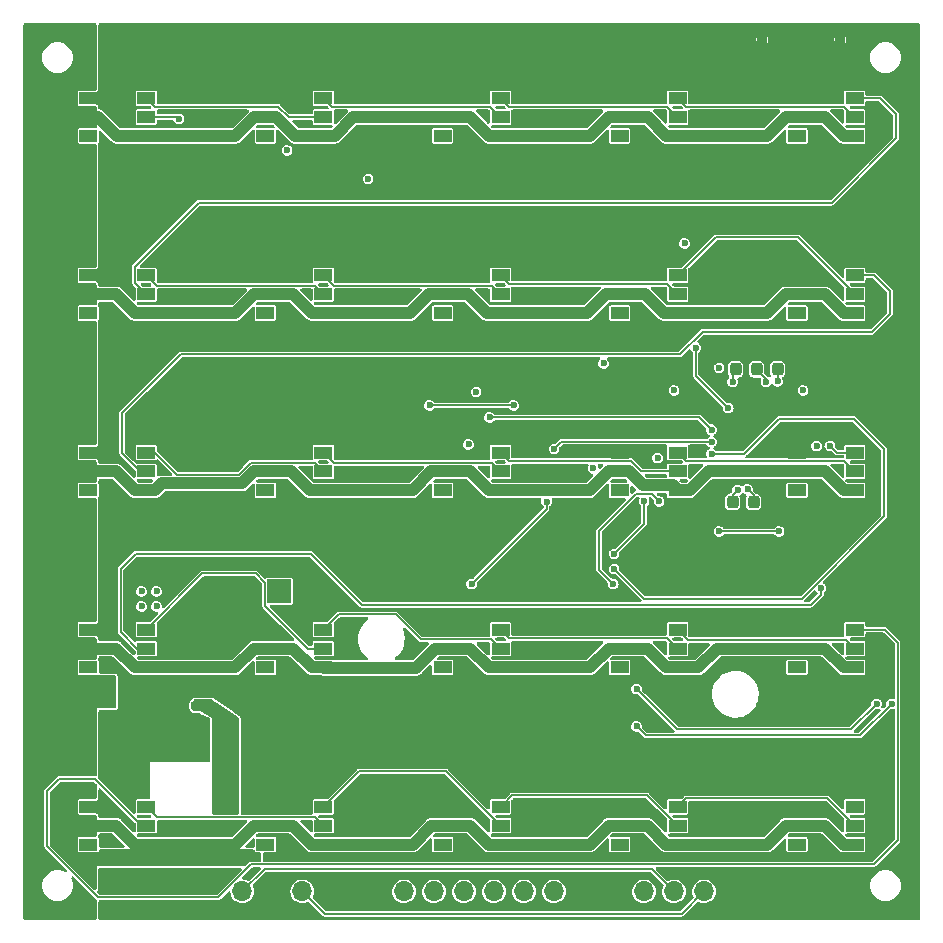
<source format=gbl>
G04 #@! TF.GenerationSoftware,KiCad,Pcbnew,(6.0.5)*
G04 #@! TF.CreationDate,2023-04-10T12:53:00-04:00*
G04 #@! TF.ProjectId,control_board,636f6e74-726f-46c5-9f62-6f6172642e6b,rev?*
G04 #@! TF.SameCoordinates,Original*
G04 #@! TF.FileFunction,Copper,L4,Bot*
G04 #@! TF.FilePolarity,Positive*
%FSLAX46Y46*%
G04 Gerber Fmt 4.6, Leading zero omitted, Abs format (unit mm)*
G04 Created by KiCad (PCBNEW (6.0.5)) date 2023-04-10 12:53:00*
%MOMM*%
%LPD*%
G01*
G04 APERTURE LIST*
G04 Aperture macros list*
%AMRoundRect*
0 Rectangle with rounded corners*
0 $1 Rounding radius*
0 $2 $3 $4 $5 $6 $7 $8 $9 X,Y pos of 4 corners*
0 Add a 4 corners polygon primitive as box body*
4,1,4,$2,$3,$4,$5,$6,$7,$8,$9,$2,$3,0*
0 Add four circle primitives for the rounded corners*
1,1,$1+$1,$2,$3*
1,1,$1+$1,$4,$5*
1,1,$1+$1,$6,$7*
1,1,$1+$1,$8,$9*
0 Add four rect primitives between the rounded corners*
20,1,$1+$1,$2,$3,$4,$5,0*
20,1,$1+$1,$4,$5,$6,$7,0*
20,1,$1+$1,$6,$7,$8,$9,0*
20,1,$1+$1,$8,$9,$2,$3,0*%
G04 Aperture macros list end*
G04 #@! TA.AperFunction,ComponentPad*
%ADD10R,1.700000X1.700000*%
G04 #@! TD*
G04 #@! TA.AperFunction,ComponentPad*
%ADD11O,1.700000X1.700000*%
G04 #@! TD*
G04 #@! TA.AperFunction,ComponentPad*
%ADD12O,0.900000X1.800000*%
G04 #@! TD*
G04 #@! TA.AperFunction,ComponentPad*
%ADD13C,2.000000*%
G04 #@! TD*
G04 #@! TA.AperFunction,ComponentPad*
%ADD14R,2.000000X2.000000*%
G04 #@! TD*
G04 #@! TA.AperFunction,SMDPad,CuDef*
%ADD15R,1.500000X1.000000*%
G04 #@! TD*
G04 #@! TA.AperFunction,SMDPad,CuDef*
%ADD16RoundRect,0.237500X0.237500X-0.300000X0.237500X0.300000X-0.237500X0.300000X-0.237500X-0.300000X0*%
G04 #@! TD*
G04 #@! TA.AperFunction,SMDPad,CuDef*
%ADD17RoundRect,0.237500X-0.237500X0.300000X-0.237500X-0.300000X0.237500X-0.300000X0.237500X0.300000X0*%
G04 #@! TD*
G04 #@! TA.AperFunction,ViaPad*
%ADD18C,0.600000*%
G04 #@! TD*
G04 #@! TA.AperFunction,Conductor*
%ADD19C,1.000000*%
G04 #@! TD*
G04 #@! TA.AperFunction,Conductor*
%ADD20C,0.150000*%
G04 #@! TD*
G04 #@! TA.AperFunction,Conductor*
%ADD21C,0.200000*%
G04 #@! TD*
G04 APERTURE END LIST*
D10*
X161925000Y-124460000D03*
D11*
X159385000Y-124460000D03*
X156845000Y-124460000D03*
X154305000Y-124460000D03*
D12*
X170918250Y-52324000D03*
X164318250Y-52324000D03*
D13*
X123420000Y-111760000D03*
D14*
X123420000Y-99060000D03*
D11*
X125365000Y-124460000D03*
D10*
X122825000Y-124460000D03*
D11*
X120285000Y-124460000D03*
X146685000Y-124460000D03*
X144145000Y-124460000D03*
X141605000Y-124460000D03*
X139065000Y-124460000D03*
X136525000Y-124460000D03*
X133985000Y-124460000D03*
D10*
X109479000Y-65532000D03*
D11*
X106939000Y-65532000D03*
D15*
X157150000Y-117300000D03*
X157150000Y-118900000D03*
X157150000Y-120500000D03*
X152250000Y-120500000D03*
X152250000Y-118900000D03*
X152250000Y-117300000D03*
X172150000Y-117300000D03*
X172150000Y-118900000D03*
X172150000Y-120500000D03*
X167250000Y-120500000D03*
X167250000Y-118900000D03*
X167250000Y-117300000D03*
D16*
X162060000Y-80264000D03*
X162060000Y-78539000D03*
D15*
X142150000Y-57300000D03*
X142150000Y-58900000D03*
X142150000Y-60500000D03*
X137250000Y-60500000D03*
X137250000Y-58900000D03*
X137250000Y-57300000D03*
X112150000Y-57300000D03*
X112150000Y-58900000D03*
X112150000Y-60500000D03*
X107250000Y-60500000D03*
X107250000Y-58900000D03*
X107250000Y-57300000D03*
D16*
X165616000Y-80264000D03*
X165616000Y-78539000D03*
D15*
X157150000Y-87300000D03*
X157150000Y-88900000D03*
X157150000Y-90500000D03*
X152250000Y-90500000D03*
X152250000Y-88900000D03*
X152250000Y-87300000D03*
X142150000Y-87300000D03*
X142150000Y-88900000D03*
X142150000Y-90500000D03*
X137250000Y-90500000D03*
X137250000Y-88900000D03*
X137250000Y-87300000D03*
D17*
X161806000Y-91493000D03*
X161806000Y-93218000D03*
D15*
X127150000Y-72300000D03*
X127150000Y-73900000D03*
X127150000Y-75500000D03*
X122250000Y-75500000D03*
X122250000Y-73900000D03*
X122250000Y-72300000D03*
X157150000Y-72300000D03*
X157150000Y-73900000D03*
X157150000Y-75500000D03*
X152250000Y-75500000D03*
X152250000Y-73900000D03*
X152250000Y-72300000D03*
X172150000Y-87300000D03*
X172150000Y-88900000D03*
X172150000Y-90500000D03*
X167250000Y-90500000D03*
X167250000Y-88900000D03*
X167250000Y-87300000D03*
X112150000Y-102300000D03*
X112150000Y-103900000D03*
X112150000Y-105500000D03*
X107250000Y-105500000D03*
X107250000Y-103900000D03*
X107250000Y-102300000D03*
X142150000Y-117300000D03*
X142150000Y-118900000D03*
X142150000Y-120500000D03*
X137250000Y-120500000D03*
X137250000Y-118900000D03*
X137250000Y-117300000D03*
X157150000Y-57300000D03*
X157150000Y-58900000D03*
X157150000Y-60500000D03*
X152250000Y-60500000D03*
X152250000Y-58900000D03*
X152250000Y-57300000D03*
X172150000Y-57300000D03*
X172150000Y-58900000D03*
X172150000Y-60500000D03*
X167250000Y-60500000D03*
X167250000Y-58900000D03*
X167250000Y-57300000D03*
X142150000Y-102300000D03*
X142150000Y-103900000D03*
X142150000Y-105500000D03*
X137250000Y-105500000D03*
X137250000Y-103900000D03*
X137250000Y-102300000D03*
X172150000Y-72300000D03*
X172150000Y-73900000D03*
X172150000Y-75500000D03*
X167250000Y-75500000D03*
X167250000Y-73900000D03*
X167250000Y-72300000D03*
X172150000Y-102300000D03*
X172150000Y-103900000D03*
X172150000Y-105500000D03*
X167250000Y-105500000D03*
X167250000Y-103900000D03*
X167250000Y-102300000D03*
X142150000Y-72300000D03*
X142150000Y-73900000D03*
X142150000Y-75500000D03*
X137250000Y-75500000D03*
X137250000Y-73900000D03*
X137250000Y-72300000D03*
X127150000Y-102300000D03*
X127150000Y-103900000D03*
X127150000Y-105500000D03*
X122250000Y-105500000D03*
X122250000Y-103900000D03*
X122250000Y-102300000D03*
X127150000Y-57300000D03*
X127150000Y-58900000D03*
X127150000Y-60500000D03*
X122250000Y-60500000D03*
X122250000Y-58900000D03*
X122250000Y-57300000D03*
D17*
X163576000Y-91493000D03*
X163576000Y-93218000D03*
D15*
X112150000Y-117300000D03*
X112150000Y-118900000D03*
X112150000Y-120500000D03*
X107250000Y-120500000D03*
X107250000Y-118900000D03*
X107250000Y-117300000D03*
X157150000Y-102300000D03*
X157150000Y-103900000D03*
X157150000Y-105500000D03*
X152250000Y-105500000D03*
X152250000Y-103900000D03*
X152250000Y-102300000D03*
X112150000Y-87300000D03*
X112150000Y-88900000D03*
X112150000Y-90500000D03*
X107250000Y-90500000D03*
X107250000Y-88900000D03*
X107250000Y-87300000D03*
X127150000Y-87300000D03*
X127150000Y-88900000D03*
X127150000Y-90500000D03*
X122250000Y-90500000D03*
X122250000Y-88900000D03*
X122250000Y-87300000D03*
D16*
X163838000Y-80264000D03*
X163838000Y-78539000D03*
D15*
X112150000Y-72300000D03*
X112150000Y-73900000D03*
X112150000Y-75500000D03*
X107250000Y-75500000D03*
X107250000Y-73900000D03*
X107250000Y-72300000D03*
X127150000Y-117300000D03*
X127150000Y-118900000D03*
X127150000Y-120500000D03*
X122250000Y-120500000D03*
X122250000Y-118900000D03*
X122250000Y-117300000D03*
D18*
X161798000Y-81307500D03*
X163068000Y-90424000D03*
X163500000Y-84700000D03*
X150622000Y-117348000D03*
X128524000Y-73699980D03*
X138938000Y-83820000D03*
X108585000Y-102362000D03*
X130429000Y-62357000D03*
X162300000Y-84700000D03*
X168656000Y-72390000D03*
X155067000Y-82042000D03*
X150749000Y-102235000D03*
X162300000Y-85700000D03*
X161100000Y-85700000D03*
X165100000Y-58549011D03*
X170815000Y-58549011D03*
X162941000Y-77724000D03*
X135509000Y-117348000D03*
X149352000Y-87376000D03*
X170815000Y-83312000D03*
X153670000Y-72390000D03*
X154448500Y-87757000D03*
X120777000Y-102362000D03*
X120396000Y-72263000D03*
X123536278Y-57272468D03*
X108585000Y-72390000D03*
X165862000Y-102362000D03*
X168656000Y-89916000D03*
X165735000Y-117348000D03*
X127508000Y-85344000D03*
X112141000Y-94742000D03*
X139446000Y-87630000D03*
X108587623Y-57272468D03*
X165608000Y-56350498D03*
X166751000Y-86233000D03*
X108585000Y-87249000D03*
X108585000Y-117348000D03*
X161100000Y-86800000D03*
X161100000Y-84700000D03*
X138564442Y-72294394D03*
X135763000Y-102235000D03*
X168148000Y-80010000D03*
X138580452Y-57272468D03*
X160655000Y-78486000D03*
X112141000Y-111633000D03*
X165100000Y-113792000D03*
X151003000Y-76327000D03*
X163500000Y-85700000D03*
X123063000Y-63500000D03*
X162300000Y-86800000D03*
X153670000Y-57277000D03*
X120904000Y-87249000D03*
X119761000Y-62230000D03*
X121412000Y-116332000D03*
X110236000Y-91948000D03*
X155448000Y-87757000D03*
X157734000Y-69596000D03*
X149987000Y-88646000D03*
X111760000Y-100330000D03*
X164630500Y-81307500D03*
X165608000Y-81280000D03*
X139446000Y-86614000D03*
X130937000Y-64135000D03*
X168910000Y-86741000D03*
X113030000Y-100330000D03*
X113030000Y-99060000D03*
X156845000Y-82042000D03*
X111760000Y-99060000D03*
X124079000Y-61722000D03*
X160655000Y-80137000D03*
X167767000Y-82042000D03*
X150876000Y-79756000D03*
X140081000Y-82169000D03*
X162219678Y-90464678D03*
X105664000Y-73914000D03*
X105664000Y-58928000D03*
X109093000Y-106807000D03*
X105029000Y-118999000D03*
X107569000Y-106807000D03*
X105664000Y-89027000D03*
X109093000Y-108585000D03*
X107569000Y-108585000D03*
X105664000Y-103886000D03*
X114935000Y-59055000D03*
X175260000Y-108585000D03*
X153670000Y-110490000D03*
X173990000Y-108585000D03*
X153670000Y-107315000D03*
X155575000Y-91440000D03*
X151688780Y-98425000D03*
X151765000Y-97155000D03*
X160020000Y-87403500D03*
X151765000Y-95885000D03*
X154305000Y-91440000D03*
X146685000Y-86995000D03*
X139700000Y-98425000D03*
X146050000Y-91449500D03*
X160020000Y-86387500D03*
X143256000Y-83312000D03*
X136144000Y-83312000D03*
X141224000Y-84328000D03*
X160020000Y-85371500D03*
X160655000Y-93980000D03*
X165735000Y-93980000D03*
X158676378Y-78412378D03*
X161425500Y-83533500D03*
X170053000Y-86741000D03*
X169280878Y-98795878D03*
X119380000Y-115000000D03*
X117475000Y-108712000D03*
X118250000Y-117650980D03*
X116459000Y-108712000D03*
X119380000Y-117650980D03*
X118250000Y-115000000D03*
D19*
X112150000Y-120500000D02*
X119700978Y-120500000D01*
D20*
X112150000Y-117300000D02*
X113025480Y-118175480D01*
X113025480Y-118175480D02*
X126425480Y-118175480D01*
X126425480Y-118175480D02*
X127150000Y-118900000D01*
X169825489Y-116575489D02*
X172150000Y-118900000D01*
X157874511Y-116575489D02*
X169825489Y-116575489D01*
X157150000Y-117300000D02*
X157874511Y-116575489D01*
X174690000Y-102300000D02*
X172150000Y-102300000D01*
X175784511Y-103394511D02*
X174690000Y-102300000D01*
X175784511Y-120125489D02*
X175784511Y-103394511D01*
X173733520Y-122176480D02*
X175784511Y-120125489D01*
X121048931Y-122176480D02*
X173733520Y-122176480D01*
X103759000Y-120650000D02*
X108077000Y-124968000D01*
X104775000Y-114935000D02*
X103759000Y-115951000D01*
X107823000Y-114935000D02*
X104775000Y-114935000D01*
X103759000Y-115951000D02*
X103759000Y-120650000D01*
X111788000Y-118900000D02*
X107823000Y-114935000D01*
X108077000Y-124968000D02*
X118257411Y-124968000D01*
X112150000Y-118900000D02*
X111788000Y-118900000D01*
X118257411Y-124968000D02*
X121048931Y-122176480D01*
X154582000Y-116332000D02*
X157150000Y-118900000D01*
X142150000Y-117300000D02*
X143118000Y-116332000D01*
X143118000Y-116332000D02*
X154582000Y-116332000D01*
X137550000Y-114300000D02*
X142150000Y-118900000D01*
X127150000Y-117300000D02*
X130150000Y-114300000D01*
X130150000Y-114300000D02*
X137550000Y-114300000D01*
X171831000Y-110744000D02*
X173990000Y-108585000D01*
X157099000Y-110744000D02*
X171831000Y-110744000D01*
X153670000Y-107315000D02*
X157099000Y-110744000D01*
X154432000Y-111252000D02*
X172593000Y-111252000D01*
X172593000Y-111252000D02*
X175260000Y-108585000D01*
X153670000Y-110490000D02*
X154432000Y-111252000D01*
X161798000Y-80526000D02*
X162060000Y-80264000D01*
X163576000Y-90932000D02*
X163576000Y-91493000D01*
X161798000Y-81307500D02*
X161798000Y-80526000D01*
X163068000Y-90424000D02*
X163576000Y-90932000D01*
D21*
X110389500Y-92101500D02*
X110236000Y-91948000D01*
D20*
X162219678Y-90464678D02*
X161806000Y-90878356D01*
X164630500Y-81056500D02*
X163838000Y-80264000D01*
X165608000Y-80272000D02*
X165616000Y-80264000D01*
X164630500Y-81307500D02*
X164630500Y-81056500D01*
X165608000Y-81280000D02*
X165608000Y-80272000D01*
X161806000Y-90878356D02*
X161806000Y-91493000D01*
D19*
X142150000Y-60500000D02*
X149700978Y-60500000D01*
X108103188Y-58900000D02*
X109703188Y-60500000D01*
X107250000Y-118900000D02*
X109600978Y-118900000D01*
X139600978Y-118900000D02*
X141200978Y-120500000D01*
X136638000Y-103900000D02*
X137250000Y-103900000D01*
X158900000Y-105500000D02*
X160500000Y-103900000D01*
X122250000Y-58900000D02*
X123182352Y-58900000D01*
X122250000Y-73900000D02*
X124600978Y-73900000D01*
X107250000Y-73900000D02*
X109600978Y-73900000D01*
X121300978Y-73900000D02*
X122250000Y-73900000D01*
X152250000Y-118900000D02*
X154600978Y-118900000D01*
X156000978Y-75500000D02*
X157150000Y-75500000D01*
X149700978Y-105500000D02*
X151300978Y-103900000D01*
X151300978Y-88900000D02*
X152250000Y-88900000D01*
X149500978Y-75500000D02*
X151100978Y-73900000D01*
X164700978Y-75500000D02*
X166300978Y-73900000D01*
X169600978Y-73900000D02*
X171200978Y-75500000D01*
X111200978Y-120500000D02*
X112150000Y-120500000D01*
X141200978Y-105500000D02*
X142150000Y-105500000D01*
X134500978Y-75500000D02*
X136100978Y-73900000D01*
X166300978Y-58900000D02*
X167250000Y-58900000D01*
X127150000Y-120500000D02*
X134700978Y-120500000D01*
X160500000Y-103900000D02*
X167250000Y-103900000D01*
X169600978Y-118900000D02*
X171200978Y-120500000D01*
X142150000Y-120500000D02*
X149700978Y-120500000D01*
X136100978Y-73900000D02*
X137250000Y-73900000D01*
X137250000Y-103900000D02*
X139600978Y-103900000D01*
X135003479Y-105534521D02*
X136638000Y-103900000D01*
X123182352Y-58900000D02*
X124782352Y-60500000D01*
X112150000Y-75500000D02*
X119700978Y-75500000D01*
X109703188Y-60500000D02*
X112150000Y-60500000D01*
X171200978Y-105500000D02*
X172150000Y-105500000D01*
X124600978Y-73900000D02*
X126200978Y-75500000D01*
X157150000Y-120500000D02*
X164700978Y-120500000D01*
X109600978Y-118900000D02*
X111200978Y-120500000D01*
X126000978Y-90500000D02*
X127150000Y-90500000D01*
X127150000Y-75500000D02*
X134500978Y-75500000D01*
X122250000Y-103900000D02*
X124600978Y-103900000D01*
X124600978Y-118900000D02*
X126200978Y-120500000D01*
X154215480Y-90080480D02*
X156730480Y-90080480D01*
X149700978Y-60500000D02*
X151300978Y-58900000D01*
X124782352Y-60500000D02*
X127150000Y-60500000D01*
X139600978Y-58900000D02*
X141200978Y-60500000D01*
X112150000Y-90500000D02*
X112884975Y-90500000D01*
X137250000Y-118900000D02*
X139600978Y-118900000D01*
X159766000Y-88900000D02*
X167250000Y-88900000D01*
X142150000Y-90500000D02*
X149700978Y-90500000D01*
X119700978Y-105500000D02*
X121300978Y-103900000D01*
X121300978Y-88900000D02*
X122250000Y-88900000D01*
X152250000Y-88900000D02*
X153035000Y-88900000D01*
X169600978Y-88900000D02*
X171200978Y-90500000D01*
X164700978Y-120500000D02*
X166300978Y-118900000D01*
X156200978Y-60500000D02*
X157150000Y-60500000D01*
X141200978Y-90500000D02*
X142150000Y-90500000D01*
X129699022Y-58900000D02*
X128099022Y-60500000D01*
X126200978Y-120500000D02*
X127150000Y-120500000D01*
X149700978Y-120500000D02*
X151300978Y-118900000D01*
X167250000Y-118900000D02*
X169600978Y-118900000D01*
X167250000Y-88900000D02*
X169600978Y-88900000D01*
X157150000Y-90500000D02*
X158166000Y-90500000D01*
X151300978Y-58900000D02*
X152250000Y-58900000D01*
X139400978Y-73900000D02*
X141000978Y-75500000D01*
X136300978Y-88900000D02*
X137250000Y-88900000D01*
X109600978Y-103900000D02*
X111200978Y-105500000D01*
X137250000Y-58900000D02*
X129699022Y-58900000D01*
X142150000Y-105500000D02*
X149700978Y-105500000D01*
X134700978Y-120500000D02*
X136300978Y-118900000D01*
X121300978Y-103900000D02*
X122250000Y-103900000D01*
X142150000Y-75500000D02*
X149500978Y-75500000D01*
X112150000Y-60500000D02*
X119700978Y-60500000D01*
X122250000Y-88900000D02*
X124400978Y-88900000D01*
X166300978Y-118900000D02*
X167250000Y-118900000D01*
X151100978Y-73900000D02*
X152250000Y-73900000D01*
X109600978Y-88900000D02*
X111200978Y-90500000D01*
X156200978Y-120500000D02*
X157150000Y-120500000D01*
X109600978Y-73900000D02*
X111200978Y-75500000D01*
X153035000Y-88900000D02*
X154215480Y-90080480D01*
X120284978Y-89916000D02*
X121300978Y-88900000D01*
X127150000Y-105500000D02*
X127184521Y-105534521D01*
X119700978Y-60500000D02*
X121300978Y-58900000D01*
X167250000Y-103900000D02*
X169600978Y-103900000D01*
X157150000Y-105500000D02*
X158900000Y-105500000D01*
X107250000Y-88900000D02*
X109600978Y-88900000D01*
X154600978Y-118900000D02*
X156200978Y-120500000D01*
X107250000Y-103900000D02*
X109600978Y-103900000D01*
X156730480Y-90080480D02*
X157150000Y-90500000D01*
X119700978Y-75500000D02*
X121300978Y-73900000D01*
X139600978Y-88900000D02*
X141200978Y-90500000D01*
X112884975Y-90500000D02*
X113468975Y-89916000D01*
X111200978Y-105500000D02*
X112150000Y-105500000D01*
X112150000Y-105500000D02*
X119700978Y-105500000D01*
X111200978Y-90500000D02*
X112150000Y-90500000D01*
X158166000Y-90500000D02*
X159766000Y-88900000D01*
X119700978Y-120500000D02*
X121300978Y-118900000D01*
X134700978Y-90500000D02*
X136300978Y-88900000D01*
X152250000Y-73900000D02*
X154400978Y-73900000D01*
X171200978Y-120500000D02*
X172150000Y-120500000D01*
X141200978Y-120500000D02*
X142150000Y-120500000D01*
X137250000Y-58900000D02*
X139600978Y-58900000D01*
X107250000Y-58900000D02*
X108103188Y-58900000D01*
X127184521Y-105534521D02*
X135003479Y-105534521D01*
X167250000Y-58900000D02*
X169600978Y-58900000D01*
X127150000Y-90500000D02*
X134700978Y-90500000D01*
X126200978Y-105500000D02*
X127150000Y-105500000D01*
X157150000Y-75500000D02*
X164700978Y-75500000D01*
X126200978Y-75500000D02*
X127150000Y-75500000D01*
X157150000Y-60500000D02*
X164700978Y-60500000D01*
X166300978Y-73900000D02*
X167250000Y-73900000D01*
X169600978Y-103900000D02*
X171200978Y-105500000D01*
X152250000Y-58900000D02*
X154600978Y-58900000D01*
X141000978Y-75500000D02*
X142150000Y-75500000D01*
X124400978Y-88900000D02*
X126000978Y-90500000D01*
X121300978Y-118900000D02*
X122250000Y-118900000D01*
X113468975Y-89916000D02*
X120284978Y-89916000D01*
X171200978Y-60500000D02*
X172150000Y-60500000D01*
X124600978Y-103900000D02*
X126200978Y-105500000D01*
X111200978Y-75500000D02*
X112150000Y-75500000D01*
X137250000Y-73900000D02*
X139400978Y-73900000D01*
X136300978Y-118900000D02*
X137250000Y-118900000D01*
X156200978Y-105500000D02*
X157150000Y-105500000D01*
X167250000Y-73900000D02*
X169600978Y-73900000D01*
X169600978Y-58900000D02*
X171200978Y-60500000D01*
X151300978Y-103900000D02*
X152250000Y-103900000D01*
X121300978Y-58900000D02*
X122250000Y-58900000D01*
X122250000Y-118900000D02*
X124600978Y-118900000D01*
X171200978Y-90500000D02*
X172150000Y-90500000D01*
X139600978Y-103900000D02*
X141200978Y-105500000D01*
X154600978Y-58900000D02*
X156200978Y-60500000D01*
X164700978Y-60500000D02*
X166300978Y-58900000D01*
X149700978Y-90500000D02*
X151300978Y-88900000D01*
X152250000Y-103900000D02*
X154600978Y-103900000D01*
X171200978Y-75500000D02*
X172150000Y-75500000D01*
X128099022Y-60500000D02*
X127150000Y-60500000D01*
X141200978Y-60500000D02*
X142150000Y-60500000D01*
X154400978Y-73900000D02*
X156000978Y-75500000D01*
X151300978Y-118900000D02*
X152250000Y-118900000D01*
X154600978Y-103900000D02*
X156200978Y-105500000D01*
X137250000Y-88900000D02*
X139600978Y-88900000D01*
D20*
X123331489Y-58024511D02*
X124206978Y-58900000D01*
X112874511Y-58024511D02*
X123331489Y-58024511D01*
X112150000Y-57300000D02*
X112874511Y-58024511D01*
X124206978Y-58900000D02*
X127150000Y-58900000D01*
X114780000Y-58900000D02*
X112150000Y-58900000D01*
X114935000Y-59055000D02*
X114780000Y-58900000D01*
X150495000Y-93926614D02*
X153616614Y-90805000D01*
X153616614Y-90805000D02*
X154940000Y-90805000D01*
X154940000Y-90805000D02*
X155575000Y-91440000D01*
X151688780Y-98425000D02*
X150495000Y-97231220D01*
X150495000Y-97231220D02*
X150495000Y-93926614D01*
X174625000Y-86995000D02*
X174625000Y-92710000D01*
X154305000Y-99695000D02*
X151765000Y-97155000D01*
X160020000Y-87403500D02*
X162786500Y-87403500D01*
X174625000Y-92710000D02*
X167640000Y-99695000D01*
X162786500Y-87403500D02*
X165735000Y-84455000D01*
X167640000Y-99695000D02*
X154305000Y-99695000D01*
X165735000Y-84455000D02*
X172085000Y-84455000D01*
X172085000Y-84455000D02*
X174625000Y-86995000D01*
X154305000Y-91440000D02*
X154305000Y-93345000D01*
X154305000Y-93345000D02*
X151765000Y-95885000D01*
X160020000Y-86387500D02*
X147292500Y-86387500D01*
X146050000Y-91449500D02*
X146050000Y-92075000D01*
X147292500Y-86387500D02*
X146685000Y-86995000D01*
X146050000Y-92075000D02*
X139700000Y-98425000D01*
X125365000Y-124460000D02*
X127270000Y-126365000D01*
X157480000Y-126365000D02*
X159385000Y-124460000D01*
X127270000Y-126365000D02*
X157480000Y-126365000D01*
X154940000Y-122555000D02*
X122190000Y-122555000D01*
X122190000Y-122555000D02*
X120285000Y-124460000D01*
X156845000Y-124460000D02*
X154940000Y-122555000D01*
X143256000Y-83312000D02*
X143239489Y-83295489D01*
X136160511Y-83295489D02*
X136144000Y-83312000D01*
X143239489Y-83295489D02*
X136160511Y-83295489D01*
X141224000Y-84328000D02*
X158976500Y-84328000D01*
X158976500Y-84328000D02*
X160020000Y-85371500D01*
X165735000Y-93980000D02*
X160655000Y-93980000D01*
X158676378Y-78412378D02*
X158676378Y-80784378D01*
X158676378Y-80784378D02*
X161425500Y-83533500D01*
X127150000Y-57300000D02*
X127874511Y-58024511D01*
X127874511Y-58024511D02*
X141274511Y-58024511D01*
X141274511Y-58024511D02*
X142150000Y-58900000D01*
X156274511Y-58024511D02*
X157150000Y-58900000D01*
X142874511Y-58024511D02*
X156274511Y-58024511D01*
X142150000Y-57300000D02*
X142874511Y-58024511D01*
X157150000Y-57300000D02*
X157874511Y-58024511D01*
X157874511Y-58024511D02*
X171274511Y-58024511D01*
X171274511Y-58024511D02*
X172150000Y-58900000D01*
X175641000Y-60706000D02*
X175641000Y-58674000D01*
X111175489Y-71575489D02*
X116583978Y-66167000D01*
X112150000Y-73900000D02*
X111175489Y-72925489D01*
X174267000Y-57300000D02*
X172150000Y-57300000D01*
X175641000Y-58674000D02*
X174267000Y-57300000D01*
X111175489Y-72925489D02*
X111175489Y-71575489D01*
X170180000Y-66167000D02*
X175641000Y-60706000D01*
X116583978Y-66167000D02*
X170180000Y-66167000D01*
X126425480Y-73175480D02*
X127150000Y-73900000D01*
X112150000Y-72300000D02*
X113025480Y-73175480D01*
X113025480Y-73175480D02*
X126425480Y-73175480D01*
X127150000Y-72300000D02*
X128025480Y-73175480D01*
X128025480Y-73175480D02*
X141425480Y-73175480D01*
X141425480Y-73175480D02*
X142150000Y-73900000D01*
X142150000Y-72300000D02*
X142874511Y-73024511D01*
X156274511Y-73024511D02*
X157150000Y-73900000D01*
X142874511Y-73024511D02*
X156274511Y-73024511D01*
X167338000Y-69088000D02*
X172150000Y-73900000D01*
X160362000Y-69088000D02*
X167338000Y-69088000D01*
X157150000Y-72300000D02*
X160362000Y-69088000D01*
X157353000Y-78994000D02*
X159258000Y-77089000D01*
X159258000Y-77089000D02*
X173609000Y-77089000D01*
X110109000Y-87376000D02*
X110109000Y-83947000D01*
X173609000Y-77089000D02*
X175133000Y-75565000D01*
X110109000Y-83947000D02*
X115062000Y-78994000D01*
X175133000Y-75565000D02*
X175133000Y-73660000D01*
X175133000Y-73660000D02*
X173773000Y-72300000D01*
X111633000Y-88900000D02*
X110109000Y-87376000D01*
X115062000Y-78994000D02*
X157353000Y-78994000D01*
X112150000Y-88900000D02*
X111633000Y-88900000D01*
X173773000Y-72300000D02*
X172150000Y-72300000D01*
X127150000Y-88900000D02*
X126425480Y-88175480D01*
X114775455Y-89191480D02*
X112883975Y-87300000D01*
X112883975Y-87300000D02*
X112150000Y-87300000D01*
X121000872Y-88175480D02*
X119984872Y-89191480D01*
X126425480Y-88175480D02*
X121000872Y-88175480D01*
X119984872Y-89191480D02*
X114775455Y-89191480D01*
X141425480Y-88175480D02*
X142150000Y-88900000D01*
X128025480Y-88175480D02*
X141425480Y-88175480D01*
X127150000Y-87300000D02*
X128025480Y-88175480D01*
X154059626Y-88900000D02*
X157150000Y-88900000D01*
X142150000Y-87300000D02*
X142874511Y-88024511D01*
X142874511Y-88024511D02*
X153184137Y-88024511D01*
X153184137Y-88024511D02*
X154059626Y-88900000D01*
X171274511Y-88024511D02*
X172150000Y-88900000D01*
X157150000Y-87300000D02*
X157874511Y-88024511D01*
X157874511Y-88024511D02*
X171274511Y-88024511D01*
X169280878Y-99324122D02*
X168402000Y-100203000D01*
X126111000Y-95885000D02*
X111252000Y-95885000D01*
X169280878Y-98795878D02*
X169280878Y-99324122D01*
X168402000Y-100203000D02*
X130429000Y-100203000D01*
X130429000Y-100203000D02*
X126111000Y-95885000D01*
X111393000Y-103900000D02*
X112150000Y-103900000D01*
X170612000Y-87300000D02*
X170053000Y-86741000D01*
X109982000Y-97155000D02*
X109982000Y-102489000D01*
X109982000Y-102489000D02*
X111393000Y-103900000D01*
X111252000Y-95885000D02*
X109982000Y-97155000D01*
X172150000Y-87300000D02*
X170612000Y-87300000D01*
X122195489Y-100284511D02*
X125810978Y-103900000D01*
X125810978Y-103900000D02*
X127150000Y-103900000D01*
X121412000Y-97536000D02*
X122195489Y-98319489D01*
X112150000Y-102300000D02*
X116914000Y-97536000D01*
X122195489Y-98319489D02*
X122195489Y-100284511D01*
X116914000Y-97536000D02*
X121412000Y-97536000D01*
X127150000Y-102300000D02*
X128439521Y-101010479D01*
X141374000Y-103124000D02*
X142150000Y-103900000D01*
X128439521Y-101010479D02*
X133268479Y-101010479D01*
X135382000Y-103124000D02*
X141374000Y-103124000D01*
X133268479Y-101010479D02*
X135382000Y-103124000D01*
X142150000Y-102300000D02*
X142874511Y-103024511D01*
X142874511Y-103024511D02*
X156274511Y-103024511D01*
X156274511Y-103024511D02*
X157150000Y-103900000D01*
X171425480Y-103175480D02*
X172150000Y-103900000D01*
X157150000Y-102300000D02*
X158025480Y-103175480D01*
X158025480Y-103175480D02*
X171425480Y-103175480D01*
G04 #@! TA.AperFunction,Conductor*
G36*
X107892121Y-50970502D02*
G01*
X107938614Y-51024158D01*
X107950000Y-51076500D01*
X107950000Y-56523500D01*
X107929998Y-56591621D01*
X107876342Y-56638114D01*
X107824000Y-56649500D01*
X106485180Y-56649500D01*
X106441278Y-56658233D01*
X106430960Y-56665127D01*
X106430958Y-56665128D01*
X106401815Y-56684601D01*
X106391496Y-56691496D01*
X106384601Y-56701815D01*
X106365128Y-56730958D01*
X106365127Y-56730960D01*
X106358233Y-56741278D01*
X106349500Y-56785180D01*
X106349500Y-57814820D01*
X106358233Y-57858722D01*
X106365127Y-57869040D01*
X106365128Y-57869042D01*
X106384601Y-57898185D01*
X106391496Y-57908504D01*
X106401815Y-57915399D01*
X106430958Y-57934872D01*
X106430960Y-57934873D01*
X106441278Y-57941767D01*
X106485180Y-57950500D01*
X107824000Y-57950500D01*
X107892121Y-57970502D01*
X107938614Y-58024158D01*
X107950000Y-58076500D01*
X107950000Y-59723500D01*
X107929998Y-59791621D01*
X107876342Y-59838114D01*
X107824000Y-59849500D01*
X106485180Y-59849500D01*
X106441278Y-59858233D01*
X106430960Y-59865127D01*
X106430958Y-59865128D01*
X106401815Y-59884601D01*
X106391496Y-59891496D01*
X106384601Y-59901815D01*
X106365128Y-59930958D01*
X106365127Y-59930960D01*
X106358233Y-59941278D01*
X106349500Y-59985180D01*
X106349500Y-61014820D01*
X106358233Y-61058722D01*
X106365127Y-61069040D01*
X106365128Y-61069042D01*
X106384601Y-61098185D01*
X106391496Y-61108504D01*
X106401815Y-61115399D01*
X106430958Y-61134872D01*
X106430960Y-61134873D01*
X106441278Y-61141767D01*
X106485180Y-61150500D01*
X107824000Y-61150500D01*
X107892121Y-61170502D01*
X107938614Y-61224158D01*
X107950000Y-61276500D01*
X107950000Y-71523500D01*
X107929998Y-71591621D01*
X107876342Y-71638114D01*
X107824000Y-71649500D01*
X106485180Y-71649500D01*
X106441278Y-71658233D01*
X106430960Y-71665127D01*
X106430958Y-71665128D01*
X106401815Y-71684601D01*
X106391496Y-71691496D01*
X106384601Y-71701815D01*
X106365128Y-71730958D01*
X106365127Y-71730960D01*
X106358233Y-71741278D01*
X106349500Y-71785180D01*
X106349500Y-72814820D01*
X106358233Y-72858722D01*
X106365127Y-72869040D01*
X106365128Y-72869042D01*
X106384601Y-72898185D01*
X106391496Y-72908504D01*
X106401815Y-72915399D01*
X106430958Y-72934872D01*
X106430960Y-72934873D01*
X106441278Y-72941767D01*
X106485180Y-72950500D01*
X107824000Y-72950500D01*
X107892121Y-72970502D01*
X107938614Y-73024158D01*
X107950000Y-73076500D01*
X107950000Y-74723500D01*
X107929998Y-74791621D01*
X107876342Y-74838114D01*
X107824000Y-74849500D01*
X106485180Y-74849500D01*
X106441278Y-74858233D01*
X106430960Y-74865127D01*
X106430958Y-74865128D01*
X106401815Y-74884601D01*
X106391496Y-74891496D01*
X106384601Y-74901815D01*
X106365128Y-74930958D01*
X106365127Y-74930960D01*
X106358233Y-74941278D01*
X106349500Y-74985180D01*
X106349500Y-76014820D01*
X106358233Y-76058722D01*
X106365127Y-76069040D01*
X106365128Y-76069042D01*
X106384601Y-76098185D01*
X106391496Y-76108504D01*
X106401815Y-76115399D01*
X106430958Y-76134872D01*
X106430960Y-76134873D01*
X106441278Y-76141767D01*
X106485180Y-76150500D01*
X107824000Y-76150500D01*
X107892121Y-76170502D01*
X107938614Y-76224158D01*
X107950000Y-76276500D01*
X107950000Y-86523500D01*
X107929998Y-86591621D01*
X107876342Y-86638114D01*
X107824000Y-86649500D01*
X106485180Y-86649500D01*
X106441278Y-86658233D01*
X106430960Y-86665127D01*
X106430958Y-86665128D01*
X106401815Y-86684601D01*
X106391496Y-86691496D01*
X106384601Y-86701815D01*
X106365128Y-86730958D01*
X106365127Y-86730960D01*
X106358233Y-86741278D01*
X106349500Y-86785180D01*
X106349500Y-87814820D01*
X106358233Y-87858722D01*
X106365127Y-87869040D01*
X106365128Y-87869042D01*
X106384601Y-87898185D01*
X106391496Y-87908504D01*
X106401815Y-87915399D01*
X106430958Y-87934872D01*
X106430960Y-87934873D01*
X106441278Y-87941767D01*
X106485180Y-87950500D01*
X107824000Y-87950500D01*
X107892121Y-87970502D01*
X107938614Y-88024158D01*
X107950000Y-88076500D01*
X107950000Y-89723500D01*
X107929998Y-89791621D01*
X107876342Y-89838114D01*
X107824000Y-89849500D01*
X106485180Y-89849500D01*
X106441278Y-89858233D01*
X106430960Y-89865127D01*
X106430958Y-89865128D01*
X106401815Y-89884601D01*
X106391496Y-89891496D01*
X106384601Y-89901815D01*
X106365128Y-89930958D01*
X106365127Y-89930960D01*
X106358233Y-89941278D01*
X106349500Y-89985180D01*
X106349500Y-91014820D01*
X106358233Y-91058722D01*
X106365127Y-91069040D01*
X106365128Y-91069042D01*
X106384601Y-91098185D01*
X106391496Y-91108504D01*
X106401815Y-91115399D01*
X106430958Y-91134872D01*
X106430960Y-91134873D01*
X106441278Y-91141767D01*
X106485180Y-91150500D01*
X107824000Y-91150500D01*
X107892121Y-91170502D01*
X107938614Y-91224158D01*
X107950000Y-91276500D01*
X107950000Y-101523500D01*
X107929998Y-101591621D01*
X107876342Y-101638114D01*
X107824000Y-101649500D01*
X106485180Y-101649500D01*
X106441278Y-101658233D01*
X106430960Y-101665127D01*
X106430958Y-101665128D01*
X106401815Y-101684601D01*
X106391496Y-101691496D01*
X106384601Y-101701815D01*
X106365128Y-101730958D01*
X106365127Y-101730960D01*
X106358233Y-101741278D01*
X106349500Y-101785180D01*
X106349500Y-102814820D01*
X106358233Y-102858722D01*
X106365127Y-102869040D01*
X106365128Y-102869042D01*
X106384601Y-102898185D01*
X106391496Y-102908504D01*
X106401815Y-102915399D01*
X106430958Y-102934872D01*
X106430960Y-102934873D01*
X106441278Y-102941767D01*
X106485180Y-102950500D01*
X107824000Y-102950500D01*
X107892121Y-102970502D01*
X107938614Y-103024158D01*
X107950000Y-103076500D01*
X107950000Y-104723500D01*
X107929998Y-104791621D01*
X107876342Y-104838114D01*
X107824000Y-104849500D01*
X106485180Y-104849500D01*
X106441278Y-104858233D01*
X106430960Y-104865127D01*
X106430958Y-104865128D01*
X106401815Y-104884601D01*
X106391496Y-104891496D01*
X106384601Y-104901815D01*
X106365128Y-104930958D01*
X106365127Y-104930960D01*
X106358233Y-104941278D01*
X106349500Y-104985180D01*
X106349500Y-106014820D01*
X106358233Y-106058722D01*
X106365127Y-106069040D01*
X106365128Y-106069042D01*
X106384601Y-106098185D01*
X106391496Y-106108504D01*
X106401815Y-106115399D01*
X106430958Y-106134872D01*
X106430960Y-106134873D01*
X106441278Y-106141767D01*
X106485180Y-106150500D01*
X107885986Y-106150500D01*
X107946804Y-106168358D01*
X107950000Y-106169053D01*
X107950000Y-106172000D01*
X109475000Y-106172000D01*
X109543121Y-106192002D01*
X109589614Y-106245658D01*
X109601000Y-106298000D01*
X109601000Y-108840000D01*
X109580998Y-108908121D01*
X109527342Y-108954614D01*
X109475000Y-108966000D01*
X107950000Y-108966000D01*
X107950000Y-114580677D01*
X107929998Y-114648798D01*
X107876342Y-114695291D01*
X107830595Y-114706504D01*
X107824011Y-114706849D01*
X107810935Y-114704778D01*
X107798146Y-114708205D01*
X107784919Y-114708898D01*
X107784894Y-114708424D01*
X107776723Y-114709500D01*
X104784208Y-114709500D01*
X104777614Y-114709327D01*
X104752164Y-114707993D01*
X104752163Y-114707993D01*
X104738936Y-114707300D01*
X104726569Y-114712047D01*
X104726570Y-114712047D01*
X104720015Y-114714563D01*
X104701059Y-114720179D01*
X104681232Y-114724393D01*
X104670519Y-114732176D01*
X104665971Y-114734201D01*
X104661802Y-114736908D01*
X104649440Y-114741654D01*
X104635108Y-114755986D01*
X104620073Y-114768827D01*
X104614391Y-114772955D01*
X104614389Y-114772957D01*
X104603677Y-114780740D01*
X104597056Y-114792207D01*
X104588194Y-114802050D01*
X104587842Y-114801733D01*
X104582829Y-114808265D01*
X103606053Y-115785042D01*
X103601288Y-115789564D01*
X103572491Y-115815493D01*
X103564245Y-115834015D01*
X103554817Y-115851378D01*
X103543774Y-115868382D01*
X103541702Y-115881463D01*
X103539920Y-115886106D01*
X103538886Y-115890972D01*
X103533500Y-115903068D01*
X103533500Y-115923334D01*
X103531949Y-115943043D01*
X103528778Y-115963065D01*
X103532205Y-115975854D01*
X103532898Y-115989082D01*
X103532424Y-115989107D01*
X103533500Y-115997277D01*
X103533500Y-120640792D01*
X103533327Y-120647386D01*
X103531300Y-120686064D01*
X103536047Y-120698430D01*
X103538563Y-120704985D01*
X103544179Y-120723941D01*
X103548393Y-120743768D01*
X103556176Y-120754481D01*
X103558201Y-120759029D01*
X103560908Y-120763198D01*
X103565654Y-120775560D01*
X103579986Y-120789892D01*
X103592827Y-120804927D01*
X103596955Y-120810609D01*
X103596957Y-120810611D01*
X103604740Y-120821323D01*
X103616207Y-120827944D01*
X103626050Y-120836806D01*
X103625732Y-120837159D01*
X103632269Y-120842175D01*
X105377794Y-122587699D01*
X105411818Y-122650010D01*
X105406754Y-122720825D01*
X105364207Y-122777661D01*
X105297687Y-122802472D01*
X105235448Y-122790988D01*
X105099478Y-122727584D01*
X105099476Y-122727583D01*
X105094496Y-122725261D01*
X105089188Y-122723839D01*
X105089186Y-122723838D01*
X104880007Y-122667789D01*
X104880005Y-122667789D01*
X104874692Y-122666365D01*
X104775698Y-122657704D01*
X104707508Y-122651738D01*
X104707501Y-122651738D01*
X104704784Y-122651500D01*
X104591216Y-122651500D01*
X104588499Y-122651738D01*
X104588492Y-122651738D01*
X104520302Y-122657704D01*
X104421308Y-122666365D01*
X104415995Y-122667789D01*
X104415993Y-122667789D01*
X104206814Y-122723838D01*
X104206812Y-122723839D01*
X104201504Y-122725261D01*
X104196524Y-122727583D01*
X104196522Y-122727584D01*
X104000247Y-122819109D01*
X104000244Y-122819111D01*
X103995266Y-122821432D01*
X103808861Y-122951953D01*
X103647953Y-123112861D01*
X103517432Y-123299266D01*
X103421261Y-123505504D01*
X103419839Y-123510812D01*
X103419838Y-123510814D01*
X103393309Y-123609823D01*
X103362365Y-123725308D01*
X103342532Y-123952000D01*
X103362365Y-124178692D01*
X103363789Y-124184005D01*
X103363789Y-124184007D01*
X103396745Y-124306999D01*
X103421261Y-124398496D01*
X103517432Y-124604734D01*
X103647953Y-124791139D01*
X103808861Y-124952047D01*
X103995266Y-125082568D01*
X104000244Y-125084889D01*
X104000247Y-125084891D01*
X104196522Y-125176416D01*
X104201504Y-125178739D01*
X104206812Y-125180161D01*
X104206814Y-125180162D01*
X104415993Y-125236211D01*
X104415995Y-125236211D01*
X104421308Y-125237635D01*
X104520302Y-125246296D01*
X104588492Y-125252262D01*
X104588499Y-125252262D01*
X104591216Y-125252500D01*
X104704784Y-125252500D01*
X104707501Y-125252262D01*
X104707508Y-125252262D01*
X104775698Y-125246296D01*
X104874692Y-125237635D01*
X104880005Y-125236211D01*
X104880007Y-125236211D01*
X105089186Y-125180162D01*
X105089188Y-125180161D01*
X105094496Y-125178739D01*
X105099478Y-125176416D01*
X105295753Y-125084891D01*
X105295756Y-125084889D01*
X105300734Y-125082568D01*
X105487139Y-124952047D01*
X105648047Y-124791139D01*
X105778568Y-124604734D01*
X105874739Y-124398496D01*
X105899256Y-124306999D01*
X105932211Y-124184007D01*
X105932211Y-124184005D01*
X105933635Y-124178692D01*
X105953468Y-123952000D01*
X105933635Y-123725308D01*
X105902691Y-123609823D01*
X105876162Y-123510814D01*
X105876161Y-123510812D01*
X105874739Y-123505504D01*
X105809012Y-123364552D01*
X105798351Y-123294360D01*
X105827331Y-123229548D01*
X105886751Y-123190691D01*
X105957745Y-123190128D01*
X106012302Y-123222207D01*
X107911023Y-125120928D01*
X107915561Y-125125709D01*
X107917633Y-125128010D01*
X107948353Y-125192016D01*
X107950000Y-125212324D01*
X107950000Y-126723500D01*
X107929998Y-126791621D01*
X107876342Y-126838114D01*
X107824000Y-126849500D01*
X101876500Y-126849500D01*
X101808379Y-126829498D01*
X101761886Y-126775842D01*
X101750500Y-126723500D01*
X101750500Y-53848000D01*
X103342532Y-53848000D01*
X103362365Y-54074692D01*
X103421261Y-54294496D01*
X103517432Y-54500734D01*
X103647953Y-54687139D01*
X103808861Y-54848047D01*
X103995266Y-54978568D01*
X104000244Y-54980889D01*
X104000247Y-54980891D01*
X104196522Y-55072416D01*
X104201504Y-55074739D01*
X104206812Y-55076161D01*
X104206814Y-55076162D01*
X104415993Y-55132211D01*
X104415995Y-55132211D01*
X104421308Y-55133635D01*
X104520302Y-55142296D01*
X104588492Y-55148262D01*
X104588499Y-55148262D01*
X104591216Y-55148500D01*
X104704784Y-55148500D01*
X104707501Y-55148262D01*
X104707508Y-55148262D01*
X104775698Y-55142296D01*
X104874692Y-55133635D01*
X104880005Y-55132211D01*
X104880007Y-55132211D01*
X105089186Y-55076162D01*
X105089188Y-55076161D01*
X105094496Y-55074739D01*
X105099478Y-55072416D01*
X105295753Y-54980891D01*
X105295756Y-54980889D01*
X105300734Y-54978568D01*
X105487139Y-54848047D01*
X105648047Y-54687139D01*
X105778568Y-54500734D01*
X105874739Y-54294496D01*
X105933635Y-54074692D01*
X105953468Y-53848000D01*
X105933635Y-53621308D01*
X105874739Y-53401504D01*
X105778568Y-53195266D01*
X105648047Y-53008861D01*
X105487139Y-52847953D01*
X105300734Y-52717432D01*
X105295756Y-52715111D01*
X105295753Y-52715109D01*
X105099478Y-52623584D01*
X105099476Y-52623583D01*
X105094496Y-52621261D01*
X105089188Y-52619839D01*
X105089186Y-52619838D01*
X104880007Y-52563789D01*
X104880005Y-52563789D01*
X104874692Y-52562365D01*
X104775698Y-52553704D01*
X104707508Y-52547738D01*
X104707501Y-52547738D01*
X104704784Y-52547500D01*
X104591216Y-52547500D01*
X104588499Y-52547738D01*
X104588492Y-52547738D01*
X104520302Y-52553704D01*
X104421308Y-52562365D01*
X104415995Y-52563789D01*
X104415993Y-52563789D01*
X104206814Y-52619838D01*
X104206812Y-52619839D01*
X104201504Y-52621261D01*
X104196524Y-52623583D01*
X104196522Y-52623584D01*
X104000247Y-52715109D01*
X104000244Y-52715111D01*
X103995266Y-52717432D01*
X103808861Y-52847953D01*
X103647953Y-53008861D01*
X103517432Y-53195266D01*
X103421261Y-53401504D01*
X103362365Y-53621308D01*
X103342532Y-53848000D01*
X101750500Y-53848000D01*
X101750500Y-51076500D01*
X101770502Y-51008379D01*
X101824158Y-50961886D01*
X101876500Y-50950500D01*
X107824000Y-50950500D01*
X107892121Y-50970502D01*
G37*
G04 #@! TD.AperFunction*
G04 #@! TA.AperFunction,Conductor*
G36*
X107745525Y-115180502D02*
G01*
X107766499Y-115197405D01*
X107913095Y-115344001D01*
X107947121Y-115406313D01*
X107950000Y-115433096D01*
X107950000Y-116523500D01*
X107929998Y-116591621D01*
X107876342Y-116638114D01*
X107824000Y-116649500D01*
X106485180Y-116649500D01*
X106441278Y-116658233D01*
X106430960Y-116665127D01*
X106430958Y-116665128D01*
X106421735Y-116671291D01*
X106391496Y-116691496D01*
X106384601Y-116701815D01*
X106365128Y-116730958D01*
X106365127Y-116730960D01*
X106358233Y-116741278D01*
X106349500Y-116785180D01*
X106349500Y-117814820D01*
X106358233Y-117858722D01*
X106365127Y-117869040D01*
X106365128Y-117869042D01*
X106384601Y-117898185D01*
X106391496Y-117908504D01*
X106401815Y-117915399D01*
X106430958Y-117934872D01*
X106430960Y-117934873D01*
X106441278Y-117941767D01*
X106485180Y-117950500D01*
X107824000Y-117950500D01*
X107892121Y-117970502D01*
X107938614Y-118024158D01*
X107950000Y-118076500D01*
X107950000Y-119723500D01*
X107929998Y-119791621D01*
X107876342Y-119838114D01*
X107824000Y-119849500D01*
X106485180Y-119849500D01*
X106441278Y-119858233D01*
X106430960Y-119865127D01*
X106430958Y-119865128D01*
X106401815Y-119884601D01*
X106391496Y-119891496D01*
X106384601Y-119901815D01*
X106365128Y-119930958D01*
X106365127Y-119930960D01*
X106358233Y-119941278D01*
X106349500Y-119985180D01*
X106349500Y-121014820D01*
X106358233Y-121058722D01*
X106365127Y-121069040D01*
X106365128Y-121069042D01*
X106384601Y-121098185D01*
X106391496Y-121108504D01*
X106401815Y-121115399D01*
X106430958Y-121134872D01*
X106430960Y-121134873D01*
X106441278Y-121141767D01*
X106485180Y-121150500D01*
X108014820Y-121150500D01*
X108058722Y-121141767D01*
X108069040Y-121134873D01*
X108069042Y-121134872D01*
X108098185Y-121115399D01*
X108108504Y-121108504D01*
X108115399Y-121098185D01*
X108134872Y-121069042D01*
X108134873Y-121069040D01*
X108141767Y-121058722D01*
X108150500Y-121014820D01*
X108150736Y-121014867D01*
X108176194Y-120951818D01*
X108234149Y-120910808D01*
X108275005Y-120904000D01*
X121224995Y-120904000D01*
X121293116Y-120924002D01*
X121339609Y-120977658D01*
X121349500Y-121014355D01*
X121349500Y-121014820D01*
X121358233Y-121058722D01*
X121365127Y-121069040D01*
X121365128Y-121069042D01*
X121384601Y-121098185D01*
X121391496Y-121108504D01*
X121401815Y-121115399D01*
X121430958Y-121134872D01*
X121430960Y-121134873D01*
X121441278Y-121141767D01*
X121485180Y-121150500D01*
X121766000Y-121150500D01*
X121834121Y-121170502D01*
X121880614Y-121224158D01*
X121892000Y-121276500D01*
X121892000Y-121824980D01*
X121871998Y-121893101D01*
X121818342Y-121939594D01*
X121766000Y-121950980D01*
X121058120Y-121950980D01*
X121051526Y-121950807D01*
X121026094Y-121949474D01*
X121026093Y-121949474D01*
X121012867Y-121948781D01*
X121000504Y-121953527D01*
X121000503Y-121953527D01*
X120993949Y-121956043D01*
X120974991Y-121961659D01*
X120955163Y-121965873D01*
X120944451Y-121973655D01*
X120939910Y-121975677D01*
X120935734Y-121978389D01*
X120923371Y-121983135D01*
X120909043Y-121997463D01*
X120894010Y-122010303D01*
X120877608Y-122022220D01*
X120870988Y-122033686D01*
X120862124Y-122043531D01*
X120861771Y-122043213D01*
X120856754Y-122049752D01*
X120642411Y-122264095D01*
X120580099Y-122298121D01*
X120553316Y-122301000D01*
X107950000Y-122301000D01*
X107950000Y-124217904D01*
X107929998Y-124286025D01*
X107876342Y-124332518D01*
X107806068Y-124342622D01*
X107741488Y-124313128D01*
X107734905Y-124306999D01*
X104021405Y-120593500D01*
X103987379Y-120531188D01*
X103984500Y-120504405D01*
X103984500Y-116096597D01*
X104004502Y-116028476D01*
X104021404Y-116007502D01*
X104831500Y-115197405D01*
X104893813Y-115163380D01*
X104920596Y-115160500D01*
X107677404Y-115160500D01*
X107745525Y-115180502D01*
G37*
G04 #@! TD.AperFunction*
G04 #@! TA.AperFunction,Conductor*
G36*
X177591621Y-50970502D02*
G01*
X177638114Y-51024158D01*
X177649500Y-51076500D01*
X177649500Y-126723500D01*
X177629498Y-126791621D01*
X177575842Y-126838114D01*
X177523500Y-126849500D01*
X108231500Y-126849500D01*
X108163379Y-126829498D01*
X108116886Y-126775842D01*
X108105500Y-126723500D01*
X108105500Y-125319500D01*
X108125502Y-125251379D01*
X108179158Y-125204886D01*
X108231500Y-125193500D01*
X118248203Y-125193500D01*
X118254797Y-125193673D01*
X118280247Y-125195007D01*
X118280248Y-125195007D01*
X118293475Y-125195700D01*
X118312395Y-125188437D01*
X118331353Y-125182821D01*
X118338227Y-125181360D01*
X118351179Y-125178607D01*
X118361892Y-125170824D01*
X118366440Y-125168799D01*
X118370609Y-125166092D01*
X118382971Y-125161346D01*
X118397303Y-125147014D01*
X118412338Y-125134173D01*
X118418020Y-125130045D01*
X118418022Y-125130043D01*
X118428734Y-125122260D01*
X118435355Y-125110793D01*
X118444217Y-125100950D01*
X118444570Y-125101268D01*
X118449583Y-125094734D01*
X119073765Y-124470552D01*
X119136077Y-124436527D01*
X119206892Y-124441591D01*
X119263728Y-124484138D01*
X119288418Y-124549103D01*
X119296175Y-124641483D01*
X119350258Y-124830091D01*
X119353076Y-124835574D01*
X119437123Y-124999113D01*
X119437126Y-124999117D01*
X119439944Y-125004601D01*
X119561818Y-125158369D01*
X119566511Y-125162363D01*
X119566512Y-125162364D01*
X119654956Y-125237635D01*
X119711238Y-125285535D01*
X119716616Y-125288541D01*
X119716618Y-125288542D01*
X119752932Y-125308837D01*
X119882513Y-125381257D01*
X120069118Y-125441889D01*
X120263946Y-125465121D01*
X120270081Y-125464649D01*
X120270083Y-125464649D01*
X120453434Y-125450541D01*
X120453438Y-125450540D01*
X120459576Y-125450068D01*
X120648556Y-125397303D01*
X120823689Y-125308837D01*
X120853515Y-125285535D01*
X120956741Y-125204886D01*
X120978303Y-125188040D01*
X120986332Y-125178739D01*
X121102485Y-125044173D01*
X121102485Y-125044172D01*
X121106509Y-125039511D01*
X121131212Y-124996027D01*
X121200378Y-124874272D01*
X121203425Y-124868909D01*
X121265358Y-124682732D01*
X121289949Y-124488071D01*
X121290341Y-124460000D01*
X121288965Y-124445963D01*
X124359757Y-124445963D01*
X124376175Y-124641483D01*
X124430258Y-124830091D01*
X124433076Y-124835574D01*
X124517123Y-124999113D01*
X124517126Y-124999117D01*
X124519944Y-125004601D01*
X124641818Y-125158369D01*
X124646511Y-125162363D01*
X124646512Y-125162364D01*
X124734956Y-125237635D01*
X124791238Y-125285535D01*
X124796616Y-125288541D01*
X124796618Y-125288542D01*
X124832932Y-125308837D01*
X124962513Y-125381257D01*
X125149118Y-125441889D01*
X125343946Y-125465121D01*
X125350081Y-125464649D01*
X125350083Y-125464649D01*
X125533434Y-125450541D01*
X125533438Y-125450540D01*
X125539576Y-125450068D01*
X125728556Y-125397303D01*
X125816458Y-125352900D01*
X125886282Y-125340040D01*
X125951973Y-125366969D01*
X125962365Y-125376271D01*
X127104032Y-126517938D01*
X127108573Y-126522722D01*
X127134493Y-126551509D01*
X127146591Y-126556896D01*
X127146593Y-126556897D01*
X127153008Y-126559753D01*
X127170377Y-126569183D01*
X127187382Y-126580226D01*
X127200462Y-126582297D01*
X127205103Y-126584079D01*
X127209971Y-126585114D01*
X127222068Y-126590500D01*
X127242334Y-126590500D01*
X127262043Y-126592051D01*
X127282065Y-126595222D01*
X127294854Y-126591795D01*
X127308082Y-126591102D01*
X127308107Y-126591576D01*
X127316277Y-126590500D01*
X157470792Y-126590500D01*
X157477386Y-126590673D01*
X157502836Y-126592007D01*
X157502837Y-126592007D01*
X157516064Y-126592700D01*
X157534984Y-126585437D01*
X157553942Y-126579821D01*
X157560816Y-126578360D01*
X157573768Y-126575607D01*
X157584481Y-126567824D01*
X157589029Y-126565799D01*
X157593198Y-126563092D01*
X157605560Y-126558346D01*
X157619892Y-126544014D01*
X157634927Y-126531173D01*
X157640609Y-126527045D01*
X157640611Y-126527043D01*
X157651323Y-126519260D01*
X157657944Y-126507793D01*
X157666806Y-126497950D01*
X157667159Y-126498268D01*
X157672175Y-126491731D01*
X158786921Y-125376985D01*
X158849233Y-125342959D01*
X158920048Y-125348024D01*
X158937478Y-125356088D01*
X158982513Y-125381257D01*
X159169118Y-125441889D01*
X159363946Y-125465121D01*
X159370081Y-125464649D01*
X159370083Y-125464649D01*
X159553434Y-125450541D01*
X159553438Y-125450540D01*
X159559576Y-125450068D01*
X159748556Y-125397303D01*
X159923689Y-125308837D01*
X159953515Y-125285535D01*
X160056741Y-125204886D01*
X160078303Y-125188040D01*
X160086332Y-125178739D01*
X160202485Y-125044173D01*
X160202485Y-125044172D01*
X160206509Y-125039511D01*
X160231212Y-124996027D01*
X160300378Y-124874272D01*
X160303425Y-124868909D01*
X160365358Y-124682732D01*
X160389949Y-124488071D01*
X160390341Y-124460000D01*
X160371194Y-124264728D01*
X160369413Y-124258829D01*
X160369412Y-124258824D01*
X160316265Y-124082793D01*
X160314484Y-124076894D01*
X160248077Y-123952000D01*
X173446532Y-123952000D01*
X173466365Y-124178692D01*
X173467789Y-124184005D01*
X173467789Y-124184007D01*
X173478068Y-124222367D01*
X173525261Y-124398496D01*
X173527583Y-124403476D01*
X173527584Y-124403478D01*
X173615617Y-124592263D01*
X173621432Y-124604734D01*
X173751953Y-124791139D01*
X173912861Y-124952047D01*
X174099266Y-125082568D01*
X174104244Y-125084889D01*
X174104247Y-125084891D01*
X174300522Y-125176416D01*
X174305504Y-125178739D01*
X174310812Y-125180161D01*
X174310814Y-125180162D01*
X174519993Y-125236211D01*
X174519995Y-125236211D01*
X174525308Y-125237635D01*
X174624302Y-125246296D01*
X174692492Y-125252262D01*
X174692499Y-125252262D01*
X174695216Y-125252500D01*
X174808784Y-125252500D01*
X174811501Y-125252262D01*
X174811508Y-125252262D01*
X174879698Y-125246296D01*
X174978692Y-125237635D01*
X174984005Y-125236211D01*
X174984007Y-125236211D01*
X175193186Y-125180162D01*
X175193188Y-125180161D01*
X175198496Y-125178739D01*
X175203478Y-125176416D01*
X175399753Y-125084891D01*
X175399756Y-125084889D01*
X175404734Y-125082568D01*
X175591139Y-124952047D01*
X175752047Y-124791139D01*
X175882568Y-124604734D01*
X175888384Y-124592263D01*
X175976416Y-124403478D01*
X175976417Y-124403476D01*
X175978739Y-124398496D01*
X176025933Y-124222367D01*
X176036211Y-124184007D01*
X176036211Y-124184005D01*
X176037635Y-124178692D01*
X176057468Y-123952000D01*
X176037635Y-123725308D01*
X175996657Y-123572374D01*
X175980162Y-123510814D01*
X175980161Y-123510812D01*
X175978739Y-123505504D01*
X175964605Y-123475193D01*
X175884891Y-123304247D01*
X175884889Y-123304244D01*
X175882568Y-123299266D01*
X175752047Y-123112861D01*
X175591139Y-122951953D01*
X175404734Y-122821432D01*
X175399756Y-122819111D01*
X175399753Y-122819109D01*
X175203478Y-122727584D01*
X175203476Y-122727583D01*
X175198496Y-122725261D01*
X175193188Y-122723839D01*
X175193186Y-122723838D01*
X174984007Y-122667789D01*
X174984005Y-122667789D01*
X174978692Y-122666365D01*
X174879698Y-122657704D01*
X174811508Y-122651738D01*
X174811501Y-122651738D01*
X174808784Y-122651500D01*
X174695216Y-122651500D01*
X174692499Y-122651738D01*
X174692492Y-122651738D01*
X174624302Y-122657704D01*
X174525308Y-122666365D01*
X174519995Y-122667789D01*
X174519993Y-122667789D01*
X174310814Y-122723838D01*
X174310812Y-122723839D01*
X174305504Y-122725261D01*
X174300524Y-122727583D01*
X174300522Y-122727584D01*
X174104247Y-122819109D01*
X174104244Y-122819111D01*
X174099266Y-122821432D01*
X173912861Y-122951953D01*
X173751953Y-123112861D01*
X173621432Y-123299266D01*
X173619111Y-123304244D01*
X173619109Y-123304247D01*
X173539395Y-123475193D01*
X173525261Y-123505504D01*
X173523839Y-123510812D01*
X173523838Y-123510814D01*
X173507343Y-123572374D01*
X173466365Y-123725308D01*
X173446532Y-123952000D01*
X160248077Y-123952000D01*
X160222370Y-123903653D01*
X160098361Y-123751602D01*
X159947180Y-123626535D01*
X159774585Y-123533213D01*
X159668977Y-123500522D01*
X159593039Y-123477015D01*
X159593036Y-123477014D01*
X159587152Y-123475193D01*
X159581027Y-123474549D01*
X159581026Y-123474549D01*
X159398147Y-123455327D01*
X159398146Y-123455327D01*
X159392019Y-123454683D01*
X159300115Y-123463047D01*
X159202759Y-123471907D01*
X159202758Y-123471907D01*
X159196618Y-123472466D01*
X159190704Y-123474207D01*
X159190702Y-123474207D01*
X159084365Y-123505504D01*
X159008393Y-123527864D01*
X159002928Y-123530721D01*
X158839972Y-123615912D01*
X158839968Y-123615915D01*
X158834512Y-123618767D01*
X158829712Y-123622627D01*
X158829711Y-123622627D01*
X158795326Y-123650273D01*
X158681600Y-123741711D01*
X158555480Y-123892016D01*
X158552516Y-123897408D01*
X158552513Y-123897412D01*
X158498717Y-123995267D01*
X158460956Y-124063954D01*
X158459095Y-124069821D01*
X158459094Y-124069823D01*
X158431292Y-124157466D01*
X158401628Y-124250978D01*
X158379757Y-124445963D01*
X158396175Y-124641483D01*
X158450258Y-124830091D01*
X158467200Y-124863056D01*
X158491683Y-124910695D01*
X158505030Y-124980426D01*
X158478560Y-125046303D01*
X158468711Y-125057384D01*
X157423500Y-126102595D01*
X157361188Y-126136621D01*
X157334405Y-126139500D01*
X127415595Y-126139500D01*
X127347474Y-126119498D01*
X127326500Y-126102595D01*
X126282244Y-125058339D01*
X126248218Y-124996027D01*
X126253283Y-124925212D01*
X126261782Y-124907009D01*
X126280378Y-124874274D01*
X126280381Y-124874268D01*
X126283425Y-124868909D01*
X126345358Y-124682732D01*
X126369949Y-124488071D01*
X126370341Y-124460000D01*
X126368965Y-124445963D01*
X132979757Y-124445963D01*
X132996175Y-124641483D01*
X133050258Y-124830091D01*
X133053076Y-124835574D01*
X133137123Y-124999113D01*
X133137126Y-124999117D01*
X133139944Y-125004601D01*
X133261818Y-125158369D01*
X133266511Y-125162363D01*
X133266512Y-125162364D01*
X133354956Y-125237635D01*
X133411238Y-125285535D01*
X133416616Y-125288541D01*
X133416618Y-125288542D01*
X133452932Y-125308837D01*
X133582513Y-125381257D01*
X133769118Y-125441889D01*
X133963946Y-125465121D01*
X133970081Y-125464649D01*
X133970083Y-125464649D01*
X134153434Y-125450541D01*
X134153438Y-125450540D01*
X134159576Y-125450068D01*
X134348556Y-125397303D01*
X134523689Y-125308837D01*
X134553515Y-125285535D01*
X134656741Y-125204886D01*
X134678303Y-125188040D01*
X134686332Y-125178739D01*
X134802485Y-125044173D01*
X134802485Y-125044172D01*
X134806509Y-125039511D01*
X134831212Y-124996027D01*
X134900378Y-124874272D01*
X134903425Y-124868909D01*
X134965358Y-124682732D01*
X134989949Y-124488071D01*
X134990341Y-124460000D01*
X134988965Y-124445963D01*
X135519757Y-124445963D01*
X135536175Y-124641483D01*
X135590258Y-124830091D01*
X135593076Y-124835574D01*
X135677123Y-124999113D01*
X135677126Y-124999117D01*
X135679944Y-125004601D01*
X135801818Y-125158369D01*
X135806511Y-125162363D01*
X135806512Y-125162364D01*
X135894956Y-125237635D01*
X135951238Y-125285535D01*
X135956616Y-125288541D01*
X135956618Y-125288542D01*
X135992932Y-125308837D01*
X136122513Y-125381257D01*
X136309118Y-125441889D01*
X136503946Y-125465121D01*
X136510081Y-125464649D01*
X136510083Y-125464649D01*
X136693434Y-125450541D01*
X136693438Y-125450540D01*
X136699576Y-125450068D01*
X136888556Y-125397303D01*
X137063689Y-125308837D01*
X137093515Y-125285535D01*
X137196741Y-125204886D01*
X137218303Y-125188040D01*
X137226332Y-125178739D01*
X137342485Y-125044173D01*
X137342485Y-125044172D01*
X137346509Y-125039511D01*
X137371212Y-124996027D01*
X137440378Y-124874272D01*
X137443425Y-124868909D01*
X137505358Y-124682732D01*
X137529949Y-124488071D01*
X137530341Y-124460000D01*
X137528965Y-124445963D01*
X138059757Y-124445963D01*
X138076175Y-124641483D01*
X138130258Y-124830091D01*
X138133076Y-124835574D01*
X138217123Y-124999113D01*
X138217126Y-124999117D01*
X138219944Y-125004601D01*
X138341818Y-125158369D01*
X138346511Y-125162363D01*
X138346512Y-125162364D01*
X138434956Y-125237635D01*
X138491238Y-125285535D01*
X138496616Y-125288541D01*
X138496618Y-125288542D01*
X138532932Y-125308837D01*
X138662513Y-125381257D01*
X138849118Y-125441889D01*
X139043946Y-125465121D01*
X139050081Y-125464649D01*
X139050083Y-125464649D01*
X139233434Y-125450541D01*
X139233438Y-125450540D01*
X139239576Y-125450068D01*
X139428556Y-125397303D01*
X139603689Y-125308837D01*
X139633515Y-125285535D01*
X139736741Y-125204886D01*
X139758303Y-125188040D01*
X139766332Y-125178739D01*
X139882485Y-125044173D01*
X139882485Y-125044172D01*
X139886509Y-125039511D01*
X139911212Y-124996027D01*
X139980378Y-124874272D01*
X139983425Y-124868909D01*
X140045358Y-124682732D01*
X140069949Y-124488071D01*
X140070341Y-124460000D01*
X140068965Y-124445963D01*
X140599757Y-124445963D01*
X140616175Y-124641483D01*
X140670258Y-124830091D01*
X140673076Y-124835574D01*
X140757123Y-124999113D01*
X140757126Y-124999117D01*
X140759944Y-125004601D01*
X140881818Y-125158369D01*
X140886511Y-125162363D01*
X140886512Y-125162364D01*
X140974956Y-125237635D01*
X141031238Y-125285535D01*
X141036616Y-125288541D01*
X141036618Y-125288542D01*
X141072932Y-125308837D01*
X141202513Y-125381257D01*
X141389118Y-125441889D01*
X141583946Y-125465121D01*
X141590081Y-125464649D01*
X141590083Y-125464649D01*
X141773434Y-125450541D01*
X141773438Y-125450540D01*
X141779576Y-125450068D01*
X141968556Y-125397303D01*
X142143689Y-125308837D01*
X142173515Y-125285535D01*
X142276741Y-125204886D01*
X142298303Y-125188040D01*
X142306332Y-125178739D01*
X142422485Y-125044173D01*
X142422485Y-125044172D01*
X142426509Y-125039511D01*
X142451212Y-124996027D01*
X142520378Y-124874272D01*
X142523425Y-124868909D01*
X142585358Y-124682732D01*
X142609949Y-124488071D01*
X142610341Y-124460000D01*
X142608965Y-124445963D01*
X143139757Y-124445963D01*
X143156175Y-124641483D01*
X143210258Y-124830091D01*
X143213076Y-124835574D01*
X143297123Y-124999113D01*
X143297126Y-124999117D01*
X143299944Y-125004601D01*
X143421818Y-125158369D01*
X143426511Y-125162363D01*
X143426512Y-125162364D01*
X143514956Y-125237635D01*
X143571238Y-125285535D01*
X143576616Y-125288541D01*
X143576618Y-125288542D01*
X143612932Y-125308837D01*
X143742513Y-125381257D01*
X143929118Y-125441889D01*
X144123946Y-125465121D01*
X144130081Y-125464649D01*
X144130083Y-125464649D01*
X144313434Y-125450541D01*
X144313438Y-125450540D01*
X144319576Y-125450068D01*
X144508556Y-125397303D01*
X144683689Y-125308837D01*
X144713515Y-125285535D01*
X144816741Y-125204886D01*
X144838303Y-125188040D01*
X144846332Y-125178739D01*
X144962485Y-125044173D01*
X144962485Y-125044172D01*
X144966509Y-125039511D01*
X144991212Y-124996027D01*
X145060378Y-124874272D01*
X145063425Y-124868909D01*
X145125358Y-124682732D01*
X145149949Y-124488071D01*
X145150341Y-124460000D01*
X145148965Y-124445963D01*
X145679757Y-124445963D01*
X145696175Y-124641483D01*
X145750258Y-124830091D01*
X145753076Y-124835574D01*
X145837123Y-124999113D01*
X145837126Y-124999117D01*
X145839944Y-125004601D01*
X145961818Y-125158369D01*
X145966511Y-125162363D01*
X145966512Y-125162364D01*
X146054956Y-125237635D01*
X146111238Y-125285535D01*
X146116616Y-125288541D01*
X146116618Y-125288542D01*
X146152932Y-125308837D01*
X146282513Y-125381257D01*
X146469118Y-125441889D01*
X146663946Y-125465121D01*
X146670081Y-125464649D01*
X146670083Y-125464649D01*
X146853434Y-125450541D01*
X146853438Y-125450540D01*
X146859576Y-125450068D01*
X147048556Y-125397303D01*
X147223689Y-125308837D01*
X147253515Y-125285535D01*
X147356741Y-125204886D01*
X147378303Y-125188040D01*
X147386332Y-125178739D01*
X147502485Y-125044173D01*
X147502485Y-125044172D01*
X147506509Y-125039511D01*
X147531212Y-124996027D01*
X147600378Y-124874272D01*
X147603425Y-124868909D01*
X147665358Y-124682732D01*
X147689949Y-124488071D01*
X147690341Y-124460000D01*
X147688965Y-124445963D01*
X153299757Y-124445963D01*
X153316175Y-124641483D01*
X153370258Y-124830091D01*
X153373076Y-124835574D01*
X153457123Y-124999113D01*
X153457126Y-124999117D01*
X153459944Y-125004601D01*
X153581818Y-125158369D01*
X153586511Y-125162363D01*
X153586512Y-125162364D01*
X153674956Y-125237635D01*
X153731238Y-125285535D01*
X153736616Y-125288541D01*
X153736618Y-125288542D01*
X153772932Y-125308837D01*
X153902513Y-125381257D01*
X154089118Y-125441889D01*
X154283946Y-125465121D01*
X154290081Y-125464649D01*
X154290083Y-125464649D01*
X154473434Y-125450541D01*
X154473438Y-125450540D01*
X154479576Y-125450068D01*
X154668556Y-125397303D01*
X154843689Y-125308837D01*
X154873515Y-125285535D01*
X154976741Y-125204886D01*
X154998303Y-125188040D01*
X155006332Y-125178739D01*
X155122485Y-125044173D01*
X155122485Y-125044172D01*
X155126509Y-125039511D01*
X155151212Y-124996027D01*
X155220378Y-124874272D01*
X155223425Y-124868909D01*
X155285358Y-124682732D01*
X155309949Y-124488071D01*
X155310341Y-124460000D01*
X155291194Y-124264728D01*
X155289413Y-124258829D01*
X155289412Y-124258824D01*
X155236265Y-124082793D01*
X155234484Y-124076894D01*
X155142370Y-123903653D01*
X155018361Y-123751602D01*
X154867180Y-123626535D01*
X154694585Y-123533213D01*
X154588977Y-123500522D01*
X154513039Y-123477015D01*
X154513036Y-123477014D01*
X154507152Y-123475193D01*
X154501027Y-123474549D01*
X154501026Y-123474549D01*
X154318147Y-123455327D01*
X154318146Y-123455327D01*
X154312019Y-123454683D01*
X154220115Y-123463047D01*
X154122759Y-123471907D01*
X154122758Y-123471907D01*
X154116618Y-123472466D01*
X154110704Y-123474207D01*
X154110702Y-123474207D01*
X154004365Y-123505504D01*
X153928393Y-123527864D01*
X153922928Y-123530721D01*
X153759972Y-123615912D01*
X153759968Y-123615915D01*
X153754512Y-123618767D01*
X153749712Y-123622627D01*
X153749711Y-123622627D01*
X153715326Y-123650273D01*
X153601600Y-123741711D01*
X153475480Y-123892016D01*
X153472516Y-123897408D01*
X153472513Y-123897412D01*
X153418717Y-123995267D01*
X153380956Y-124063954D01*
X153379095Y-124069821D01*
X153379094Y-124069823D01*
X153351292Y-124157466D01*
X153321628Y-124250978D01*
X153299757Y-124445963D01*
X147688965Y-124445963D01*
X147671194Y-124264728D01*
X147669413Y-124258829D01*
X147669412Y-124258824D01*
X147616265Y-124082793D01*
X147614484Y-124076894D01*
X147522370Y-123903653D01*
X147398361Y-123751602D01*
X147247180Y-123626535D01*
X147074585Y-123533213D01*
X146968977Y-123500522D01*
X146893039Y-123477015D01*
X146893036Y-123477014D01*
X146887152Y-123475193D01*
X146881027Y-123474549D01*
X146881026Y-123474549D01*
X146698147Y-123455327D01*
X146698146Y-123455327D01*
X146692019Y-123454683D01*
X146600115Y-123463047D01*
X146502759Y-123471907D01*
X146502758Y-123471907D01*
X146496618Y-123472466D01*
X146490704Y-123474207D01*
X146490702Y-123474207D01*
X146384365Y-123505504D01*
X146308393Y-123527864D01*
X146302928Y-123530721D01*
X146139972Y-123615912D01*
X146139968Y-123615915D01*
X146134512Y-123618767D01*
X146129712Y-123622627D01*
X146129711Y-123622627D01*
X146095326Y-123650273D01*
X145981600Y-123741711D01*
X145855480Y-123892016D01*
X145852516Y-123897408D01*
X145852513Y-123897412D01*
X145798717Y-123995267D01*
X145760956Y-124063954D01*
X145759095Y-124069821D01*
X145759094Y-124069823D01*
X145731292Y-124157466D01*
X145701628Y-124250978D01*
X145679757Y-124445963D01*
X145148965Y-124445963D01*
X145131194Y-124264728D01*
X145129413Y-124258829D01*
X145129412Y-124258824D01*
X145076265Y-124082793D01*
X145074484Y-124076894D01*
X144982370Y-123903653D01*
X144858361Y-123751602D01*
X144707180Y-123626535D01*
X144534585Y-123533213D01*
X144428977Y-123500522D01*
X144353039Y-123477015D01*
X144353036Y-123477014D01*
X144347152Y-123475193D01*
X144341027Y-123474549D01*
X144341026Y-123474549D01*
X144158147Y-123455327D01*
X144158146Y-123455327D01*
X144152019Y-123454683D01*
X144060115Y-123463047D01*
X143962759Y-123471907D01*
X143962758Y-123471907D01*
X143956618Y-123472466D01*
X143950704Y-123474207D01*
X143950702Y-123474207D01*
X143844365Y-123505504D01*
X143768393Y-123527864D01*
X143762928Y-123530721D01*
X143599972Y-123615912D01*
X143599968Y-123615915D01*
X143594512Y-123618767D01*
X143589712Y-123622627D01*
X143589711Y-123622627D01*
X143555326Y-123650273D01*
X143441600Y-123741711D01*
X143315480Y-123892016D01*
X143312516Y-123897408D01*
X143312513Y-123897412D01*
X143258717Y-123995267D01*
X143220956Y-124063954D01*
X143219095Y-124069821D01*
X143219094Y-124069823D01*
X143191292Y-124157466D01*
X143161628Y-124250978D01*
X143139757Y-124445963D01*
X142608965Y-124445963D01*
X142591194Y-124264728D01*
X142589413Y-124258829D01*
X142589412Y-124258824D01*
X142536265Y-124082793D01*
X142534484Y-124076894D01*
X142442370Y-123903653D01*
X142318361Y-123751602D01*
X142167180Y-123626535D01*
X141994585Y-123533213D01*
X141888977Y-123500522D01*
X141813039Y-123477015D01*
X141813036Y-123477014D01*
X141807152Y-123475193D01*
X141801027Y-123474549D01*
X141801026Y-123474549D01*
X141618147Y-123455327D01*
X141618146Y-123455327D01*
X141612019Y-123454683D01*
X141520115Y-123463047D01*
X141422759Y-123471907D01*
X141422758Y-123471907D01*
X141416618Y-123472466D01*
X141410704Y-123474207D01*
X141410702Y-123474207D01*
X141304365Y-123505504D01*
X141228393Y-123527864D01*
X141222928Y-123530721D01*
X141059972Y-123615912D01*
X141059968Y-123615915D01*
X141054512Y-123618767D01*
X141049712Y-123622627D01*
X141049711Y-123622627D01*
X141015326Y-123650273D01*
X140901600Y-123741711D01*
X140775480Y-123892016D01*
X140772516Y-123897408D01*
X140772513Y-123897412D01*
X140718717Y-123995267D01*
X140680956Y-124063954D01*
X140679095Y-124069821D01*
X140679094Y-124069823D01*
X140651292Y-124157466D01*
X140621628Y-124250978D01*
X140599757Y-124445963D01*
X140068965Y-124445963D01*
X140051194Y-124264728D01*
X140049413Y-124258829D01*
X140049412Y-124258824D01*
X139996265Y-124082793D01*
X139994484Y-124076894D01*
X139902370Y-123903653D01*
X139778361Y-123751602D01*
X139627180Y-123626535D01*
X139454585Y-123533213D01*
X139348977Y-123500522D01*
X139273039Y-123477015D01*
X139273036Y-123477014D01*
X139267152Y-123475193D01*
X139261027Y-123474549D01*
X139261026Y-123474549D01*
X139078147Y-123455327D01*
X139078146Y-123455327D01*
X139072019Y-123454683D01*
X138980115Y-123463047D01*
X138882759Y-123471907D01*
X138882758Y-123471907D01*
X138876618Y-123472466D01*
X138870704Y-123474207D01*
X138870702Y-123474207D01*
X138764365Y-123505504D01*
X138688393Y-123527864D01*
X138682928Y-123530721D01*
X138519972Y-123615912D01*
X138519968Y-123615915D01*
X138514512Y-123618767D01*
X138509712Y-123622627D01*
X138509711Y-123622627D01*
X138475326Y-123650273D01*
X138361600Y-123741711D01*
X138235480Y-123892016D01*
X138232516Y-123897408D01*
X138232513Y-123897412D01*
X138178717Y-123995267D01*
X138140956Y-124063954D01*
X138139095Y-124069821D01*
X138139094Y-124069823D01*
X138111292Y-124157466D01*
X138081628Y-124250978D01*
X138059757Y-124445963D01*
X137528965Y-124445963D01*
X137511194Y-124264728D01*
X137509413Y-124258829D01*
X137509412Y-124258824D01*
X137456265Y-124082793D01*
X137454484Y-124076894D01*
X137362370Y-123903653D01*
X137238361Y-123751602D01*
X137087180Y-123626535D01*
X136914585Y-123533213D01*
X136808977Y-123500522D01*
X136733039Y-123477015D01*
X136733036Y-123477014D01*
X136727152Y-123475193D01*
X136721027Y-123474549D01*
X136721026Y-123474549D01*
X136538147Y-123455327D01*
X136538146Y-123455327D01*
X136532019Y-123454683D01*
X136440115Y-123463047D01*
X136342759Y-123471907D01*
X136342758Y-123471907D01*
X136336618Y-123472466D01*
X136330704Y-123474207D01*
X136330702Y-123474207D01*
X136224365Y-123505504D01*
X136148393Y-123527864D01*
X136142928Y-123530721D01*
X135979972Y-123615912D01*
X135979968Y-123615915D01*
X135974512Y-123618767D01*
X135969712Y-123622627D01*
X135969711Y-123622627D01*
X135935326Y-123650273D01*
X135821600Y-123741711D01*
X135695480Y-123892016D01*
X135692516Y-123897408D01*
X135692513Y-123897412D01*
X135638717Y-123995267D01*
X135600956Y-124063954D01*
X135599095Y-124069821D01*
X135599094Y-124069823D01*
X135571292Y-124157466D01*
X135541628Y-124250978D01*
X135519757Y-124445963D01*
X134988965Y-124445963D01*
X134971194Y-124264728D01*
X134969413Y-124258829D01*
X134969412Y-124258824D01*
X134916265Y-124082793D01*
X134914484Y-124076894D01*
X134822370Y-123903653D01*
X134698361Y-123751602D01*
X134547180Y-123626535D01*
X134374585Y-123533213D01*
X134268977Y-123500522D01*
X134193039Y-123477015D01*
X134193036Y-123477014D01*
X134187152Y-123475193D01*
X134181027Y-123474549D01*
X134181026Y-123474549D01*
X133998147Y-123455327D01*
X133998146Y-123455327D01*
X133992019Y-123454683D01*
X133900115Y-123463047D01*
X133802759Y-123471907D01*
X133802758Y-123471907D01*
X133796618Y-123472466D01*
X133790704Y-123474207D01*
X133790702Y-123474207D01*
X133684365Y-123505504D01*
X133608393Y-123527864D01*
X133602928Y-123530721D01*
X133439972Y-123615912D01*
X133439968Y-123615915D01*
X133434512Y-123618767D01*
X133429712Y-123622627D01*
X133429711Y-123622627D01*
X133395326Y-123650273D01*
X133281600Y-123741711D01*
X133155480Y-123892016D01*
X133152516Y-123897408D01*
X133152513Y-123897412D01*
X133098717Y-123995267D01*
X133060956Y-124063954D01*
X133059095Y-124069821D01*
X133059094Y-124069823D01*
X133031292Y-124157466D01*
X133001628Y-124250978D01*
X132979757Y-124445963D01*
X126368965Y-124445963D01*
X126351194Y-124264728D01*
X126349413Y-124258829D01*
X126349412Y-124258824D01*
X126296265Y-124082793D01*
X126294484Y-124076894D01*
X126202370Y-123903653D01*
X126078361Y-123751602D01*
X125927180Y-123626535D01*
X125754585Y-123533213D01*
X125648977Y-123500522D01*
X125573039Y-123477015D01*
X125573036Y-123477014D01*
X125567152Y-123475193D01*
X125561027Y-123474549D01*
X125561026Y-123474549D01*
X125378147Y-123455327D01*
X125378146Y-123455327D01*
X125372019Y-123454683D01*
X125280115Y-123463047D01*
X125182759Y-123471907D01*
X125182758Y-123471907D01*
X125176618Y-123472466D01*
X125170704Y-123474207D01*
X125170702Y-123474207D01*
X125064365Y-123505504D01*
X124988393Y-123527864D01*
X124982928Y-123530721D01*
X124819972Y-123615912D01*
X124819968Y-123615915D01*
X124814512Y-123618767D01*
X124809712Y-123622627D01*
X124809711Y-123622627D01*
X124775326Y-123650273D01*
X124661600Y-123741711D01*
X124535480Y-123892016D01*
X124532516Y-123897408D01*
X124532513Y-123897412D01*
X124478717Y-123995267D01*
X124440956Y-124063954D01*
X124439095Y-124069821D01*
X124439094Y-124069823D01*
X124411292Y-124157466D01*
X124381628Y-124250978D01*
X124359757Y-124445963D01*
X121288965Y-124445963D01*
X121271194Y-124264728D01*
X121269413Y-124258829D01*
X121269412Y-124258824D01*
X121216265Y-124082794D01*
X121216265Y-124082793D01*
X121214484Y-124076894D01*
X121179292Y-124010707D01*
X121164972Y-123941169D01*
X121190519Y-123874929D01*
X121201448Y-123862458D01*
X122246501Y-122817405D01*
X122308813Y-122783379D01*
X122335596Y-122780500D01*
X154794404Y-122780500D01*
X154862525Y-122800502D01*
X154883499Y-122817405D01*
X155928234Y-123862140D01*
X155962260Y-123924452D01*
X155957195Y-123995267D01*
X155949557Y-124011929D01*
X155920956Y-124063954D01*
X155919092Y-124069829D01*
X155919091Y-124069832D01*
X155886297Y-124173212D01*
X155861628Y-124250978D01*
X155839757Y-124445963D01*
X155856175Y-124641483D01*
X155910258Y-124830091D01*
X155913076Y-124835574D01*
X155997123Y-124999113D01*
X155997126Y-124999117D01*
X155999944Y-125004601D01*
X156121818Y-125158369D01*
X156126511Y-125162363D01*
X156126512Y-125162364D01*
X156214956Y-125237635D01*
X156271238Y-125285535D01*
X156276616Y-125288541D01*
X156276618Y-125288542D01*
X156312932Y-125308837D01*
X156442513Y-125381257D01*
X156629118Y-125441889D01*
X156823946Y-125465121D01*
X156830081Y-125464649D01*
X156830083Y-125464649D01*
X157013434Y-125450541D01*
X157013438Y-125450540D01*
X157019576Y-125450068D01*
X157208556Y-125397303D01*
X157383689Y-125308837D01*
X157413515Y-125285535D01*
X157516741Y-125204886D01*
X157538303Y-125188040D01*
X157546332Y-125178739D01*
X157662485Y-125044173D01*
X157662485Y-125044172D01*
X157666509Y-125039511D01*
X157691212Y-124996027D01*
X157760378Y-124874272D01*
X157763425Y-124868909D01*
X157825358Y-124682732D01*
X157849949Y-124488071D01*
X157850341Y-124460000D01*
X157831194Y-124264728D01*
X157829413Y-124258829D01*
X157829412Y-124258824D01*
X157776265Y-124082793D01*
X157774484Y-124076894D01*
X157682370Y-123903653D01*
X157558361Y-123751602D01*
X157407180Y-123626535D01*
X157234585Y-123533213D01*
X157128977Y-123500522D01*
X157053039Y-123477015D01*
X157053036Y-123477014D01*
X157047152Y-123475193D01*
X157041027Y-123474549D01*
X157041026Y-123474549D01*
X156858147Y-123455327D01*
X156858146Y-123455327D01*
X156852019Y-123454683D01*
X156760115Y-123463047D01*
X156662759Y-123471907D01*
X156662758Y-123471907D01*
X156656618Y-123472466D01*
X156650704Y-123474207D01*
X156650702Y-123474207D01*
X156544365Y-123505504D01*
X156468393Y-123527864D01*
X156395025Y-123566220D01*
X156325392Y-123580053D01*
X156259331Y-123554043D01*
X156247557Y-123543652D01*
X155320980Y-122617075D01*
X155286954Y-122554763D01*
X155292019Y-122483948D01*
X155334566Y-122427112D01*
X155401086Y-122402301D01*
X155410075Y-122401980D01*
X173724312Y-122401980D01*
X173730906Y-122402153D01*
X173756356Y-122403487D01*
X173756357Y-122403487D01*
X173769584Y-122404180D01*
X173788504Y-122396917D01*
X173807462Y-122391301D01*
X173814336Y-122389840D01*
X173827288Y-122387087D01*
X173838001Y-122379304D01*
X173842549Y-122377279D01*
X173846718Y-122374572D01*
X173859080Y-122369826D01*
X173873412Y-122355494D01*
X173888447Y-122342653D01*
X173894129Y-122338525D01*
X173894131Y-122338523D01*
X173904843Y-122330740D01*
X173911464Y-122319273D01*
X173920326Y-122309430D01*
X173920679Y-122309748D01*
X173925695Y-122303211D01*
X175937439Y-120291466D01*
X175942223Y-120286925D01*
X175961180Y-120269856D01*
X175971020Y-120260996D01*
X175979268Y-120242472D01*
X175988699Y-120225103D01*
X175992523Y-120219214D01*
X175999736Y-120208107D01*
X176001808Y-120195025D01*
X176003590Y-120190383D01*
X176004623Y-120185522D01*
X176010011Y-120173421D01*
X176010011Y-120153156D01*
X176011562Y-120133444D01*
X176012662Y-120126501D01*
X176012662Y-120126500D01*
X176014733Y-120113424D01*
X176011306Y-120100635D01*
X176010613Y-120087407D01*
X176011087Y-120087382D01*
X176010011Y-120079212D01*
X176010011Y-103403707D01*
X176010184Y-103397114D01*
X176011517Y-103371675D01*
X176012210Y-103358447D01*
X176004948Y-103339529D01*
X175999332Y-103320570D01*
X175997871Y-103313696D01*
X175995118Y-103300743D01*
X175987336Y-103290031D01*
X175985314Y-103285490D01*
X175982602Y-103281314D01*
X175977856Y-103268951D01*
X175963528Y-103254623D01*
X175950687Y-103239589D01*
X175946554Y-103233900D01*
X175946553Y-103233899D01*
X175938771Y-103223188D01*
X175927305Y-103216568D01*
X175917460Y-103207704D01*
X175917778Y-103207351D01*
X175911239Y-103202334D01*
X174855977Y-102147072D01*
X174851436Y-102142288D01*
X174825507Y-102113491D01*
X174806985Y-102105245D01*
X174789622Y-102095817D01*
X174772618Y-102084774D01*
X174759537Y-102082702D01*
X174754894Y-102080920D01*
X174750028Y-102079886D01*
X174737932Y-102074500D01*
X174717666Y-102074500D01*
X174697957Y-102072949D01*
X174677935Y-102069778D01*
X174665146Y-102073205D01*
X174651918Y-102073898D01*
X174651893Y-102073424D01*
X174643723Y-102074500D01*
X173176500Y-102074500D01*
X173108379Y-102054498D01*
X173061886Y-102000842D01*
X173050500Y-101948500D01*
X173050500Y-101785180D01*
X173041767Y-101741278D01*
X173034873Y-101730960D01*
X173034872Y-101730958D01*
X173015399Y-101701815D01*
X173008504Y-101691496D01*
X172995503Y-101682809D01*
X172969042Y-101665128D01*
X172969040Y-101665127D01*
X172958722Y-101658233D01*
X172914820Y-101649500D01*
X171385180Y-101649500D01*
X171341278Y-101658233D01*
X171330960Y-101665127D01*
X171330958Y-101665128D01*
X171304497Y-101682809D01*
X171291496Y-101691496D01*
X171284601Y-101701815D01*
X171265128Y-101730958D01*
X171265127Y-101730960D01*
X171258233Y-101741278D01*
X171249500Y-101785180D01*
X171249500Y-102814820D01*
X171249191Y-102814820D01*
X171236565Y-102881385D01*
X171187724Y-102932913D01*
X171124402Y-102949980D01*
X158175598Y-102949980D01*
X158107477Y-102929978D01*
X158060984Y-102876322D01*
X158050735Y-102814820D01*
X158050500Y-102814820D01*
X158050500Y-101785180D01*
X158041767Y-101741278D01*
X158034873Y-101730960D01*
X158034872Y-101730958D01*
X158015399Y-101701815D01*
X158008504Y-101691496D01*
X157995503Y-101682809D01*
X157969042Y-101665128D01*
X157969040Y-101665127D01*
X157958722Y-101658233D01*
X157914820Y-101649500D01*
X156385180Y-101649500D01*
X156341278Y-101658233D01*
X156330960Y-101665127D01*
X156330958Y-101665128D01*
X156304497Y-101682809D01*
X156291496Y-101691496D01*
X156284601Y-101701815D01*
X156265128Y-101730958D01*
X156265127Y-101730960D01*
X156258233Y-101741278D01*
X156249500Y-101785180D01*
X156249500Y-102673011D01*
X156229498Y-102741132D01*
X156175842Y-102787625D01*
X156123500Y-102799011D01*
X143176500Y-102799011D01*
X143108379Y-102779009D01*
X143061886Y-102725353D01*
X143050500Y-102673011D01*
X143050500Y-101785180D01*
X143041767Y-101741278D01*
X143034873Y-101730960D01*
X143034872Y-101730958D01*
X143015399Y-101701815D01*
X143008504Y-101691496D01*
X142995503Y-101682809D01*
X142969042Y-101665128D01*
X142969040Y-101665127D01*
X142958722Y-101658233D01*
X142914820Y-101649500D01*
X141385180Y-101649500D01*
X141341278Y-101658233D01*
X141330960Y-101665127D01*
X141330958Y-101665128D01*
X141304497Y-101682809D01*
X141291496Y-101691496D01*
X141284601Y-101701815D01*
X141265128Y-101730958D01*
X141265127Y-101730960D01*
X141258233Y-101741278D01*
X141249500Y-101785180D01*
X141249500Y-102772500D01*
X141229498Y-102840621D01*
X141175842Y-102887114D01*
X141123500Y-102898500D01*
X135527596Y-102898500D01*
X135459475Y-102878498D01*
X135438501Y-102861595D01*
X133434456Y-100857551D01*
X133429915Y-100852767D01*
X133403986Y-100823970D01*
X133385464Y-100815724D01*
X133368101Y-100806296D01*
X133351097Y-100795253D01*
X133338016Y-100793181D01*
X133333373Y-100791399D01*
X133328507Y-100790365D01*
X133316411Y-100784979D01*
X133296145Y-100784979D01*
X133276436Y-100783428D01*
X133256414Y-100780257D01*
X133243625Y-100783684D01*
X133230397Y-100784377D01*
X133230372Y-100783903D01*
X133222202Y-100784979D01*
X128448729Y-100784979D01*
X128442135Y-100784806D01*
X128416685Y-100783472D01*
X128416684Y-100783472D01*
X128403457Y-100782779D01*
X128391090Y-100787526D01*
X128391091Y-100787526D01*
X128384536Y-100790042D01*
X128365580Y-100795658D01*
X128345753Y-100799872D01*
X128335040Y-100807655D01*
X128330492Y-100809680D01*
X128326323Y-100812387D01*
X128313961Y-100817133D01*
X128299629Y-100831465D01*
X128284594Y-100844306D01*
X128278912Y-100848434D01*
X128278910Y-100848436D01*
X128268198Y-100856219D01*
X128261577Y-100867686D01*
X128252715Y-100877529D01*
X128252362Y-100877211D01*
X128247349Y-100883745D01*
X127875114Y-101255981D01*
X127518500Y-101612595D01*
X127456187Y-101646620D01*
X127429404Y-101649500D01*
X126385180Y-101649500D01*
X126341278Y-101658233D01*
X126330960Y-101665127D01*
X126330958Y-101665128D01*
X126304497Y-101682809D01*
X126291496Y-101691496D01*
X126284601Y-101701815D01*
X126265128Y-101730958D01*
X126265127Y-101730960D01*
X126258233Y-101741278D01*
X126249500Y-101785180D01*
X126249500Y-102814820D01*
X126258233Y-102858722D01*
X126265127Y-102869040D01*
X126265128Y-102869042D01*
X126284601Y-102898185D01*
X126291496Y-102908504D01*
X126301815Y-102915399D01*
X126330958Y-102934872D01*
X126330960Y-102934873D01*
X126341278Y-102941767D01*
X126385180Y-102950500D01*
X127914820Y-102950500D01*
X127958722Y-102941767D01*
X127969040Y-102934873D01*
X127969042Y-102934872D01*
X127998185Y-102915399D01*
X128008504Y-102908504D01*
X128015399Y-102898185D01*
X128034872Y-102869042D01*
X128034873Y-102869040D01*
X128041767Y-102858722D01*
X128050500Y-102814820D01*
X128050500Y-101785180D01*
X128050051Y-101782922D01*
X128063031Y-101714496D01*
X128086097Y-101682809D01*
X128496021Y-101272884D01*
X128558334Y-101238859D01*
X128585117Y-101235979D01*
X130821611Y-101235979D01*
X130889732Y-101255981D01*
X130936225Y-101309637D01*
X130946329Y-101379911D01*
X130916835Y-101444491D01*
X130896471Y-101463329D01*
X130773738Y-101553981D01*
X130770559Y-101557110D01*
X130770556Y-101557113D01*
X130679632Y-101646620D01*
X130574371Y-101750241D01*
X130571670Y-101753780D01*
X130571664Y-101753787D01*
X130488408Y-101862879D01*
X130404645Y-101972635D01*
X130402467Y-101976523D01*
X130402467Y-101976524D01*
X130306956Y-102147072D01*
X130267948Y-102216725D01*
X130266347Y-102220864D01*
X130266343Y-102220872D01*
X130218939Y-102343405D01*
X130167008Y-102477640D01*
X130166005Y-102481965D01*
X130166004Y-102481970D01*
X130153159Y-102537387D01*
X130103838Y-102750174D01*
X130079698Y-103028891D01*
X130079942Y-103033326D01*
X130079942Y-103033330D01*
X130082878Y-103086670D01*
X130095071Y-103308228D01*
X130095939Y-103312591D01*
X130095939Y-103312592D01*
X130144757Y-103558012D01*
X130149650Y-103582613D01*
X130242345Y-103846570D01*
X130371307Y-104094832D01*
X130533963Y-104322448D01*
X130727068Y-104524873D01*
X130730564Y-104527629D01*
X130730565Y-104527630D01*
X130897297Y-104659071D01*
X130938410Y-104716952D01*
X130941704Y-104787872D01*
X130906132Y-104849315D01*
X130842989Y-104881772D01*
X130819291Y-104884021D01*
X128035539Y-104884021D01*
X127981443Y-104867612D01*
X127980505Y-104869876D01*
X127969040Y-104865127D01*
X127958722Y-104858233D01*
X127914820Y-104849500D01*
X127211116Y-104849500D01*
X127191404Y-104847949D01*
X127186145Y-104847116D01*
X127170595Y-104844653D01*
X127162704Y-104845399D01*
X127125235Y-104848941D01*
X127113377Y-104849500D01*
X126522614Y-104849500D01*
X126454493Y-104829498D01*
X126433519Y-104812595D01*
X126386519Y-104765595D01*
X126352493Y-104703283D01*
X126357558Y-104632468D01*
X126400105Y-104575632D01*
X126466625Y-104550821D01*
X126475614Y-104550500D01*
X127914820Y-104550500D01*
X127958722Y-104541767D01*
X127969040Y-104534873D01*
X127969042Y-104534872D01*
X127998185Y-104515399D01*
X128008504Y-104508504D01*
X128015399Y-104498185D01*
X128034872Y-104469042D01*
X128034873Y-104469040D01*
X128041767Y-104458722D01*
X128050500Y-104414820D01*
X128050500Y-103385180D01*
X128041767Y-103341278D01*
X128034873Y-103330960D01*
X128034872Y-103330958D01*
X128015399Y-103301815D01*
X128008504Y-103291496D01*
X127997113Y-103283885D01*
X127969042Y-103265128D01*
X127969040Y-103265127D01*
X127958722Y-103258233D01*
X127914820Y-103249500D01*
X126385180Y-103249500D01*
X126341278Y-103258233D01*
X126330960Y-103265127D01*
X126330958Y-103265128D01*
X126302887Y-103283885D01*
X126291496Y-103291496D01*
X126284601Y-103301815D01*
X126265128Y-103330958D01*
X126265127Y-103330960D01*
X126258233Y-103341278D01*
X126249500Y-103385180D01*
X126249500Y-103548500D01*
X126229498Y-103616621D01*
X126175842Y-103663114D01*
X126123500Y-103674500D01*
X125956573Y-103674500D01*
X125888452Y-103654498D01*
X125867478Y-103637595D01*
X122655478Y-100425595D01*
X122621452Y-100363283D01*
X122626517Y-100292468D01*
X122669064Y-100235632D01*
X122735584Y-100210821D01*
X122744573Y-100210500D01*
X124434820Y-100210500D01*
X124478722Y-100201767D01*
X124489040Y-100194873D01*
X124489042Y-100194872D01*
X124518185Y-100175399D01*
X124528504Y-100168504D01*
X124535399Y-100158185D01*
X124554872Y-100129042D01*
X124554873Y-100129040D01*
X124561767Y-100118722D01*
X124570500Y-100074820D01*
X124570500Y-98045180D01*
X124561767Y-98001278D01*
X124554873Y-97990960D01*
X124554872Y-97990958D01*
X124535399Y-97961815D01*
X124528504Y-97951496D01*
X124518185Y-97944601D01*
X124489042Y-97925128D01*
X124489040Y-97925127D01*
X124478722Y-97918233D01*
X124434820Y-97909500D01*
X122405180Y-97909500D01*
X122361278Y-97918233D01*
X122350960Y-97925127D01*
X122350958Y-97925128D01*
X122330182Y-97939010D01*
X122314167Y-97949711D01*
X122314162Y-97949714D01*
X122311496Y-97951496D01*
X122311337Y-97951258D01*
X122257450Y-97980685D01*
X122186634Y-97975624D01*
X122141566Y-97946661D01*
X121577977Y-97383072D01*
X121573436Y-97378288D01*
X121569536Y-97373957D01*
X121547507Y-97349491D01*
X121528985Y-97341245D01*
X121511622Y-97331817D01*
X121494618Y-97320774D01*
X121481537Y-97318702D01*
X121476894Y-97316920D01*
X121472028Y-97315886D01*
X121459932Y-97310500D01*
X121439666Y-97310500D01*
X121419957Y-97308949D01*
X121399935Y-97305778D01*
X121387146Y-97309205D01*
X121373918Y-97309898D01*
X121373893Y-97309424D01*
X121365723Y-97310500D01*
X116923189Y-97310500D01*
X116916595Y-97310327D01*
X116891163Y-97308994D01*
X116891162Y-97308994D01*
X116877936Y-97308301D01*
X116865573Y-97313047D01*
X116865572Y-97313047D01*
X116859018Y-97315563D01*
X116840060Y-97321179D01*
X116820232Y-97325393D01*
X116809520Y-97333175D01*
X116804979Y-97335197D01*
X116800803Y-97337909D01*
X116788440Y-97342655D01*
X116774112Y-97356983D01*
X116759079Y-97369823D01*
X116742677Y-97381740D01*
X116736057Y-97393206D01*
X116727193Y-97403051D01*
X116726840Y-97402733D01*
X116721823Y-97409272D01*
X113700092Y-100431003D01*
X113637780Y-100465029D01*
X113566965Y-100459964D01*
X113510129Y-100417417D01*
X113485318Y-100350897D01*
X113485006Y-100340365D01*
X113485060Y-100335950D01*
X113485133Y-100330000D01*
X113477300Y-100275303D01*
X113468112Y-100211145D01*
X113468111Y-100211142D01*
X113466839Y-100202259D01*
X113460724Y-100188809D01*
X113417145Y-100092962D01*
X113417143Y-100092959D01*
X113413428Y-100084788D01*
X113329193Y-99987028D01*
X113220906Y-99916841D01*
X113212311Y-99914271D01*
X113212310Y-99914270D01*
X113105874Y-99882438D01*
X113105872Y-99882438D01*
X113097273Y-99879866D01*
X113088298Y-99879811D01*
X113088297Y-99879811D01*
X113033641Y-99879477D01*
X112968231Y-99879078D01*
X112956475Y-99882438D01*
X112852786Y-99912072D01*
X112852784Y-99912073D01*
X112844155Y-99914539D01*
X112735019Y-99983399D01*
X112649596Y-100080122D01*
X112645782Y-100088245D01*
X112645781Y-100088247D01*
X112631473Y-100118722D01*
X112594754Y-100196932D01*
X112585626Y-100255558D01*
X112576282Y-100315567D01*
X112576282Y-100315571D01*
X112574901Y-100324440D01*
X112576065Y-100333342D01*
X112576065Y-100333345D01*
X112590468Y-100443489D01*
X112590469Y-100443493D01*
X112591633Y-100452394D01*
X112643605Y-100570510D01*
X112726639Y-100669291D01*
X112834060Y-100740796D01*
X112957233Y-100779278D01*
X113048288Y-100780947D01*
X113116031Y-100802194D01*
X113161533Y-100856693D01*
X113170347Y-100927140D01*
X113135074Y-100996021D01*
X112518500Y-101612595D01*
X112456188Y-101646621D01*
X112429405Y-101649500D01*
X111385180Y-101649500D01*
X111341278Y-101658233D01*
X111330960Y-101665127D01*
X111330958Y-101665128D01*
X111304497Y-101682809D01*
X111291496Y-101691496D01*
X111284601Y-101701815D01*
X111265128Y-101730958D01*
X111265127Y-101730960D01*
X111258233Y-101741278D01*
X111249500Y-101785180D01*
X111249500Y-102814820D01*
X111258233Y-102858722D01*
X111265127Y-102869040D01*
X111265128Y-102869042D01*
X111284601Y-102898185D01*
X111291496Y-102908504D01*
X111301815Y-102915399D01*
X111330958Y-102934872D01*
X111330960Y-102934873D01*
X111341278Y-102941767D01*
X111385180Y-102950500D01*
X112914820Y-102950500D01*
X112958722Y-102941767D01*
X112969040Y-102934873D01*
X112969042Y-102934872D01*
X112998185Y-102915399D01*
X113008504Y-102908504D01*
X113015399Y-102898185D01*
X113034872Y-102869042D01*
X113034873Y-102869040D01*
X113041767Y-102858722D01*
X113050500Y-102814820D01*
X113050500Y-101785180D01*
X113050052Y-101782926D01*
X113063026Y-101714504D01*
X113086097Y-101682809D01*
X116970500Y-97798405D01*
X117032812Y-97764379D01*
X117059595Y-97761500D01*
X121266404Y-97761500D01*
X121334525Y-97781502D01*
X121355499Y-97798405D01*
X121933084Y-98375990D01*
X121967110Y-98438302D01*
X121969989Y-98465085D01*
X121969989Y-100275303D01*
X121969816Y-100281897D01*
X121967789Y-100320575D01*
X121972536Y-100332941D01*
X121975052Y-100339496D01*
X121980668Y-100358452D01*
X121984882Y-100378279D01*
X121992665Y-100388992D01*
X121994690Y-100393540D01*
X121997397Y-100397709D01*
X122002143Y-100410071D01*
X122016475Y-100424403D01*
X122029316Y-100439438D01*
X122033444Y-100445120D01*
X122033446Y-100445122D01*
X122041229Y-100455834D01*
X122052696Y-100462455D01*
X122062539Y-100471317D01*
X122062221Y-100471670D01*
X122068758Y-100476686D01*
X123454952Y-101862879D01*
X124626478Y-103034405D01*
X124660503Y-103096717D01*
X124655439Y-103167532D01*
X124612892Y-103224368D01*
X124546372Y-103249179D01*
X124537383Y-103249500D01*
X121381979Y-103249500D01*
X121370338Y-103248951D01*
X121362682Y-103247240D01*
X121294333Y-103249388D01*
X121292734Y-103249438D01*
X121288777Y-103249500D01*
X121260053Y-103249500D01*
X121255790Y-103250038D01*
X121243961Y-103250970D01*
X121198409Y-103252402D01*
X121178171Y-103258281D01*
X121158818Y-103262289D01*
X121155205Y-103262745D01*
X121145786Y-103263935D01*
X121145784Y-103263935D01*
X121137920Y-103264929D01*
X121130548Y-103267848D01*
X121130547Y-103267848D01*
X121095562Y-103281699D01*
X121084332Y-103285544D01*
X121048190Y-103296044D01*
X121040580Y-103298255D01*
X121033761Y-103302288D01*
X121033756Y-103302290D01*
X121022445Y-103308980D01*
X121004686Y-103317680D01*
X121002345Y-103318607D01*
X120985107Y-103325432D01*
X120978693Y-103330092D01*
X120948251Y-103352209D01*
X120938331Y-103358725D01*
X120899113Y-103381919D01*
X120884220Y-103396812D01*
X120869186Y-103409653D01*
X120852141Y-103422037D01*
X120847088Y-103428145D01*
X120823099Y-103457143D01*
X120815109Y-103465923D01*
X119468437Y-104812595D01*
X119406125Y-104846621D01*
X119379342Y-104849500D01*
X111522614Y-104849500D01*
X111454493Y-104829498D01*
X111433519Y-104812595D01*
X111386519Y-104765595D01*
X111352493Y-104703283D01*
X111357558Y-104632468D01*
X111400105Y-104575632D01*
X111466625Y-104550821D01*
X111475614Y-104550500D01*
X112914820Y-104550500D01*
X112958722Y-104541767D01*
X112969040Y-104534873D01*
X112969042Y-104534872D01*
X112998185Y-104515399D01*
X113008504Y-104508504D01*
X113015399Y-104498185D01*
X113034872Y-104469042D01*
X113034873Y-104469040D01*
X113041767Y-104458722D01*
X113050500Y-104414820D01*
X113050500Y-103385180D01*
X113041767Y-103341278D01*
X113034873Y-103330960D01*
X113034872Y-103330958D01*
X113015399Y-103301815D01*
X113008504Y-103291496D01*
X112997113Y-103283885D01*
X112969042Y-103265128D01*
X112969040Y-103265127D01*
X112958722Y-103258233D01*
X112914820Y-103249500D01*
X111385180Y-103249500D01*
X111341278Y-103258233D01*
X111330960Y-103265127D01*
X111330958Y-103265128D01*
X111323121Y-103270365D01*
X111291496Y-103291496D01*
X111286346Y-103299203D01*
X111225947Y-103332186D01*
X111155131Y-103327123D01*
X111110066Y-103298161D01*
X110244405Y-102432500D01*
X110210379Y-102370188D01*
X110207500Y-102343405D01*
X110207500Y-100324440D01*
X111304901Y-100324440D01*
X111306065Y-100333342D01*
X111306065Y-100333345D01*
X111320468Y-100443489D01*
X111320469Y-100443493D01*
X111321633Y-100452394D01*
X111373605Y-100570510D01*
X111456639Y-100669291D01*
X111564060Y-100740796D01*
X111687233Y-100779278D01*
X111696203Y-100779442D01*
X111696207Y-100779443D01*
X111754942Y-100780519D01*
X111816255Y-100781643D01*
X111878505Y-100764671D01*
X111932092Y-100750062D01*
X111932093Y-100750062D01*
X111940755Y-100747700D01*
X111948405Y-100743003D01*
X111948407Y-100743002D01*
X112043072Y-100684878D01*
X112043075Y-100684875D01*
X112050724Y-100680179D01*
X112056750Y-100673522D01*
X112131300Y-100591161D01*
X112131303Y-100591157D01*
X112137322Y-100584507D01*
X112193588Y-100468375D01*
X112197501Y-100445120D01*
X112214190Y-100345917D01*
X112214997Y-100341120D01*
X112215133Y-100330000D01*
X112207300Y-100275303D01*
X112198112Y-100211145D01*
X112198111Y-100211142D01*
X112196839Y-100202259D01*
X112190724Y-100188809D01*
X112147145Y-100092962D01*
X112147143Y-100092959D01*
X112143428Y-100084788D01*
X112059193Y-99987028D01*
X111950906Y-99916841D01*
X111942311Y-99914271D01*
X111942310Y-99914270D01*
X111835874Y-99882438D01*
X111835872Y-99882438D01*
X111827273Y-99879866D01*
X111818298Y-99879811D01*
X111818297Y-99879811D01*
X111763641Y-99879477D01*
X111698231Y-99879078D01*
X111686475Y-99882438D01*
X111582786Y-99912072D01*
X111582784Y-99912073D01*
X111574155Y-99914539D01*
X111465019Y-99983399D01*
X111379596Y-100080122D01*
X111375782Y-100088245D01*
X111375781Y-100088247D01*
X111361473Y-100118722D01*
X111324754Y-100196932D01*
X111315626Y-100255558D01*
X111306282Y-100315567D01*
X111306282Y-100315571D01*
X111304901Y-100324440D01*
X110207500Y-100324440D01*
X110207500Y-99054440D01*
X111304901Y-99054440D01*
X111306065Y-99063342D01*
X111306065Y-99063345D01*
X111320468Y-99173489D01*
X111320469Y-99173493D01*
X111321633Y-99182394D01*
X111373605Y-99300510D01*
X111379382Y-99307383D01*
X111379383Y-99307384D01*
X111400140Y-99332077D01*
X111456639Y-99399291D01*
X111564060Y-99470796D01*
X111687233Y-99509278D01*
X111696203Y-99509442D01*
X111696207Y-99509443D01*
X111754942Y-99510519D01*
X111816255Y-99511643D01*
X111911966Y-99485549D01*
X111932092Y-99480062D01*
X111932093Y-99480062D01*
X111940755Y-99477700D01*
X111948405Y-99473003D01*
X111948407Y-99473002D01*
X112043072Y-99414878D01*
X112043075Y-99414875D01*
X112050724Y-99410179D01*
X112056750Y-99403522D01*
X112131300Y-99321161D01*
X112131303Y-99321157D01*
X112137322Y-99314507D01*
X112193588Y-99198375D01*
X112195653Y-99186105D01*
X112214190Y-99075917D01*
X112214997Y-99071120D01*
X112215133Y-99060000D01*
X112214337Y-99054440D01*
X112574901Y-99054440D01*
X112576065Y-99063342D01*
X112576065Y-99063345D01*
X112590468Y-99173489D01*
X112590469Y-99173493D01*
X112591633Y-99182394D01*
X112643605Y-99300510D01*
X112649382Y-99307383D01*
X112649383Y-99307384D01*
X112670140Y-99332077D01*
X112726639Y-99399291D01*
X112834060Y-99470796D01*
X112957233Y-99509278D01*
X112966203Y-99509442D01*
X112966207Y-99509443D01*
X113024942Y-99510519D01*
X113086255Y-99511643D01*
X113181966Y-99485549D01*
X113202092Y-99480062D01*
X113202093Y-99480062D01*
X113210755Y-99477700D01*
X113218405Y-99473003D01*
X113218407Y-99473002D01*
X113313072Y-99414878D01*
X113313075Y-99414875D01*
X113320724Y-99410179D01*
X113326750Y-99403522D01*
X113401300Y-99321161D01*
X113401303Y-99321157D01*
X113407322Y-99314507D01*
X113463588Y-99198375D01*
X113465653Y-99186105D01*
X113484190Y-99075917D01*
X113484997Y-99071120D01*
X113485133Y-99060000D01*
X113472859Y-98974295D01*
X113468112Y-98941145D01*
X113468111Y-98941142D01*
X113466839Y-98932259D01*
X113460724Y-98918809D01*
X113417145Y-98822962D01*
X113417143Y-98822959D01*
X113413428Y-98814788D01*
X113369917Y-98764291D01*
X113335051Y-98723826D01*
X113335049Y-98723824D01*
X113329193Y-98717028D01*
X113220906Y-98646841D01*
X113212311Y-98644271D01*
X113212310Y-98644270D01*
X113105874Y-98612438D01*
X113105872Y-98612438D01*
X113097273Y-98609866D01*
X113088298Y-98609811D01*
X113088297Y-98609811D01*
X113033641Y-98609477D01*
X112968231Y-98609078D01*
X112956475Y-98612438D01*
X112852786Y-98642072D01*
X112852784Y-98642073D01*
X112844155Y-98644539D01*
X112836565Y-98649328D01*
X112800024Y-98672384D01*
X112735019Y-98713399D01*
X112649596Y-98810122D01*
X112645782Y-98818245D01*
X112645781Y-98818247D01*
X112643195Y-98823755D01*
X112594754Y-98926932D01*
X112592541Y-98941145D01*
X112576282Y-99045567D01*
X112576282Y-99045571D01*
X112574901Y-99054440D01*
X112214337Y-99054440D01*
X112202859Y-98974295D01*
X112198112Y-98941145D01*
X112198111Y-98941142D01*
X112196839Y-98932259D01*
X112190724Y-98918809D01*
X112147145Y-98822962D01*
X112147143Y-98822959D01*
X112143428Y-98814788D01*
X112099917Y-98764291D01*
X112065051Y-98723826D01*
X112065049Y-98723824D01*
X112059193Y-98717028D01*
X111950906Y-98646841D01*
X111942311Y-98644271D01*
X111942310Y-98644270D01*
X111835874Y-98612438D01*
X111835872Y-98612438D01*
X111827273Y-98609866D01*
X111818298Y-98609811D01*
X111818297Y-98609811D01*
X111763641Y-98609477D01*
X111698231Y-98609078D01*
X111686475Y-98612438D01*
X111582786Y-98642072D01*
X111582784Y-98642073D01*
X111574155Y-98644539D01*
X111566565Y-98649328D01*
X111530024Y-98672384D01*
X111465019Y-98713399D01*
X111379596Y-98810122D01*
X111375782Y-98818245D01*
X111375781Y-98818247D01*
X111373195Y-98823755D01*
X111324754Y-98926932D01*
X111322541Y-98941145D01*
X111306282Y-99045567D01*
X111306282Y-99045571D01*
X111304901Y-99054440D01*
X110207500Y-99054440D01*
X110207500Y-97300596D01*
X110227502Y-97232475D01*
X110244405Y-97211501D01*
X111308500Y-96147405D01*
X111370812Y-96113380D01*
X111397595Y-96110500D01*
X125965404Y-96110500D01*
X126033525Y-96130502D01*
X126054499Y-96147405D01*
X130263023Y-100355928D01*
X130267564Y-100360712D01*
X130293493Y-100389509D01*
X130312015Y-100397755D01*
X130329378Y-100407183D01*
X130346382Y-100418226D01*
X130359463Y-100420298D01*
X130364106Y-100422080D01*
X130368972Y-100423114D01*
X130381068Y-100428500D01*
X130401334Y-100428500D01*
X130421043Y-100430051D01*
X130441065Y-100433222D01*
X130453854Y-100429795D01*
X130467082Y-100429102D01*
X130467107Y-100429576D01*
X130475277Y-100428500D01*
X168392792Y-100428500D01*
X168399386Y-100428673D01*
X168424836Y-100430007D01*
X168424837Y-100430007D01*
X168438064Y-100430700D01*
X168456984Y-100423437D01*
X168475942Y-100417821D01*
X168482816Y-100416360D01*
X168495768Y-100413607D01*
X168506481Y-100405824D01*
X168511029Y-100403799D01*
X168515198Y-100401092D01*
X168527560Y-100396346D01*
X168541892Y-100382014D01*
X168556927Y-100369173D01*
X168562609Y-100365045D01*
X168562611Y-100365043D01*
X168573323Y-100357260D01*
X168579944Y-100345793D01*
X168588806Y-100335950D01*
X168589159Y-100336268D01*
X168594172Y-100329734D01*
X169433815Y-99490090D01*
X169438600Y-99485549D01*
X169457547Y-99468489D01*
X169467387Y-99459629D01*
X169475635Y-99441105D01*
X169485066Y-99423736D01*
X169488890Y-99417847D01*
X169496103Y-99406740D01*
X169498175Y-99393658D01*
X169499957Y-99389016D01*
X169500990Y-99384155D01*
X169506378Y-99372054D01*
X169506378Y-99351789D01*
X169507929Y-99332077D01*
X169509029Y-99325134D01*
X169509029Y-99325133D01*
X169511100Y-99312057D01*
X169507673Y-99299268D01*
X169506980Y-99286040D01*
X169507454Y-99286015D01*
X169506378Y-99277845D01*
X169506378Y-99256596D01*
X169526380Y-99188475D01*
X169557935Y-99157561D01*
X169557045Y-99156489D01*
X169563954Y-99150753D01*
X169571602Y-99146057D01*
X169580458Y-99136273D01*
X169652178Y-99057039D01*
X169652181Y-99057035D01*
X169658200Y-99050385D01*
X169714466Y-98934253D01*
X169717065Y-98918809D01*
X169735068Y-98811795D01*
X169735875Y-98806998D01*
X169736011Y-98795878D01*
X169723513Y-98708608D01*
X169718990Y-98677023D01*
X169718989Y-98677020D01*
X169717717Y-98668137D01*
X169709165Y-98649328D01*
X169668023Y-98558840D01*
X169668021Y-98558837D01*
X169664306Y-98550666D01*
X169638503Y-98520720D01*
X169585929Y-98459704D01*
X169585927Y-98459702D01*
X169580071Y-98452906D01*
X169572544Y-98448027D01*
X169572539Y-98448023D01*
X169480761Y-98388537D01*
X169434476Y-98334701D01*
X169424645Y-98264389D01*
X169454388Y-98199923D01*
X169460197Y-98193709D01*
X174777938Y-92875968D01*
X174782722Y-92871427D01*
X174811509Y-92845507D01*
X174819751Y-92826995D01*
X174829185Y-92809619D01*
X174833015Y-92803722D01*
X174833016Y-92803720D01*
X174840226Y-92792617D01*
X174842297Y-92779540D01*
X174844078Y-92774901D01*
X174845113Y-92770032D01*
X174850500Y-92757932D01*
X174850500Y-92737665D01*
X174852051Y-92717954D01*
X174853151Y-92711010D01*
X174855222Y-92697934D01*
X174851795Y-92685145D01*
X174851102Y-92671917D01*
X174851576Y-92671892D01*
X174850500Y-92663722D01*
X174850500Y-87004189D01*
X174850673Y-86997595D01*
X174852006Y-86972163D01*
X174852006Y-86972162D01*
X174852699Y-86958936D01*
X174845437Y-86940018D01*
X174839821Y-86921059D01*
X174838360Y-86914185D01*
X174835607Y-86901232D01*
X174827825Y-86890520D01*
X174825803Y-86885979D01*
X174823091Y-86881803D01*
X174818345Y-86869440D01*
X174804017Y-86855112D01*
X174791176Y-86840078D01*
X174787043Y-86834389D01*
X174787042Y-86834388D01*
X174779260Y-86823677D01*
X174767794Y-86817057D01*
X174757949Y-86808193D01*
X174758267Y-86807840D01*
X174751728Y-86802823D01*
X172250977Y-84302072D01*
X172246436Y-84297288D01*
X172233568Y-84282997D01*
X172220507Y-84268491D01*
X172201985Y-84260245D01*
X172184622Y-84250817D01*
X172167618Y-84239774D01*
X172154537Y-84237702D01*
X172149894Y-84235920D01*
X172145028Y-84234886D01*
X172132932Y-84229500D01*
X172112666Y-84229500D01*
X172092957Y-84227949D01*
X172072935Y-84224778D01*
X172060146Y-84228205D01*
X172046918Y-84228898D01*
X172046893Y-84228424D01*
X172038723Y-84229500D01*
X165744208Y-84229500D01*
X165737614Y-84229327D01*
X165712163Y-84227993D01*
X165712162Y-84227993D01*
X165698936Y-84227300D01*
X165686574Y-84232046D01*
X165686571Y-84232046D01*
X165680012Y-84234564D01*
X165661053Y-84240180D01*
X165654187Y-84241639D01*
X165654185Y-84241640D01*
X165641232Y-84244393D01*
X165630517Y-84252178D01*
X165625969Y-84254203D01*
X165621802Y-84256909D01*
X165609441Y-84261654D01*
X165595112Y-84275983D01*
X165580079Y-84288823D01*
X165563677Y-84300740D01*
X165557057Y-84312206D01*
X165548193Y-84322051D01*
X165547840Y-84321733D01*
X165542823Y-84328272D01*
X162730000Y-87141095D01*
X162667688Y-87175121D01*
X162640905Y-87178000D01*
X160478167Y-87178000D01*
X160410046Y-87157998D01*
X160382714Y-87134248D01*
X160325051Y-87067326D01*
X160325049Y-87067324D01*
X160319193Y-87060528D01*
X160226859Y-87000681D01*
X160180575Y-86946845D01*
X160170744Y-86876533D01*
X160200487Y-86812067D01*
X160229463Y-86787573D01*
X160231159Y-86786532D01*
X160251119Y-86774277D01*
X160303072Y-86742378D01*
X160303075Y-86742375D01*
X160310724Y-86737679D01*
X160319948Y-86727489D01*
X160391300Y-86648661D01*
X160391303Y-86648657D01*
X160397322Y-86642007D01*
X160453588Y-86525875D01*
X160459658Y-86489798D01*
X160474190Y-86403417D01*
X160474997Y-86398620D01*
X160475133Y-86387500D01*
X160466589Y-86327841D01*
X160458112Y-86268645D01*
X160458111Y-86268642D01*
X160456839Y-86259759D01*
X160453125Y-86251590D01*
X160407145Y-86150462D01*
X160407143Y-86150459D01*
X160403428Y-86142288D01*
X160319193Y-86044528D01*
X160226859Y-85984681D01*
X160180575Y-85930845D01*
X160170744Y-85860533D01*
X160200487Y-85796067D01*
X160229463Y-85771573D01*
X160303072Y-85726378D01*
X160303075Y-85726375D01*
X160310724Y-85721679D01*
X160316750Y-85715022D01*
X160391300Y-85632661D01*
X160391303Y-85632657D01*
X160397322Y-85626007D01*
X160453588Y-85509875D01*
X160474997Y-85382620D01*
X160475133Y-85371500D01*
X160467204Y-85316134D01*
X160458112Y-85252645D01*
X160458111Y-85252642D01*
X160456839Y-85243759D01*
X160403428Y-85126288D01*
X160319193Y-85028528D01*
X160210906Y-84958341D01*
X160202311Y-84955771D01*
X160202310Y-84955770D01*
X160095874Y-84923938D01*
X160095872Y-84923938D01*
X160087273Y-84921366D01*
X160078298Y-84921311D01*
X160078297Y-84921311D01*
X160026143Y-84920993D01*
X159958231Y-84920578D01*
X159956154Y-84921172D01*
X159889338Y-84911110D01*
X159853348Y-84885943D01*
X159142477Y-84175072D01*
X159137936Y-84170288D01*
X159112007Y-84141491D01*
X159093485Y-84133245D01*
X159076122Y-84123817D01*
X159059118Y-84112774D01*
X159046037Y-84110702D01*
X159041394Y-84108920D01*
X159036528Y-84107886D01*
X159024432Y-84102500D01*
X159004166Y-84102500D01*
X158984457Y-84100949D01*
X158964435Y-84097778D01*
X158951646Y-84101205D01*
X158938418Y-84101898D01*
X158938393Y-84101424D01*
X158930223Y-84102500D01*
X141682167Y-84102500D01*
X141614046Y-84082498D01*
X141586714Y-84058748D01*
X141529051Y-83991826D01*
X141529049Y-83991824D01*
X141523193Y-83985028D01*
X141414906Y-83914841D01*
X141406311Y-83912271D01*
X141406310Y-83912270D01*
X141299874Y-83880438D01*
X141299872Y-83880438D01*
X141291273Y-83877866D01*
X141282298Y-83877811D01*
X141282297Y-83877811D01*
X141227641Y-83877477D01*
X141162231Y-83877078D01*
X141122693Y-83888378D01*
X141046786Y-83910072D01*
X141046784Y-83910073D01*
X141038155Y-83912539D01*
X140929019Y-83981399D01*
X140923076Y-83988128D01*
X140923075Y-83988129D01*
X140876906Y-84040406D01*
X140843596Y-84078122D01*
X140839782Y-84086245D01*
X140839781Y-84086247D01*
X140829136Y-84108920D01*
X140788754Y-84194932D01*
X140779626Y-84253558D01*
X140770282Y-84313567D01*
X140770282Y-84313571D01*
X140768901Y-84322440D01*
X140770065Y-84331342D01*
X140770065Y-84331345D01*
X140784468Y-84441489D01*
X140784469Y-84441493D01*
X140785633Y-84450394D01*
X140837605Y-84568510D01*
X140843382Y-84575383D01*
X140843383Y-84575384D01*
X140859826Y-84594945D01*
X140920639Y-84667291D01*
X141028060Y-84738796D01*
X141151233Y-84777278D01*
X141160203Y-84777442D01*
X141160207Y-84777443D01*
X141218942Y-84778519D01*
X141280255Y-84779643D01*
X141342505Y-84762671D01*
X141396092Y-84748062D01*
X141396093Y-84748062D01*
X141404755Y-84745700D01*
X141412405Y-84741003D01*
X141412407Y-84741002D01*
X141507072Y-84682878D01*
X141507075Y-84682875D01*
X141514724Y-84678179D01*
X141524580Y-84667291D01*
X141590064Y-84594945D01*
X141650607Y-84557863D01*
X141683479Y-84553500D01*
X158830904Y-84553500D01*
X158899025Y-84573502D01*
X158919999Y-84590405D01*
X159537250Y-85207656D01*
X159571276Y-85269968D01*
X159572655Y-85316134D01*
X159566282Y-85357065D01*
X159566282Y-85357071D01*
X159564901Y-85365940D01*
X159566065Y-85374842D01*
X159566065Y-85374845D01*
X159580468Y-85484989D01*
X159580469Y-85484993D01*
X159581633Y-85493894D01*
X159633605Y-85612010D01*
X159716639Y-85710791D01*
X159813489Y-85775260D01*
X159859111Y-85829655D01*
X159868083Y-85900083D01*
X159837554Y-85964181D01*
X159810906Y-85986708D01*
X159725019Y-86040899D01*
X159719076Y-86047628D01*
X159719075Y-86047629D01*
X159655682Y-86119408D01*
X159595596Y-86157226D01*
X159561241Y-86162000D01*
X147301708Y-86162000D01*
X147295114Y-86161827D01*
X147269663Y-86160493D01*
X147269662Y-86160493D01*
X147256436Y-86159800D01*
X147244074Y-86164546D01*
X147244071Y-86164546D01*
X147237512Y-86167064D01*
X147218553Y-86172680D01*
X147211687Y-86174139D01*
X147211685Y-86174140D01*
X147198732Y-86176893D01*
X147188017Y-86184678D01*
X147183469Y-86186703D01*
X147179302Y-86189409D01*
X147166941Y-86194154D01*
X147152612Y-86208483D01*
X147137579Y-86221323D01*
X147121177Y-86233240D01*
X147114557Y-86244706D01*
X147105693Y-86254551D01*
X147105340Y-86254233D01*
X147100323Y-86260772D01*
X146851702Y-86509393D01*
X146789390Y-86543419D01*
X146752274Y-86544640D01*
X146752273Y-86544866D01*
X146743297Y-86544811D01*
X146743296Y-86544811D01*
X146689558Y-86544483D01*
X146623231Y-86544078D01*
X146561193Y-86561808D01*
X146507786Y-86577072D01*
X146507784Y-86577073D01*
X146499155Y-86579539D01*
X146491565Y-86584328D01*
X146398554Y-86643014D01*
X146390019Y-86648399D01*
X146384076Y-86655128D01*
X146384075Y-86655129D01*
X146336374Y-86709140D01*
X146304596Y-86745122D01*
X146300782Y-86753245D01*
X146300781Y-86753247D01*
X146276652Y-86804640D01*
X146249754Y-86861932D01*
X146245781Y-86887450D01*
X146231282Y-86980567D01*
X146231282Y-86980571D01*
X146229901Y-86989440D01*
X146231065Y-86998342D01*
X146231065Y-86998345D01*
X146245468Y-87108489D01*
X146245469Y-87108493D01*
X146246633Y-87117394D01*
X146298605Y-87235510D01*
X146304382Y-87242383D01*
X146304383Y-87242384D01*
X146357970Y-87306133D01*
X146381639Y-87334291D01*
X146489060Y-87405796D01*
X146612233Y-87444278D01*
X146621203Y-87444442D01*
X146621207Y-87444443D01*
X146679942Y-87445519D01*
X146741255Y-87446643D01*
X146803505Y-87429671D01*
X146857092Y-87415062D01*
X146857093Y-87415062D01*
X146865755Y-87412700D01*
X146873405Y-87408003D01*
X146873407Y-87408002D01*
X146968072Y-87349878D01*
X146968075Y-87349875D01*
X146975724Y-87345179D01*
X146981750Y-87338522D01*
X147056300Y-87256161D01*
X147056303Y-87256157D01*
X147062322Y-87249507D01*
X147118588Y-87133375D01*
X147124897Y-87095878D01*
X147139190Y-87010917D01*
X147139997Y-87006120D01*
X147140133Y-86995000D01*
X147132002Y-86938225D01*
X147142146Y-86867959D01*
X147167635Y-86831271D01*
X147349001Y-86649905D01*
X147411313Y-86615879D01*
X147438096Y-86613000D01*
X156130217Y-86613000D01*
X156198338Y-86633002D01*
X156244831Y-86686658D01*
X156253796Y-86763581D01*
X156249500Y-86785180D01*
X156249500Y-87814820D01*
X156258233Y-87858722D01*
X156265127Y-87869040D01*
X156265128Y-87869042D01*
X156284601Y-87898185D01*
X156291496Y-87908504D01*
X156301815Y-87915399D01*
X156330958Y-87934872D01*
X156330960Y-87934873D01*
X156341278Y-87941767D01*
X156385180Y-87950500D01*
X157429405Y-87950500D01*
X157497526Y-87970502D01*
X157518500Y-87987405D01*
X157565500Y-88034405D01*
X157599526Y-88096717D01*
X157594461Y-88167532D01*
X157551914Y-88224368D01*
X157485394Y-88249179D01*
X157476405Y-88249500D01*
X156385180Y-88249500D01*
X156341278Y-88258233D01*
X156330960Y-88265127D01*
X156330958Y-88265128D01*
X156302887Y-88283885D01*
X156291496Y-88291496D01*
X156284601Y-88301815D01*
X156265128Y-88330958D01*
X156265127Y-88330960D01*
X156258233Y-88341278D01*
X156249500Y-88385180D01*
X156249500Y-88548500D01*
X156229498Y-88616621D01*
X156175842Y-88663114D01*
X156123500Y-88674500D01*
X154205221Y-88674500D01*
X154137100Y-88654498D01*
X154116126Y-88637595D01*
X153350114Y-87871583D01*
X153345573Y-87866799D01*
X153338300Y-87858722D01*
X153319644Y-87838002D01*
X153301122Y-87829756D01*
X153283759Y-87820328D01*
X153266755Y-87809285D01*
X153253674Y-87807213D01*
X153249031Y-87805431D01*
X153244165Y-87804397D01*
X153232069Y-87799011D01*
X153211803Y-87799011D01*
X153192094Y-87797460D01*
X153172072Y-87794289D01*
X153159283Y-87797716D01*
X153146055Y-87798409D01*
X153146030Y-87797935D01*
X153137860Y-87799011D01*
X143176500Y-87799011D01*
X143108379Y-87779009D01*
X143084490Y-87751440D01*
X154992901Y-87751440D01*
X154994065Y-87760342D01*
X154994065Y-87760345D01*
X155008468Y-87870489D01*
X155008469Y-87870493D01*
X155009633Y-87879394D01*
X155025902Y-87916369D01*
X155051979Y-87975632D01*
X155061605Y-87997510D01*
X155067382Y-88004383D01*
X155067383Y-88004384D01*
X155130835Y-88079869D01*
X155144639Y-88096291D01*
X155252060Y-88167796D01*
X155375233Y-88206278D01*
X155384203Y-88206442D01*
X155384207Y-88206443D01*
X155442942Y-88207519D01*
X155504255Y-88208643D01*
X155610111Y-88179783D01*
X155620092Y-88177062D01*
X155620093Y-88177062D01*
X155628755Y-88174700D01*
X155636405Y-88170003D01*
X155636407Y-88170002D01*
X155731072Y-88111878D01*
X155731075Y-88111875D01*
X155738724Y-88107179D01*
X155748194Y-88096717D01*
X155819300Y-88018161D01*
X155819303Y-88018157D01*
X155825322Y-88011507D01*
X155881588Y-87895375D01*
X155883436Y-87884394D01*
X155902190Y-87772917D01*
X155902997Y-87768120D01*
X155903133Y-87757000D01*
X155891105Y-87673011D01*
X155886112Y-87638145D01*
X155886111Y-87638142D01*
X155884839Y-87629259D01*
X155864223Y-87583916D01*
X155835145Y-87519962D01*
X155835143Y-87519959D01*
X155831428Y-87511788D01*
X155801168Y-87476669D01*
X155753051Y-87420826D01*
X155753049Y-87420824D01*
X155747193Y-87414028D01*
X155638906Y-87343841D01*
X155630311Y-87341271D01*
X155630310Y-87341270D01*
X155523874Y-87309438D01*
X155523872Y-87309438D01*
X155515273Y-87306866D01*
X155506298Y-87306811D01*
X155506297Y-87306811D01*
X155451641Y-87306477D01*
X155386231Y-87306078D01*
X155374475Y-87309438D01*
X155270786Y-87339072D01*
X155270784Y-87339073D01*
X155262155Y-87341539D01*
X155254565Y-87346328D01*
X155216913Y-87370085D01*
X155153019Y-87410399D01*
X155147076Y-87417128D01*
X155147075Y-87417129D01*
X155100586Y-87469768D01*
X155067596Y-87507122D01*
X155063782Y-87515245D01*
X155063781Y-87515247D01*
X155041287Y-87563159D01*
X155012754Y-87623932D01*
X155007449Y-87658007D01*
X154994282Y-87742567D01*
X154994282Y-87742571D01*
X154992901Y-87751440D01*
X143084490Y-87751440D01*
X143061886Y-87725353D01*
X143050500Y-87673011D01*
X143050500Y-86785180D01*
X143041767Y-86741278D01*
X143034873Y-86730960D01*
X143034872Y-86730958D01*
X143015399Y-86701815D01*
X143008504Y-86691496D01*
X142996941Y-86683770D01*
X142969042Y-86665128D01*
X142969040Y-86665127D01*
X142958722Y-86658233D01*
X142914820Y-86649500D01*
X141385180Y-86649500D01*
X141341278Y-86658233D01*
X141330960Y-86665127D01*
X141330958Y-86665128D01*
X141303059Y-86683770D01*
X141291496Y-86691496D01*
X141284601Y-86701815D01*
X141265128Y-86730958D01*
X141265127Y-86730960D01*
X141258233Y-86741278D01*
X141249500Y-86785180D01*
X141249500Y-87814820D01*
X141249191Y-87814820D01*
X141236565Y-87881385D01*
X141187724Y-87932913D01*
X141124402Y-87949980D01*
X128175598Y-87949980D01*
X128107477Y-87929978D01*
X128060984Y-87876322D01*
X128050735Y-87814820D01*
X128050500Y-87814820D01*
X128050500Y-86785180D01*
X128041767Y-86741278D01*
X128034873Y-86730960D01*
X128034872Y-86730958D01*
X128015399Y-86701815D01*
X128008504Y-86691496D01*
X127996941Y-86683770D01*
X127969042Y-86665128D01*
X127969040Y-86665127D01*
X127958722Y-86658233D01*
X127914820Y-86649500D01*
X126385180Y-86649500D01*
X126341278Y-86658233D01*
X126330960Y-86665127D01*
X126330958Y-86665128D01*
X126303059Y-86683770D01*
X126291496Y-86691496D01*
X126284601Y-86701815D01*
X126265128Y-86730958D01*
X126265127Y-86730960D01*
X126258233Y-86741278D01*
X126249500Y-86785180D01*
X126249500Y-87814820D01*
X126249191Y-87814820D01*
X126236565Y-87881385D01*
X126187724Y-87932913D01*
X126124402Y-87949980D01*
X121010080Y-87949980D01*
X121003486Y-87949807D01*
X120978036Y-87948473D01*
X120978035Y-87948473D01*
X120964808Y-87947780D01*
X120952441Y-87952527D01*
X120952442Y-87952527D01*
X120945887Y-87955043D01*
X120926931Y-87960659D01*
X120907104Y-87964873D01*
X120896391Y-87972656D01*
X120891843Y-87974681D01*
X120887674Y-87977388D01*
X120875312Y-87982134D01*
X120860980Y-87996466D01*
X120845945Y-88009307D01*
X120840263Y-88013435D01*
X120840261Y-88013437D01*
X120829549Y-88021220D01*
X120822928Y-88032687D01*
X120814066Y-88042530D01*
X120813713Y-88042212D01*
X120808700Y-88048746D01*
X120360145Y-88497302D01*
X119928372Y-88929075D01*
X119866059Y-88963100D01*
X119839276Y-88965980D01*
X114921050Y-88965980D01*
X114852929Y-88945978D01*
X114831955Y-88929075D01*
X113087405Y-87184525D01*
X113053379Y-87122213D01*
X113050500Y-87095430D01*
X113050500Y-86785180D01*
X113041767Y-86741278D01*
X113034873Y-86730960D01*
X113034872Y-86730958D01*
X113015399Y-86701815D01*
X113008504Y-86691496D01*
X112996941Y-86683770D01*
X112969042Y-86665128D01*
X112969040Y-86665127D01*
X112958722Y-86658233D01*
X112914820Y-86649500D01*
X111385180Y-86649500D01*
X111341278Y-86658233D01*
X111330960Y-86665127D01*
X111330958Y-86665128D01*
X111303059Y-86683770D01*
X111291496Y-86691496D01*
X111284601Y-86701815D01*
X111265128Y-86730958D01*
X111265127Y-86730960D01*
X111258233Y-86741278D01*
X111249500Y-86785180D01*
X111249500Y-87814820D01*
X111258233Y-87858722D01*
X111265129Y-87869042D01*
X111266093Y-87871370D01*
X111271827Y-87924702D01*
X111328630Y-87933907D01*
X111330957Y-87934871D01*
X111341278Y-87941767D01*
X111385180Y-87950500D01*
X112914820Y-87950500D01*
X112958722Y-87941767D01*
X112969040Y-87934873D01*
X112969042Y-87934872D01*
X112998185Y-87915399D01*
X113008504Y-87908504D01*
X113008665Y-87908746D01*
X113062549Y-87879326D01*
X113133365Y-87884394D01*
X113178422Y-87913353D01*
X114315474Y-89050405D01*
X114349500Y-89112717D01*
X114344435Y-89183532D01*
X114301888Y-89240368D01*
X114235368Y-89265179D01*
X114226379Y-89265500D01*
X113549976Y-89265500D01*
X113538335Y-89264951D01*
X113530679Y-89263240D01*
X113462330Y-89265388D01*
X113460731Y-89265438D01*
X113456774Y-89265500D01*
X113428050Y-89265500D01*
X113423787Y-89266038D01*
X113411958Y-89266970D01*
X113366406Y-89268402D01*
X113346168Y-89274281D01*
X113326815Y-89278289D01*
X113323202Y-89278745D01*
X113313783Y-89279935D01*
X113313781Y-89279935D01*
X113305917Y-89280929D01*
X113298545Y-89283848D01*
X113298544Y-89283848D01*
X113263559Y-89297699D01*
X113252332Y-89301543D01*
X113211651Y-89313362D01*
X113140658Y-89313160D01*
X113081041Y-89274606D01*
X113051732Y-89209942D01*
X113050500Y-89192365D01*
X113050500Y-88385180D01*
X113041767Y-88341278D01*
X113034873Y-88330960D01*
X113034872Y-88330958D01*
X113015399Y-88301815D01*
X113008504Y-88291496D01*
X112997113Y-88283885D01*
X112969042Y-88265128D01*
X112969040Y-88265127D01*
X112958722Y-88258233D01*
X112914820Y-88249500D01*
X111385180Y-88249500D01*
X111379113Y-88250707D01*
X111372948Y-88251314D01*
X111372769Y-88249493D01*
X111310636Y-88243929D01*
X111267681Y-88215776D01*
X111191315Y-88139410D01*
X111157289Y-88077098D01*
X111159876Y-88040927D01*
X111109897Y-88039143D01*
X111060590Y-88008685D01*
X110371405Y-87319500D01*
X110337379Y-87257188D01*
X110334500Y-87230405D01*
X110334500Y-86608440D01*
X138990901Y-86608440D01*
X138992065Y-86617342D01*
X138992065Y-86617345D01*
X139006468Y-86727489D01*
X139006469Y-86727493D01*
X139007633Y-86736394D01*
X139015137Y-86753449D01*
X139050752Y-86834389D01*
X139059605Y-86854510D01*
X139142639Y-86953291D01*
X139250060Y-87024796D01*
X139335534Y-87051500D01*
X139364431Y-87060528D01*
X139373233Y-87063278D01*
X139382203Y-87063442D01*
X139382207Y-87063443D01*
X139440942Y-87064519D01*
X139502255Y-87065643D01*
X139605133Y-87037595D01*
X139618092Y-87034062D01*
X139618093Y-87034062D01*
X139626755Y-87031700D01*
X139634405Y-87027003D01*
X139634407Y-87027002D01*
X139729072Y-86968878D01*
X139729075Y-86968875D01*
X139736724Y-86964179D01*
X139742750Y-86957522D01*
X139817300Y-86875161D01*
X139817303Y-86875157D01*
X139823322Y-86868507D01*
X139879588Y-86752375D01*
X139882061Y-86737679D01*
X139900190Y-86629917D01*
X139900997Y-86625120D01*
X139901133Y-86614000D01*
X139889669Y-86533950D01*
X139884112Y-86495145D01*
X139884111Y-86495142D01*
X139882839Y-86486259D01*
X139841073Y-86394399D01*
X139833145Y-86376962D01*
X139833143Y-86376959D01*
X139829428Y-86368788D01*
X139794146Y-86327841D01*
X139751051Y-86277826D01*
X139751049Y-86277824D01*
X139745193Y-86271028D01*
X139636906Y-86200841D01*
X139628311Y-86198271D01*
X139628310Y-86198270D01*
X139521874Y-86166438D01*
X139521872Y-86166438D01*
X139513273Y-86163866D01*
X139504298Y-86163811D01*
X139504297Y-86163811D01*
X139449641Y-86163477D01*
X139384231Y-86163078D01*
X139335893Y-86176893D01*
X139268786Y-86196072D01*
X139268784Y-86196073D01*
X139260155Y-86198539D01*
X139252565Y-86203328D01*
X139163128Y-86259759D01*
X139151019Y-86267399D01*
X139145076Y-86274128D01*
X139145075Y-86274129D01*
X139128811Y-86292545D01*
X139065596Y-86364122D01*
X139061782Y-86372245D01*
X139061781Y-86372247D01*
X139035794Y-86427598D01*
X139010754Y-86480932D01*
X139006323Y-86509393D01*
X138992282Y-86599567D01*
X138992282Y-86599571D01*
X138990901Y-86608440D01*
X110334500Y-86608440D01*
X110334500Y-84092596D01*
X110354502Y-84024475D01*
X110371405Y-84003501D01*
X111068466Y-83306440D01*
X135688901Y-83306440D01*
X135690065Y-83315342D01*
X135690065Y-83315345D01*
X135704468Y-83425489D01*
X135704469Y-83425493D01*
X135705633Y-83434394D01*
X135709250Y-83442614D01*
X135752537Y-83540991D01*
X135757605Y-83552510D01*
X135840639Y-83651291D01*
X135948060Y-83722796D01*
X136071233Y-83761278D01*
X136080203Y-83761442D01*
X136080207Y-83761443D01*
X136138942Y-83762519D01*
X136200255Y-83763643D01*
X136262505Y-83746672D01*
X136316092Y-83732062D01*
X136316093Y-83732062D01*
X136324755Y-83729700D01*
X136332405Y-83725003D01*
X136332407Y-83725002D01*
X136427072Y-83666878D01*
X136427075Y-83666875D01*
X136434724Y-83662179D01*
X136444580Y-83651291D01*
X136521322Y-83566507D01*
X136523141Y-83568153D01*
X136567695Y-83531243D01*
X136617484Y-83520989D01*
X142784421Y-83520989D01*
X142852542Y-83540991D01*
X142880870Y-83565911D01*
X142952639Y-83651291D01*
X143060060Y-83722796D01*
X143183233Y-83761278D01*
X143192203Y-83761442D01*
X143192207Y-83761443D01*
X143250942Y-83762519D01*
X143312255Y-83763643D01*
X143374505Y-83746672D01*
X143428092Y-83732062D01*
X143428093Y-83732062D01*
X143436755Y-83729700D01*
X143444405Y-83725003D01*
X143444407Y-83725002D01*
X143539072Y-83666878D01*
X143539075Y-83666875D01*
X143546724Y-83662179D01*
X143552750Y-83655522D01*
X143627300Y-83573161D01*
X143627303Y-83573157D01*
X143633322Y-83566507D01*
X143689588Y-83450375D01*
X143698469Y-83397590D01*
X143710190Y-83327917D01*
X143710997Y-83323120D01*
X143711133Y-83312000D01*
X143703748Y-83260433D01*
X143694112Y-83193145D01*
X143694111Y-83193142D01*
X143692839Y-83184259D01*
X143665996Y-83125221D01*
X143643145Y-83074962D01*
X143643143Y-83074959D01*
X143639428Y-83066788D01*
X143555193Y-82969028D01*
X143446906Y-82898841D01*
X143438311Y-82896271D01*
X143438310Y-82896270D01*
X143331874Y-82864438D01*
X143331872Y-82864438D01*
X143323273Y-82861866D01*
X143314298Y-82861811D01*
X143314297Y-82861811D01*
X143259641Y-82861477D01*
X143194231Y-82861078D01*
X143182475Y-82864438D01*
X143078786Y-82894072D01*
X143078784Y-82894073D01*
X143070155Y-82896539D01*
X142961019Y-82965399D01*
X142955076Y-82972128D01*
X142955075Y-82972129D01*
X142906264Y-83027397D01*
X142846178Y-83065215D01*
X142811823Y-83069989D01*
X136587940Y-83069989D01*
X136519819Y-83049987D01*
X136492486Y-83026236D01*
X136449050Y-82975825D01*
X136449049Y-82975824D01*
X136443193Y-82969028D01*
X136334906Y-82898841D01*
X136326311Y-82896271D01*
X136326310Y-82896270D01*
X136219874Y-82864438D01*
X136219872Y-82864438D01*
X136211273Y-82861866D01*
X136202298Y-82861811D01*
X136202297Y-82861811D01*
X136147641Y-82861477D01*
X136082231Y-82861078D01*
X136070475Y-82864438D01*
X135966786Y-82894072D01*
X135966784Y-82894073D01*
X135958155Y-82896539D01*
X135849019Y-82965399D01*
X135763596Y-83062122D01*
X135759782Y-83070245D01*
X135759781Y-83070247D01*
X135752414Y-83085938D01*
X135708754Y-83178932D01*
X135707374Y-83187798D01*
X135690282Y-83297567D01*
X135690282Y-83297571D01*
X135688901Y-83306440D01*
X111068466Y-83306440D01*
X112211466Y-82163440D01*
X139625901Y-82163440D01*
X139627065Y-82172342D01*
X139627065Y-82172345D01*
X139641468Y-82282489D01*
X139641469Y-82282493D01*
X139642633Y-82291394D01*
X139694605Y-82409510D01*
X139700382Y-82416383D01*
X139700383Y-82416384D01*
X139763477Y-82491443D01*
X139777639Y-82508291D01*
X139885060Y-82579796D01*
X140008233Y-82618278D01*
X140017203Y-82618442D01*
X140017207Y-82618443D01*
X140075942Y-82619519D01*
X140137255Y-82620643D01*
X140199505Y-82603671D01*
X140253092Y-82589062D01*
X140253093Y-82589062D01*
X140261755Y-82586700D01*
X140269405Y-82582003D01*
X140269407Y-82582002D01*
X140364072Y-82523878D01*
X140364075Y-82523875D01*
X140371724Y-82519179D01*
X140377750Y-82512522D01*
X140452300Y-82430161D01*
X140452303Y-82430157D01*
X140458322Y-82423507D01*
X140514588Y-82307375D01*
X140516417Y-82296507D01*
X140535190Y-82184917D01*
X140535997Y-82180120D01*
X140536133Y-82169000D01*
X140517839Y-82041259D01*
X140515648Y-82036440D01*
X156389901Y-82036440D01*
X156391065Y-82045342D01*
X156391065Y-82045345D01*
X156405468Y-82155489D01*
X156405469Y-82155493D01*
X156406633Y-82164394D01*
X156458605Y-82282510D01*
X156541639Y-82381291D01*
X156649060Y-82452796D01*
X156772233Y-82491278D01*
X156781203Y-82491442D01*
X156781207Y-82491443D01*
X156839942Y-82492519D01*
X156901255Y-82493643D01*
X156963505Y-82476672D01*
X157017092Y-82462062D01*
X157017093Y-82462062D01*
X157025755Y-82459700D01*
X157033405Y-82455003D01*
X157033407Y-82455002D01*
X157128072Y-82396878D01*
X157128075Y-82396875D01*
X157135724Y-82392179D01*
X157141750Y-82385522D01*
X157216300Y-82303161D01*
X157216303Y-82303157D01*
X157222322Y-82296507D01*
X157278588Y-82180375D01*
X157299997Y-82053120D01*
X157300133Y-82042000D01*
X157292748Y-81990433D01*
X157283112Y-81923145D01*
X157283111Y-81923142D01*
X157281839Y-81914259D01*
X157239504Y-81821148D01*
X157232145Y-81804962D01*
X157232143Y-81804959D01*
X157228428Y-81796788D01*
X157191647Y-81754101D01*
X157150051Y-81705826D01*
X157150049Y-81705824D01*
X157144193Y-81699028D01*
X157035906Y-81628841D01*
X157027311Y-81626271D01*
X157027310Y-81626270D01*
X156920874Y-81594438D01*
X156920872Y-81594438D01*
X156912273Y-81591866D01*
X156903298Y-81591811D01*
X156903297Y-81591811D01*
X156848641Y-81591477D01*
X156783231Y-81591078D01*
X156771475Y-81594438D01*
X156667786Y-81624072D01*
X156667784Y-81624073D01*
X156659155Y-81626539D01*
X156550019Y-81695399D01*
X156544076Y-81702128D01*
X156544075Y-81702129D01*
X156520098Y-81729278D01*
X156464596Y-81792122D01*
X156460782Y-81800245D01*
X156460781Y-81800247D01*
X156434794Y-81855598D01*
X156409754Y-81908932D01*
X156400626Y-81967558D01*
X156391282Y-82027567D01*
X156391282Y-82027571D01*
X156389901Y-82036440D01*
X140515648Y-82036440D01*
X140464428Y-81923788D01*
X140380193Y-81826028D01*
X140271906Y-81755841D01*
X140263311Y-81753271D01*
X140263310Y-81753270D01*
X140156874Y-81721438D01*
X140156872Y-81721438D01*
X140148273Y-81718866D01*
X140139298Y-81718811D01*
X140139297Y-81718811D01*
X140084641Y-81718477D01*
X140019231Y-81718078D01*
X139979466Y-81729443D01*
X139903786Y-81751072D01*
X139903784Y-81751073D01*
X139895155Y-81753539D01*
X139887565Y-81758328D01*
X139821128Y-81800247D01*
X139786019Y-81822399D01*
X139700596Y-81919122D01*
X139696782Y-81927245D01*
X139696781Y-81927247D01*
X139670794Y-81982598D01*
X139645754Y-82035932D01*
X139644053Y-82046859D01*
X139627282Y-82154567D01*
X139627282Y-82154571D01*
X139625901Y-82163440D01*
X112211466Y-82163440D01*
X115118501Y-79256405D01*
X115180813Y-79222379D01*
X115207596Y-79219500D01*
X150469348Y-79219500D01*
X150537469Y-79239502D01*
X150583962Y-79293158D01*
X150594066Y-79363432D01*
X150563789Y-79428908D01*
X150495596Y-79506122D01*
X150491782Y-79514245D01*
X150491781Y-79514247D01*
X150465794Y-79569598D01*
X150440754Y-79622932D01*
X150431626Y-79681558D01*
X150422282Y-79741567D01*
X150422282Y-79741571D01*
X150420901Y-79750440D01*
X150422065Y-79759342D01*
X150422065Y-79759345D01*
X150436468Y-79869489D01*
X150436469Y-79869493D01*
X150437633Y-79878394D01*
X150489605Y-79996510D01*
X150495382Y-80003383D01*
X150495383Y-80003384D01*
X150501371Y-80010507D01*
X150572639Y-80095291D01*
X150680060Y-80166796D01*
X150803233Y-80205278D01*
X150812203Y-80205442D01*
X150812207Y-80205443D01*
X150870942Y-80206519D01*
X150932255Y-80207643D01*
X150994505Y-80190672D01*
X151048092Y-80176062D01*
X151048093Y-80176062D01*
X151056755Y-80173700D01*
X151064405Y-80169003D01*
X151064407Y-80169002D01*
X151159072Y-80110878D01*
X151159075Y-80110875D01*
X151166724Y-80106179D01*
X151172750Y-80099522D01*
X151247300Y-80017161D01*
X151247303Y-80017157D01*
X151253322Y-80010507D01*
X151309588Y-79894375D01*
X151330997Y-79767120D01*
X151331133Y-79756000D01*
X151315407Y-79646189D01*
X151314112Y-79637145D01*
X151314111Y-79637142D01*
X151312839Y-79628259D01*
X151297668Y-79594892D01*
X151263145Y-79518962D01*
X151263143Y-79518959D01*
X151259428Y-79510788D01*
X151187876Y-79427747D01*
X151158563Y-79363085D01*
X151168862Y-79292839D01*
X151215504Y-79239313D01*
X151283330Y-79219500D01*
X157343792Y-79219500D01*
X157350386Y-79219673D01*
X157375836Y-79221007D01*
X157375837Y-79221007D01*
X157389064Y-79221700D01*
X157407984Y-79214437D01*
X157426942Y-79208821D01*
X157433816Y-79207360D01*
X157446768Y-79204607D01*
X157457481Y-79196824D01*
X157462029Y-79194799D01*
X157466198Y-79192092D01*
X157478560Y-79187346D01*
X157492892Y-79173014D01*
X157507927Y-79160173D01*
X157513609Y-79156045D01*
X157513611Y-79156043D01*
X157524323Y-79148260D01*
X157530944Y-79136793D01*
X157539806Y-79126950D01*
X157540159Y-79127268D01*
X157545175Y-79120731D01*
X158075111Y-78590795D01*
X158137423Y-78556769D01*
X158208238Y-78561834D01*
X158265074Y-78604381D01*
X158279533Y-78629139D01*
X158289983Y-78652888D01*
X158373017Y-78751669D01*
X158380488Y-78756642D01*
X158394698Y-78766101D01*
X158440320Y-78820499D01*
X158450878Y-78870988D01*
X158450878Y-80775170D01*
X158450705Y-80781764D01*
X158448678Y-80820442D01*
X158453425Y-80832808D01*
X158455941Y-80839363D01*
X158461557Y-80858319D01*
X158465771Y-80878146D01*
X158473554Y-80888859D01*
X158475579Y-80893407D01*
X158478286Y-80897576D01*
X158483032Y-80909938D01*
X158497364Y-80924270D01*
X158510205Y-80939305D01*
X158514333Y-80944987D01*
X158514335Y-80944989D01*
X158522118Y-80955701D01*
X158533585Y-80962322D01*
X158543428Y-80971184D01*
X158543110Y-80971537D01*
X158549647Y-80976553D01*
X160942750Y-83369656D01*
X160976776Y-83431968D01*
X160978155Y-83478134D01*
X160971782Y-83519065D01*
X160971782Y-83519071D01*
X160970401Y-83527940D01*
X160971565Y-83536842D01*
X160971565Y-83536845D01*
X160985968Y-83646989D01*
X160985969Y-83646993D01*
X160987133Y-83655894D01*
X160990750Y-83664114D01*
X161020648Y-83732062D01*
X161039105Y-83774010D01*
X161044882Y-83780883D01*
X161044883Y-83780884D01*
X161116359Y-83865915D01*
X161122139Y-83872791D01*
X161229560Y-83944296D01*
X161352733Y-83982778D01*
X161361703Y-83982942D01*
X161361707Y-83982943D01*
X161420442Y-83984019D01*
X161481755Y-83985143D01*
X161577407Y-83959065D01*
X161597592Y-83953562D01*
X161597593Y-83953562D01*
X161606255Y-83951200D01*
X161613905Y-83946503D01*
X161613907Y-83946502D01*
X161708572Y-83888378D01*
X161708575Y-83888375D01*
X161716224Y-83883679D01*
X161722250Y-83877022D01*
X161796800Y-83794661D01*
X161796803Y-83794657D01*
X161802822Y-83788007D01*
X161859088Y-83671875D01*
X161863708Y-83644418D01*
X161879690Y-83549417D01*
X161880497Y-83544620D01*
X161880633Y-83533500D01*
X161867617Y-83442614D01*
X161863612Y-83414645D01*
X161863611Y-83414642D01*
X161862339Y-83405759D01*
X161845924Y-83369656D01*
X161812645Y-83296462D01*
X161812643Y-83296459D01*
X161808928Y-83288288D01*
X161724693Y-83190528D01*
X161616406Y-83120341D01*
X161607811Y-83117771D01*
X161607810Y-83117770D01*
X161501374Y-83085938D01*
X161501372Y-83085938D01*
X161492773Y-83083366D01*
X161483798Y-83083311D01*
X161483797Y-83083311D01*
X161431643Y-83082993D01*
X161363731Y-83082578D01*
X161361654Y-83083172D01*
X161294838Y-83073110D01*
X161258848Y-83047943D01*
X160247345Y-82036440D01*
X167311901Y-82036440D01*
X167313065Y-82045342D01*
X167313065Y-82045345D01*
X167327468Y-82155489D01*
X167327469Y-82155493D01*
X167328633Y-82164394D01*
X167380605Y-82282510D01*
X167463639Y-82381291D01*
X167571060Y-82452796D01*
X167694233Y-82491278D01*
X167703203Y-82491442D01*
X167703207Y-82491443D01*
X167761942Y-82492519D01*
X167823255Y-82493643D01*
X167885505Y-82476672D01*
X167939092Y-82462062D01*
X167939093Y-82462062D01*
X167947755Y-82459700D01*
X167955405Y-82455003D01*
X167955407Y-82455002D01*
X168050072Y-82396878D01*
X168050075Y-82396875D01*
X168057724Y-82392179D01*
X168063750Y-82385522D01*
X168138300Y-82303161D01*
X168138303Y-82303157D01*
X168144322Y-82296507D01*
X168200588Y-82180375D01*
X168221997Y-82053120D01*
X168222133Y-82042000D01*
X168214748Y-81990433D01*
X168205112Y-81923145D01*
X168205111Y-81923142D01*
X168203839Y-81914259D01*
X168161504Y-81821148D01*
X168154145Y-81804962D01*
X168154143Y-81804959D01*
X168150428Y-81796788D01*
X168113647Y-81754101D01*
X168072051Y-81705826D01*
X168072049Y-81705824D01*
X168066193Y-81699028D01*
X167957906Y-81628841D01*
X167949311Y-81626271D01*
X167949310Y-81626270D01*
X167842874Y-81594438D01*
X167842872Y-81594438D01*
X167834273Y-81591866D01*
X167825298Y-81591811D01*
X167825297Y-81591811D01*
X167770641Y-81591477D01*
X167705231Y-81591078D01*
X167693475Y-81594438D01*
X167589786Y-81624072D01*
X167589784Y-81624073D01*
X167581155Y-81626539D01*
X167472019Y-81695399D01*
X167466076Y-81702128D01*
X167466075Y-81702129D01*
X167442098Y-81729278D01*
X167386596Y-81792122D01*
X167382782Y-81800245D01*
X167382781Y-81800247D01*
X167356794Y-81855598D01*
X167331754Y-81908932D01*
X167322626Y-81967558D01*
X167313282Y-82027567D01*
X167313282Y-82027571D01*
X167311901Y-82036440D01*
X160247345Y-82036440D01*
X159512845Y-81301940D01*
X161342901Y-81301940D01*
X161344065Y-81310842D01*
X161344065Y-81310845D01*
X161358468Y-81420989D01*
X161358469Y-81420993D01*
X161359633Y-81429894D01*
X161363250Y-81438114D01*
X161405664Y-81534507D01*
X161411605Y-81548010D01*
X161417382Y-81554883D01*
X161417383Y-81554884D01*
X161484625Y-81634878D01*
X161494639Y-81646791D01*
X161502116Y-81651768D01*
X161577773Y-81702129D01*
X161602060Y-81718296D01*
X161690938Y-81746064D01*
X161714866Y-81753539D01*
X161725233Y-81756778D01*
X161734203Y-81756942D01*
X161734207Y-81756943D01*
X161792942Y-81758019D01*
X161854255Y-81759143D01*
X161955728Y-81731478D01*
X161970092Y-81727562D01*
X161970093Y-81727562D01*
X161978755Y-81725200D01*
X161986405Y-81720503D01*
X161986407Y-81720502D01*
X162081072Y-81662378D01*
X162081075Y-81662375D01*
X162088724Y-81657679D01*
X162094750Y-81651022D01*
X162169300Y-81568661D01*
X162169303Y-81568657D01*
X162175322Y-81562007D01*
X162231588Y-81445875D01*
X162252997Y-81318620D01*
X162253133Y-81307500D01*
X162234839Y-81179759D01*
X162212283Y-81130149D01*
X162202297Y-81059860D01*
X162231897Y-80995328D01*
X162291687Y-80957044D01*
X162318215Y-80953252D01*
X162318147Y-80952387D01*
X162323077Y-80951999D01*
X162328032Y-80951999D01*
X162359761Y-80946974D01*
X162409095Y-80939161D01*
X162409097Y-80939161D01*
X162418893Y-80937609D01*
X162445073Y-80924270D01*
X162503825Y-80894334D01*
X162528403Y-80881811D01*
X162615311Y-80794903D01*
X162671109Y-80685393D01*
X162685500Y-80594533D01*
X162685499Y-79933468D01*
X162685499Y-79933467D01*
X163212500Y-79933467D01*
X163212501Y-80594532D01*
X163226891Y-80685393D01*
X163282689Y-80794903D01*
X163369597Y-80881811D01*
X163479107Y-80937609D01*
X163488897Y-80939160D01*
X163488898Y-80939160D01*
X163513772Y-80943099D01*
X163569967Y-80952000D01*
X163574920Y-80952000D01*
X163845053Y-80951999D01*
X164101333Y-80951999D01*
X164169454Y-80972001D01*
X164215947Y-81025656D01*
X164226051Y-81095930D01*
X164215388Y-81131548D01*
X164195254Y-81174432D01*
X164193874Y-81183298D01*
X164176782Y-81293067D01*
X164176782Y-81293071D01*
X164175401Y-81301940D01*
X164176565Y-81310842D01*
X164176565Y-81310845D01*
X164190968Y-81420989D01*
X164190969Y-81420993D01*
X164192133Y-81429894D01*
X164195750Y-81438114D01*
X164238164Y-81534507D01*
X164244105Y-81548010D01*
X164249882Y-81554883D01*
X164249883Y-81554884D01*
X164317125Y-81634878D01*
X164327139Y-81646791D01*
X164334616Y-81651768D01*
X164410273Y-81702129D01*
X164434560Y-81718296D01*
X164523438Y-81746064D01*
X164547366Y-81753539D01*
X164557733Y-81756778D01*
X164566703Y-81756942D01*
X164566707Y-81756943D01*
X164625442Y-81758019D01*
X164686755Y-81759143D01*
X164788228Y-81731478D01*
X164802592Y-81727562D01*
X164802593Y-81727562D01*
X164811255Y-81725200D01*
X164818905Y-81720503D01*
X164818907Y-81720502D01*
X164913572Y-81662378D01*
X164913575Y-81662375D01*
X164921224Y-81657679D01*
X164927250Y-81651022D01*
X165001800Y-81568661D01*
X165001803Y-81568657D01*
X165007822Y-81562007D01*
X165013984Y-81549289D01*
X165061687Y-81496706D01*
X165130246Y-81478261D01*
X165197894Y-81499809D01*
X165223826Y-81523152D01*
X165304639Y-81619291D01*
X165412060Y-81690796D01*
X165535233Y-81729278D01*
X165544203Y-81729442D01*
X165544207Y-81729443D01*
X165602942Y-81730519D01*
X165664255Y-81731643D01*
X165772510Y-81702129D01*
X165780092Y-81700062D01*
X165780093Y-81700062D01*
X165788755Y-81697700D01*
X165796405Y-81693003D01*
X165796407Y-81693002D01*
X165891072Y-81634878D01*
X165891075Y-81634875D01*
X165898724Y-81630179D01*
X165904750Y-81623522D01*
X165979300Y-81541161D01*
X165979303Y-81541157D01*
X165985322Y-81534507D01*
X166041588Y-81418375D01*
X166057564Y-81323417D01*
X166062190Y-81295917D01*
X166062997Y-81291120D01*
X166063133Y-81280000D01*
X166049284Y-81183298D01*
X166046112Y-81161145D01*
X166046111Y-81161142D01*
X166044839Y-81152259D01*
X166002324Y-81058752D01*
X165992337Y-80988463D01*
X166021938Y-80923931D01*
X166059825Y-80894334D01*
X166084403Y-80881811D01*
X166171311Y-80794903D01*
X166227109Y-80685393D01*
X166241500Y-80594533D01*
X166241499Y-79933468D01*
X166233821Y-79884985D01*
X166228661Y-79852405D01*
X166228661Y-79852403D01*
X166227109Y-79842607D01*
X166171311Y-79733097D01*
X166084403Y-79646189D01*
X165974893Y-79590391D01*
X165965103Y-79588840D01*
X165965102Y-79588840D01*
X165940228Y-79584901D01*
X165884033Y-79576000D01*
X165616055Y-79576000D01*
X165347968Y-79576001D01*
X165343074Y-79576776D01*
X165343075Y-79576776D01*
X165266905Y-79588839D01*
X165266903Y-79588839D01*
X165257107Y-79590391D01*
X165147597Y-79646189D01*
X165060689Y-79733097D01*
X165004891Y-79842607D01*
X164990500Y-79933467D01*
X164990501Y-80594532D01*
X165004891Y-80685393D01*
X165009392Y-80694226D01*
X165009394Y-80694231D01*
X165041220Y-80756693D01*
X165054324Y-80826470D01*
X165027624Y-80892255D01*
X164969596Y-80933161D01*
X164898665Y-80936201D01*
X164860421Y-80919629D01*
X164859920Y-80919304D01*
X164821406Y-80894341D01*
X164812806Y-80891769D01*
X164812802Y-80891767D01*
X164803157Y-80888882D01*
X164750166Y-80857261D01*
X164500405Y-80607500D01*
X164466379Y-80545188D01*
X164463500Y-80518405D01*
X164463499Y-79938423D01*
X164463499Y-79933468D01*
X164455821Y-79884985D01*
X164450661Y-79852405D01*
X164450661Y-79852403D01*
X164449109Y-79842607D01*
X164393311Y-79733097D01*
X164306403Y-79646189D01*
X164196893Y-79590391D01*
X164187103Y-79588840D01*
X164187102Y-79588840D01*
X164162228Y-79584901D01*
X164106033Y-79576000D01*
X163838055Y-79576000D01*
X163569968Y-79576001D01*
X163565074Y-79576776D01*
X163565075Y-79576776D01*
X163488905Y-79588839D01*
X163488903Y-79588839D01*
X163479107Y-79590391D01*
X163369597Y-79646189D01*
X163282689Y-79733097D01*
X163226891Y-79842607D01*
X163212500Y-79933467D01*
X162685499Y-79933467D01*
X162677821Y-79884985D01*
X162672661Y-79852405D01*
X162672661Y-79852403D01*
X162671109Y-79842607D01*
X162615311Y-79733097D01*
X162528403Y-79646189D01*
X162418893Y-79590391D01*
X162409103Y-79588840D01*
X162409102Y-79588840D01*
X162384228Y-79584901D01*
X162328033Y-79576000D01*
X162060055Y-79576000D01*
X161791968Y-79576001D01*
X161787074Y-79576776D01*
X161787075Y-79576776D01*
X161710905Y-79588839D01*
X161710903Y-79588839D01*
X161701107Y-79590391D01*
X161591597Y-79646189D01*
X161504689Y-79733097D01*
X161448891Y-79842607D01*
X161434500Y-79933467D01*
X161434501Y-80594532D01*
X161448891Y-80685393D01*
X161453392Y-80694226D01*
X161453394Y-80694231D01*
X161494635Y-80775170D01*
X161504689Y-80794903D01*
X161511704Y-80801918D01*
X161511927Y-80802225D01*
X161535786Y-80869092D01*
X161519707Y-80938244D01*
X161501858Y-80959873D01*
X161503019Y-80960899D01*
X161417596Y-81057622D01*
X161362754Y-81174432D01*
X161361374Y-81183298D01*
X161344282Y-81293067D01*
X161344282Y-81293071D01*
X161342901Y-81301940D01*
X159512845Y-81301940D01*
X158938783Y-80727878D01*
X158904757Y-80665566D01*
X158901878Y-80638783D01*
X158901878Y-80131440D01*
X160199901Y-80131440D01*
X160201065Y-80140342D01*
X160201065Y-80140345D01*
X160215468Y-80250489D01*
X160215469Y-80250493D01*
X160216633Y-80259394D01*
X160268605Y-80377510D01*
X160351639Y-80476291D01*
X160459060Y-80547796D01*
X160582233Y-80586278D01*
X160591203Y-80586442D01*
X160591207Y-80586443D01*
X160649942Y-80587519D01*
X160711255Y-80588643D01*
X160777454Y-80570595D01*
X160827092Y-80557062D01*
X160827093Y-80557062D01*
X160835755Y-80554700D01*
X160843405Y-80550003D01*
X160843407Y-80550002D01*
X160938072Y-80491878D01*
X160938075Y-80491875D01*
X160945724Y-80487179D01*
X160951750Y-80480522D01*
X161026300Y-80398161D01*
X161026303Y-80398157D01*
X161032322Y-80391507D01*
X161088588Y-80275375D01*
X161100381Y-80205281D01*
X161109190Y-80152917D01*
X161109997Y-80148120D01*
X161110133Y-80137000D01*
X161091839Y-80009259D01*
X161088125Y-80001090D01*
X161042145Y-79899962D01*
X161042143Y-79899959D01*
X161038428Y-79891788D01*
X160954193Y-79794028D01*
X160845906Y-79723841D01*
X160837311Y-79721271D01*
X160837310Y-79721270D01*
X160730874Y-79689438D01*
X160730872Y-79689438D01*
X160722273Y-79686866D01*
X160713298Y-79686811D01*
X160713297Y-79686811D01*
X160658641Y-79686477D01*
X160593231Y-79686078D01*
X160581475Y-79689438D01*
X160477786Y-79719072D01*
X160477784Y-79719073D01*
X160469155Y-79721539D01*
X160461565Y-79726328D01*
X160404620Y-79762258D01*
X160360019Y-79790399D01*
X160274596Y-79887122D01*
X160270782Y-79895245D01*
X160270781Y-79895247D01*
X160255134Y-79928575D01*
X160219754Y-80003932D01*
X160217541Y-80018145D01*
X160201282Y-80122567D01*
X160201282Y-80122571D01*
X160199901Y-80131440D01*
X158901878Y-80131440D01*
X158901878Y-78873096D01*
X158921880Y-78804975D01*
X158953435Y-78774061D01*
X158952545Y-78772989D01*
X158959454Y-78767253D01*
X158967102Y-78762557D01*
X158973126Y-78755902D01*
X159047678Y-78673539D01*
X159047681Y-78673535D01*
X159053700Y-78666885D01*
X159109966Y-78550753D01*
X159131375Y-78423498D01*
X159131511Y-78412378D01*
X159113217Y-78284637D01*
X159059806Y-78167166D01*
X158975571Y-78069406D01*
X158968044Y-78064527D01*
X158968039Y-78064523D01*
X158876261Y-78005037D01*
X158829976Y-77951201D01*
X158820145Y-77880889D01*
X158849888Y-77816423D01*
X158855697Y-77810209D01*
X159314501Y-77351405D01*
X159376813Y-77317379D01*
X159403596Y-77314500D01*
X173599792Y-77314500D01*
X173606386Y-77314673D01*
X173631836Y-77316007D01*
X173631837Y-77316007D01*
X173645064Y-77316700D01*
X173663984Y-77309437D01*
X173682942Y-77303821D01*
X173689816Y-77302360D01*
X173702768Y-77299607D01*
X173713481Y-77291824D01*
X173718029Y-77289799D01*
X173722198Y-77287092D01*
X173734560Y-77282346D01*
X173748892Y-77268014D01*
X173763927Y-77255173D01*
X173769609Y-77251045D01*
X173769611Y-77251043D01*
X173780323Y-77243260D01*
X173786944Y-77231793D01*
X173795806Y-77221950D01*
X173796159Y-77222268D01*
X173801175Y-77215731D01*
X175285928Y-75730977D01*
X175290712Y-75726436D01*
X175309669Y-75709367D01*
X175319509Y-75700507D01*
X175327757Y-75681983D01*
X175337188Y-75664614D01*
X175341012Y-75658725D01*
X175348225Y-75647618D01*
X175350297Y-75634536D01*
X175352079Y-75629894D01*
X175353112Y-75625033D01*
X175358500Y-75612932D01*
X175358500Y-75592667D01*
X175360051Y-75572955D01*
X175361151Y-75566012D01*
X175361151Y-75566011D01*
X175363222Y-75552935D01*
X175359795Y-75540146D01*
X175359102Y-75526918D01*
X175359576Y-75526893D01*
X175358500Y-75518723D01*
X175358500Y-73669189D01*
X175358673Y-73662595D01*
X175360006Y-73637163D01*
X175360006Y-73637162D01*
X175360699Y-73623936D01*
X175355155Y-73609492D01*
X175353437Y-73605018D01*
X175347821Y-73586059D01*
X175346360Y-73579185D01*
X175343607Y-73566232D01*
X175335825Y-73555520D01*
X175333803Y-73550979D01*
X175331091Y-73546803D01*
X175326345Y-73534440D01*
X175312017Y-73520112D01*
X175299176Y-73505078D01*
X175295043Y-73499389D01*
X175295042Y-73499388D01*
X175287260Y-73488677D01*
X175275794Y-73482057D01*
X175265949Y-73473193D01*
X175266267Y-73472840D01*
X175259728Y-73467823D01*
X173938977Y-72147072D01*
X173934436Y-72142288D01*
X173908507Y-72113491D01*
X173889985Y-72105245D01*
X173872622Y-72095817D01*
X173855618Y-72084774D01*
X173842537Y-72082702D01*
X173837894Y-72080920D01*
X173833028Y-72079886D01*
X173820932Y-72074500D01*
X173800666Y-72074500D01*
X173780957Y-72072949D01*
X173760935Y-72069778D01*
X173748146Y-72073205D01*
X173734918Y-72073898D01*
X173734893Y-72073424D01*
X173726723Y-72074500D01*
X173176500Y-72074500D01*
X173108379Y-72054498D01*
X173061886Y-72000842D01*
X173050500Y-71948500D01*
X173050500Y-71785180D01*
X173041767Y-71741278D01*
X173034873Y-71730960D01*
X173034872Y-71730958D01*
X173015399Y-71701815D01*
X173008504Y-71691496D01*
X172995503Y-71682809D01*
X172969042Y-71665128D01*
X172969040Y-71665127D01*
X172958722Y-71658233D01*
X172914820Y-71649500D01*
X171385180Y-71649500D01*
X171341278Y-71658233D01*
X171330960Y-71665127D01*
X171330958Y-71665128D01*
X171304497Y-71682809D01*
X171291496Y-71691496D01*
X171284601Y-71701815D01*
X171265128Y-71730958D01*
X171265127Y-71730960D01*
X171258233Y-71741278D01*
X171249500Y-71785180D01*
X171249500Y-72376405D01*
X171229498Y-72444526D01*
X171175842Y-72491019D01*
X171105568Y-72501123D01*
X171040988Y-72471629D01*
X171034405Y-72465500D01*
X167503977Y-68935072D01*
X167499436Y-68930288D01*
X167473507Y-68901491D01*
X167454985Y-68893245D01*
X167437622Y-68883817D01*
X167420618Y-68872774D01*
X167407537Y-68870702D01*
X167402894Y-68868920D01*
X167398028Y-68867886D01*
X167385932Y-68862500D01*
X167365666Y-68862500D01*
X167345957Y-68860949D01*
X167325935Y-68857778D01*
X167313146Y-68861205D01*
X167299918Y-68861898D01*
X167299893Y-68861424D01*
X167291723Y-68862500D01*
X160371208Y-68862500D01*
X160364614Y-68862327D01*
X160339164Y-68860993D01*
X160339163Y-68860993D01*
X160325936Y-68860300D01*
X160313569Y-68865047D01*
X160313570Y-68865047D01*
X160307015Y-68867563D01*
X160288059Y-68873179D01*
X160268232Y-68877393D01*
X160257519Y-68885176D01*
X160252971Y-68887201D01*
X160248802Y-68889908D01*
X160236440Y-68894654D01*
X160222108Y-68908986D01*
X160207073Y-68921827D01*
X160201391Y-68925955D01*
X160201389Y-68925957D01*
X160190677Y-68933740D01*
X160184056Y-68945207D01*
X160175194Y-68955050D01*
X160174841Y-68954732D01*
X160169825Y-68961269D01*
X157518500Y-71612595D01*
X157456188Y-71646621D01*
X157429405Y-71649500D01*
X156385180Y-71649500D01*
X156341278Y-71658233D01*
X156330960Y-71665127D01*
X156330958Y-71665128D01*
X156304497Y-71682809D01*
X156291496Y-71691496D01*
X156284601Y-71701815D01*
X156265128Y-71730958D01*
X156265127Y-71730960D01*
X156258233Y-71741278D01*
X156249500Y-71785180D01*
X156249500Y-72673011D01*
X156229498Y-72741132D01*
X156175842Y-72787625D01*
X156123500Y-72799011D01*
X143176500Y-72799011D01*
X143108379Y-72779009D01*
X143061886Y-72725353D01*
X143050500Y-72673011D01*
X143050500Y-71785180D01*
X143041767Y-71741278D01*
X143034873Y-71730960D01*
X143034872Y-71730958D01*
X143015399Y-71701815D01*
X143008504Y-71691496D01*
X142995503Y-71682809D01*
X142969042Y-71665128D01*
X142969040Y-71665127D01*
X142958722Y-71658233D01*
X142914820Y-71649500D01*
X141385180Y-71649500D01*
X141341278Y-71658233D01*
X141330960Y-71665127D01*
X141330958Y-71665128D01*
X141304497Y-71682809D01*
X141291496Y-71691496D01*
X141284601Y-71701815D01*
X141265128Y-71730958D01*
X141265127Y-71730960D01*
X141258233Y-71741278D01*
X141249500Y-71785180D01*
X141249500Y-72814820D01*
X141249191Y-72814820D01*
X141236565Y-72881385D01*
X141187724Y-72932913D01*
X141124402Y-72949980D01*
X128175598Y-72949980D01*
X128107477Y-72929978D01*
X128060984Y-72876322D01*
X128050735Y-72814820D01*
X128050500Y-72814820D01*
X128050500Y-71785180D01*
X128041767Y-71741278D01*
X128034873Y-71730960D01*
X128034872Y-71730958D01*
X128015399Y-71701815D01*
X128008504Y-71691496D01*
X127995503Y-71682809D01*
X127969042Y-71665128D01*
X127969040Y-71665127D01*
X127958722Y-71658233D01*
X127914820Y-71649500D01*
X126385180Y-71649500D01*
X126341278Y-71658233D01*
X126330960Y-71665127D01*
X126330958Y-71665128D01*
X126304497Y-71682809D01*
X126291496Y-71691496D01*
X126284601Y-71701815D01*
X126265128Y-71730958D01*
X126265127Y-71730960D01*
X126258233Y-71741278D01*
X126249500Y-71785180D01*
X126249500Y-72814820D01*
X126249191Y-72814820D01*
X126236565Y-72881385D01*
X126187724Y-72932913D01*
X126124402Y-72949980D01*
X113175598Y-72949980D01*
X113107477Y-72929978D01*
X113060984Y-72876322D01*
X113050735Y-72814820D01*
X113050500Y-72814820D01*
X113050500Y-71785180D01*
X113041767Y-71741278D01*
X113034873Y-71730960D01*
X113034872Y-71730958D01*
X113015399Y-71701815D01*
X113008504Y-71691496D01*
X112995503Y-71682809D01*
X112969042Y-71665128D01*
X112969040Y-71665127D01*
X112958722Y-71658233D01*
X112914820Y-71649500D01*
X111724574Y-71649500D01*
X111656453Y-71629498D01*
X111609960Y-71575842D01*
X111599856Y-71505568D01*
X111629350Y-71440988D01*
X111635479Y-71434405D01*
X113479444Y-69590440D01*
X157278901Y-69590440D01*
X157280065Y-69599342D01*
X157280065Y-69599345D01*
X157294468Y-69709489D01*
X157294469Y-69709493D01*
X157295633Y-69718394D01*
X157347605Y-69836510D01*
X157430639Y-69935291D01*
X157538060Y-70006796D01*
X157661233Y-70045278D01*
X157670203Y-70045442D01*
X157670207Y-70045443D01*
X157728942Y-70046519D01*
X157790255Y-70047643D01*
X157852505Y-70030671D01*
X157906092Y-70016062D01*
X157906093Y-70016062D01*
X157914755Y-70013700D01*
X157922405Y-70009003D01*
X157922407Y-70009002D01*
X158017072Y-69950878D01*
X158017075Y-69950875D01*
X158024724Y-69946179D01*
X158030750Y-69939522D01*
X158105300Y-69857161D01*
X158105303Y-69857157D01*
X158111322Y-69850507D01*
X158167588Y-69734375D01*
X158188997Y-69607120D01*
X158189133Y-69596000D01*
X158170839Y-69468259D01*
X158117428Y-69350788D01*
X158033193Y-69253028D01*
X157924906Y-69182841D01*
X157916311Y-69180271D01*
X157916310Y-69180270D01*
X157809874Y-69148438D01*
X157809872Y-69148438D01*
X157801273Y-69145866D01*
X157792298Y-69145811D01*
X157792297Y-69145811D01*
X157737641Y-69145477D01*
X157672231Y-69145078D01*
X157660475Y-69148438D01*
X157556786Y-69178072D01*
X157556784Y-69178073D01*
X157548155Y-69180539D01*
X157439019Y-69249399D01*
X157353596Y-69346122D01*
X157349782Y-69354245D01*
X157349781Y-69354247D01*
X157323794Y-69409598D01*
X157298754Y-69462932D01*
X157297374Y-69471798D01*
X157280282Y-69581567D01*
X157280282Y-69581571D01*
X157278901Y-69590440D01*
X113479444Y-69590440D01*
X116640478Y-66429405D01*
X116702790Y-66395379D01*
X116729573Y-66392500D01*
X170170792Y-66392500D01*
X170177386Y-66392673D01*
X170202836Y-66394007D01*
X170202837Y-66394007D01*
X170216064Y-66394700D01*
X170234984Y-66387437D01*
X170253942Y-66381821D01*
X170260816Y-66380360D01*
X170273768Y-66377607D01*
X170284481Y-66369824D01*
X170289029Y-66367799D01*
X170293198Y-66365092D01*
X170305560Y-66360346D01*
X170319892Y-66346014D01*
X170334927Y-66333173D01*
X170340609Y-66329045D01*
X170340611Y-66329043D01*
X170351323Y-66321260D01*
X170357944Y-66309793D01*
X170366806Y-66299950D01*
X170367159Y-66300268D01*
X170372175Y-66293731D01*
X175793928Y-60871977D01*
X175798712Y-60867436D01*
X175817669Y-60850367D01*
X175827509Y-60841507D01*
X175835757Y-60822983D01*
X175845188Y-60805614D01*
X175849012Y-60799725D01*
X175856225Y-60788618D01*
X175858297Y-60775536D01*
X175860079Y-60770894D01*
X175861112Y-60766033D01*
X175866500Y-60753932D01*
X175866500Y-60733667D01*
X175868051Y-60713955D01*
X175869151Y-60707012D01*
X175869151Y-60707011D01*
X175871222Y-60693935D01*
X175867795Y-60681146D01*
X175867102Y-60667918D01*
X175867576Y-60667893D01*
X175866500Y-60659723D01*
X175866500Y-58683189D01*
X175866673Y-58676595D01*
X175868006Y-58651163D01*
X175868006Y-58651162D01*
X175868699Y-58637936D01*
X175861437Y-58619018D01*
X175855821Y-58600059D01*
X175854360Y-58593185D01*
X175851607Y-58580232D01*
X175843825Y-58569520D01*
X175841803Y-58564979D01*
X175839091Y-58560803D01*
X175834345Y-58548440D01*
X175820017Y-58534112D01*
X175807176Y-58519078D01*
X175803043Y-58513389D01*
X175803042Y-58513388D01*
X175795260Y-58502677D01*
X175783794Y-58496057D01*
X175773949Y-58487193D01*
X175774267Y-58486840D01*
X175767728Y-58481823D01*
X174432977Y-57147072D01*
X174428436Y-57142288D01*
X174402507Y-57113491D01*
X174383985Y-57105245D01*
X174366622Y-57095817D01*
X174349618Y-57084774D01*
X174336537Y-57082702D01*
X174331894Y-57080920D01*
X174327028Y-57079886D01*
X174314932Y-57074500D01*
X174294666Y-57074500D01*
X174274957Y-57072949D01*
X174254935Y-57069778D01*
X174242146Y-57073205D01*
X174228918Y-57073898D01*
X174228893Y-57073424D01*
X174220723Y-57074500D01*
X173176500Y-57074500D01*
X173108379Y-57054498D01*
X173061886Y-57000842D01*
X173050500Y-56948500D01*
X173050500Y-56785180D01*
X173041767Y-56741278D01*
X173034873Y-56730960D01*
X173034872Y-56730958D01*
X173015399Y-56701815D01*
X173008504Y-56691496D01*
X172998185Y-56684601D01*
X172969042Y-56665128D01*
X172969040Y-56665127D01*
X172958722Y-56658233D01*
X172914820Y-56649500D01*
X171385180Y-56649500D01*
X171341278Y-56658233D01*
X171330960Y-56665127D01*
X171330958Y-56665128D01*
X171301815Y-56684601D01*
X171291496Y-56691496D01*
X171284601Y-56701815D01*
X171265128Y-56730958D01*
X171265127Y-56730960D01*
X171258233Y-56741278D01*
X171249500Y-56785180D01*
X171249500Y-57673011D01*
X171229498Y-57741132D01*
X171175842Y-57787625D01*
X171123500Y-57799011D01*
X158176500Y-57799011D01*
X158108379Y-57779009D01*
X158061886Y-57725353D01*
X158050500Y-57673011D01*
X158050500Y-56785180D01*
X158041767Y-56741278D01*
X158034873Y-56730960D01*
X158034872Y-56730958D01*
X158015399Y-56701815D01*
X158008504Y-56691496D01*
X157998185Y-56684601D01*
X157969042Y-56665128D01*
X157969040Y-56665127D01*
X157958722Y-56658233D01*
X157914820Y-56649500D01*
X156385180Y-56649500D01*
X156341278Y-56658233D01*
X156330960Y-56665127D01*
X156330958Y-56665128D01*
X156301815Y-56684601D01*
X156291496Y-56691496D01*
X156284601Y-56701815D01*
X156265128Y-56730958D01*
X156265127Y-56730960D01*
X156258233Y-56741278D01*
X156249500Y-56785180D01*
X156249500Y-57673011D01*
X156229498Y-57741132D01*
X156175842Y-57787625D01*
X156123500Y-57799011D01*
X143176500Y-57799011D01*
X143108379Y-57779009D01*
X143061886Y-57725353D01*
X143050500Y-57673011D01*
X143050500Y-56785180D01*
X143041767Y-56741278D01*
X143034873Y-56730960D01*
X143034872Y-56730958D01*
X143015399Y-56701815D01*
X143008504Y-56691496D01*
X142998185Y-56684601D01*
X142969042Y-56665128D01*
X142969040Y-56665127D01*
X142958722Y-56658233D01*
X142914820Y-56649500D01*
X141385180Y-56649500D01*
X141341278Y-56658233D01*
X141330960Y-56665127D01*
X141330958Y-56665128D01*
X141301815Y-56684601D01*
X141291496Y-56691496D01*
X141284601Y-56701815D01*
X141265128Y-56730958D01*
X141265127Y-56730960D01*
X141258233Y-56741278D01*
X141249500Y-56785180D01*
X141249500Y-57673011D01*
X141229498Y-57741132D01*
X141175842Y-57787625D01*
X141123500Y-57799011D01*
X128176500Y-57799011D01*
X128108379Y-57779009D01*
X128061886Y-57725353D01*
X128050500Y-57673011D01*
X128050500Y-56785180D01*
X128041767Y-56741278D01*
X128034873Y-56730960D01*
X128034872Y-56730958D01*
X128015399Y-56701815D01*
X128008504Y-56691496D01*
X127998185Y-56684601D01*
X127969042Y-56665128D01*
X127969040Y-56665127D01*
X127958722Y-56658233D01*
X127914820Y-56649500D01*
X126385180Y-56649500D01*
X126341278Y-56658233D01*
X126330960Y-56665127D01*
X126330958Y-56665128D01*
X126301815Y-56684601D01*
X126291496Y-56691496D01*
X126284601Y-56701815D01*
X126265128Y-56730958D01*
X126265127Y-56730960D01*
X126258233Y-56741278D01*
X126249500Y-56785180D01*
X126249500Y-57814820D01*
X126258233Y-57858722D01*
X126265127Y-57869040D01*
X126265128Y-57869042D01*
X126265260Y-57869239D01*
X126291496Y-57908504D01*
X126301815Y-57915399D01*
X126330958Y-57934872D01*
X126330960Y-57934873D01*
X126341278Y-57941767D01*
X126385180Y-57950500D01*
X127429405Y-57950500D01*
X127497526Y-57970502D01*
X127518500Y-57987405D01*
X127565500Y-58034405D01*
X127599526Y-58096717D01*
X127594461Y-58167532D01*
X127551914Y-58224368D01*
X127485394Y-58249179D01*
X127476405Y-58249500D01*
X126385180Y-58249500D01*
X126341278Y-58258233D01*
X126330960Y-58265127D01*
X126330958Y-58265128D01*
X126302887Y-58283885D01*
X126291496Y-58291496D01*
X126284601Y-58301815D01*
X126265128Y-58330958D01*
X126265127Y-58330960D01*
X126258233Y-58341278D01*
X126249500Y-58385180D01*
X126249500Y-58548500D01*
X126229498Y-58616621D01*
X126175842Y-58663114D01*
X126123500Y-58674500D01*
X124352573Y-58674500D01*
X124284452Y-58654498D01*
X124263478Y-58637595D01*
X123497466Y-57871583D01*
X123492925Y-57866799D01*
X123485652Y-57858722D01*
X123466996Y-57838002D01*
X123448474Y-57829756D01*
X123431111Y-57820328D01*
X123414107Y-57809285D01*
X123401026Y-57807213D01*
X123396383Y-57805431D01*
X123391517Y-57804397D01*
X123379421Y-57799011D01*
X123359155Y-57799011D01*
X123339446Y-57797460D01*
X123319424Y-57794289D01*
X123306635Y-57797716D01*
X123293407Y-57798409D01*
X123293382Y-57797935D01*
X123285212Y-57799011D01*
X113176500Y-57799011D01*
X113108379Y-57779009D01*
X113061886Y-57725353D01*
X113050500Y-57673011D01*
X113050500Y-56785180D01*
X113041767Y-56741278D01*
X113034873Y-56730960D01*
X113034872Y-56730958D01*
X113015399Y-56701815D01*
X113008504Y-56691496D01*
X112998185Y-56684601D01*
X112969042Y-56665128D01*
X112969040Y-56665127D01*
X112958722Y-56658233D01*
X112914820Y-56649500D01*
X111385180Y-56649500D01*
X111341278Y-56658233D01*
X111330960Y-56665127D01*
X111330958Y-56665128D01*
X111301815Y-56684601D01*
X111291496Y-56691496D01*
X111284601Y-56701815D01*
X111265128Y-56730958D01*
X111265127Y-56730960D01*
X111258233Y-56741278D01*
X111249500Y-56785180D01*
X111249500Y-57814820D01*
X111258233Y-57858722D01*
X111265127Y-57869040D01*
X111265128Y-57869042D01*
X111265260Y-57869239D01*
X111291496Y-57908504D01*
X111301815Y-57915399D01*
X111330958Y-57934872D01*
X111330960Y-57934873D01*
X111341278Y-57941767D01*
X111385180Y-57950500D01*
X112429405Y-57950500D01*
X112497526Y-57970502D01*
X112518500Y-57987405D01*
X112565500Y-58034405D01*
X112599526Y-58096717D01*
X112594461Y-58167532D01*
X112551914Y-58224368D01*
X112485394Y-58249179D01*
X112476405Y-58249500D01*
X111385180Y-58249500D01*
X111341278Y-58258233D01*
X111330960Y-58265127D01*
X111330958Y-58265128D01*
X111302887Y-58283885D01*
X111291496Y-58291496D01*
X111284601Y-58301815D01*
X111265128Y-58330958D01*
X111265127Y-58330960D01*
X111258233Y-58341278D01*
X111249500Y-58385180D01*
X111249500Y-59414820D01*
X111258233Y-59458722D01*
X111265127Y-59469040D01*
X111265128Y-59469042D01*
X111284601Y-59498185D01*
X111291496Y-59508504D01*
X111301815Y-59515399D01*
X111330958Y-59534872D01*
X111330960Y-59534873D01*
X111341278Y-59541767D01*
X111385180Y-59550500D01*
X112914820Y-59550500D01*
X112958722Y-59541767D01*
X112969040Y-59534873D01*
X112969042Y-59534872D01*
X112998185Y-59515399D01*
X113008504Y-59508504D01*
X113015399Y-59498185D01*
X113034872Y-59469042D01*
X113034873Y-59469040D01*
X113041767Y-59458722D01*
X113050500Y-59414820D01*
X113050500Y-59251500D01*
X113070502Y-59183379D01*
X113124158Y-59136886D01*
X113176500Y-59125500D01*
X114391583Y-59125500D01*
X114459704Y-59145502D01*
X114506911Y-59200753D01*
X114548605Y-59295510D01*
X114631639Y-59394291D01*
X114739060Y-59465796D01*
X114827938Y-59493564D01*
X114842731Y-59498185D01*
X114862233Y-59504278D01*
X114871203Y-59504442D01*
X114871207Y-59504443D01*
X114929942Y-59505519D01*
X114991255Y-59506643D01*
X115053505Y-59489671D01*
X115107092Y-59475062D01*
X115107093Y-59475062D01*
X115115755Y-59472700D01*
X115123405Y-59468003D01*
X115123407Y-59468002D01*
X115218072Y-59409878D01*
X115218075Y-59409875D01*
X115225724Y-59405179D01*
X115231750Y-59398522D01*
X115306300Y-59316161D01*
X115306303Y-59316157D01*
X115312322Y-59309507D01*
X115368588Y-59193375D01*
X115389997Y-59066120D01*
X115390133Y-59055000D01*
X115371839Y-58927259D01*
X115318428Y-58809788D01*
X115281909Y-58767405D01*
X115240051Y-58718826D01*
X115240049Y-58718824D01*
X115234193Y-58712028D01*
X115125906Y-58641841D01*
X115117311Y-58639271D01*
X115117310Y-58639270D01*
X115010874Y-58607438D01*
X115010872Y-58607438D01*
X115002273Y-58604866D01*
X114993298Y-58604811D01*
X114993297Y-58604811D01*
X114938641Y-58604477D01*
X114873231Y-58604078D01*
X114749155Y-58639539D01*
X114741566Y-58644327D01*
X114741562Y-58644329D01*
X114724551Y-58655062D01*
X114657317Y-58674500D01*
X113176500Y-58674500D01*
X113108379Y-58654498D01*
X113061886Y-58600842D01*
X113050500Y-58548500D01*
X113050500Y-58385180D01*
X113050807Y-58385180D01*
X113063433Y-58318607D01*
X113112273Y-58267079D01*
X113175597Y-58250011D01*
X120726690Y-58250011D01*
X120794811Y-58270013D01*
X120841304Y-58323669D01*
X120851408Y-58393943D01*
X120823769Y-58456333D01*
X120823086Y-58457158D01*
X120815109Y-58465923D01*
X119468437Y-59812595D01*
X119406125Y-59846621D01*
X119379342Y-59849500D01*
X110024824Y-59849500D01*
X109956703Y-59829498D01*
X109935729Y-59812595D01*
X108620436Y-58497302D01*
X108612595Y-58488685D01*
X108608390Y-58482060D01*
X108557371Y-58434150D01*
X108554530Y-58431396D01*
X108534223Y-58411089D01*
X108531092Y-58408660D01*
X108531086Y-58408655D01*
X108530811Y-58408442D01*
X108521798Y-58400745D01*
X108488581Y-58369552D01*
X108479259Y-58364427D01*
X108470122Y-58359404D01*
X108453598Y-58348550D01*
X108443215Y-58340496D01*
X108443214Y-58340495D01*
X108436952Y-58335638D01*
X108395140Y-58317545D01*
X108384495Y-58312330D01*
X108344556Y-58290373D01*
X108336877Y-58288402D01*
X108336876Y-58288401D01*
X108324147Y-58285133D01*
X108305438Y-58278727D01*
X108293388Y-58273512D01*
X108293383Y-58273510D01*
X108286114Y-58270365D01*
X108241118Y-58263238D01*
X108229498Y-58260831D01*
X108200164Y-58253299D01*
X108139158Y-58216984D01*
X108107470Y-58153451D01*
X108105500Y-58131258D01*
X108105500Y-58076500D01*
X108101947Y-58043447D01*
X108090561Y-57991105D01*
X108056133Y-57922327D01*
X108050973Y-57916372D01*
X108050971Y-57916369D01*
X108015543Y-57875483D01*
X108015541Y-57875482D01*
X108009640Y-57868671D01*
X107935930Y-57821301D01*
X107927281Y-57818761D01*
X107927280Y-57818761D01*
X107911489Y-57814124D01*
X107867809Y-57801299D01*
X107863350Y-57800658D01*
X107863346Y-57800657D01*
X107845904Y-57798149D01*
X107824000Y-57795000D01*
X106631000Y-57795000D01*
X106562879Y-57774998D01*
X106516386Y-57721342D01*
X106505000Y-57669000D01*
X106505000Y-56931000D01*
X106525002Y-56862879D01*
X106578658Y-56816386D01*
X106631000Y-56805000D01*
X107824000Y-56805000D01*
X107827346Y-56804640D01*
X107827352Y-56804640D01*
X107839141Y-56803372D01*
X107857053Y-56801447D01*
X107909395Y-56790061D01*
X107978173Y-56755633D01*
X107984128Y-56750473D01*
X107984131Y-56750471D01*
X108025017Y-56715043D01*
X108025018Y-56715041D01*
X108031829Y-56709140D01*
X108079199Y-56635430D01*
X108099201Y-56567309D01*
X108105500Y-56523500D01*
X108105500Y-53848000D01*
X173446532Y-53848000D01*
X173466365Y-54074692D01*
X173525261Y-54294496D01*
X173621432Y-54500734D01*
X173751953Y-54687139D01*
X173912861Y-54848047D01*
X174099266Y-54978568D01*
X174104244Y-54980889D01*
X174104247Y-54980891D01*
X174300522Y-55072416D01*
X174305504Y-55074739D01*
X174310812Y-55076161D01*
X174310814Y-55076162D01*
X174519993Y-55132211D01*
X174519995Y-55132211D01*
X174525308Y-55133635D01*
X174624302Y-55142296D01*
X174692492Y-55148262D01*
X174692499Y-55148262D01*
X174695216Y-55148500D01*
X174808784Y-55148500D01*
X174811501Y-55148262D01*
X174811508Y-55148262D01*
X174879698Y-55142296D01*
X174978692Y-55133635D01*
X174984005Y-55132211D01*
X174984007Y-55132211D01*
X175193186Y-55076162D01*
X175193188Y-55076161D01*
X175198496Y-55074739D01*
X175203478Y-55072416D01*
X175399753Y-54980891D01*
X175399756Y-54980889D01*
X175404734Y-54978568D01*
X175591139Y-54848047D01*
X175752047Y-54687139D01*
X175882568Y-54500734D01*
X175978739Y-54294496D01*
X176037635Y-54074692D01*
X176057468Y-53848000D01*
X176037635Y-53621308D01*
X175978739Y-53401504D01*
X175882568Y-53195266D01*
X175752047Y-53008861D01*
X175591139Y-52847953D01*
X175404734Y-52717432D01*
X175399756Y-52715111D01*
X175399753Y-52715109D01*
X175203478Y-52623584D01*
X175203476Y-52623583D01*
X175198496Y-52621261D01*
X175193188Y-52619839D01*
X175193186Y-52619838D01*
X174984007Y-52563789D01*
X174984005Y-52563789D01*
X174978692Y-52562365D01*
X174879698Y-52553704D01*
X174811508Y-52547738D01*
X174811501Y-52547738D01*
X174808784Y-52547500D01*
X174695216Y-52547500D01*
X174692499Y-52547738D01*
X174692492Y-52547738D01*
X174624302Y-52553704D01*
X174525308Y-52562365D01*
X174519995Y-52563789D01*
X174519993Y-52563789D01*
X174310814Y-52619838D01*
X174310812Y-52619839D01*
X174305504Y-52621261D01*
X174300524Y-52623583D01*
X174300522Y-52623584D01*
X174104247Y-52715109D01*
X174104244Y-52715111D01*
X174099266Y-52717432D01*
X173912861Y-52847953D01*
X173751953Y-53008861D01*
X173621432Y-53195266D01*
X173525261Y-53401504D01*
X173466365Y-53621308D01*
X173446532Y-53848000D01*
X108105500Y-53848000D01*
X108105500Y-52392624D01*
X163817281Y-52392624D01*
X163856678Y-52530471D01*
X163933180Y-52651720D01*
X164040638Y-52746623D01*
X164170413Y-52807553D01*
X164279259Y-52824500D01*
X164354190Y-52824500D01*
X164395589Y-52818571D01*
X164451282Y-52810596D01*
X164451285Y-52810595D01*
X164460168Y-52809323D01*
X164590678Y-52749984D01*
X164631152Y-52715109D01*
X164692487Y-52662260D01*
X164692490Y-52662257D01*
X164699287Y-52656400D01*
X164777265Y-52536095D01*
X164818343Y-52398739D01*
X164818380Y-52392624D01*
X170417281Y-52392624D01*
X170456678Y-52530471D01*
X170533180Y-52651720D01*
X170640638Y-52746623D01*
X170770413Y-52807553D01*
X170879259Y-52824500D01*
X170954190Y-52824500D01*
X170995589Y-52818571D01*
X171051282Y-52810596D01*
X171051285Y-52810595D01*
X171060168Y-52809323D01*
X171190678Y-52749984D01*
X171231152Y-52715109D01*
X171292487Y-52662260D01*
X171292490Y-52662257D01*
X171299287Y-52656400D01*
X171377265Y-52536095D01*
X171418343Y-52398739D01*
X171419219Y-52255376D01*
X171379822Y-52117529D01*
X171303320Y-51996280D01*
X171195862Y-51901377D01*
X171066087Y-51840447D01*
X170957241Y-51823500D01*
X170882310Y-51823500D01*
X170840911Y-51829429D01*
X170785218Y-51837404D01*
X170785215Y-51837405D01*
X170776332Y-51838677D01*
X170645822Y-51898016D01*
X170639018Y-51903878D01*
X170639019Y-51903878D01*
X170544013Y-51985740D01*
X170544010Y-51985743D01*
X170537213Y-51991600D01*
X170459235Y-52111905D01*
X170418157Y-52249261D01*
X170417281Y-52392624D01*
X164818380Y-52392624D01*
X164819219Y-52255376D01*
X164779822Y-52117529D01*
X164703320Y-51996280D01*
X164595862Y-51901377D01*
X164466087Y-51840447D01*
X164357241Y-51823500D01*
X164282310Y-51823500D01*
X164240911Y-51829429D01*
X164185218Y-51837404D01*
X164185215Y-51837405D01*
X164176332Y-51838677D01*
X164045822Y-51898016D01*
X164039018Y-51903878D01*
X164039019Y-51903878D01*
X163944013Y-51985740D01*
X163944010Y-51985743D01*
X163937213Y-51991600D01*
X163859235Y-52111905D01*
X163818157Y-52249261D01*
X163817281Y-52392624D01*
X108105500Y-52392624D01*
X108105500Y-51076500D01*
X108125502Y-51008379D01*
X108179158Y-50961886D01*
X108231500Y-50950500D01*
X177523500Y-50950500D01*
X177591621Y-50970502D01*
G37*
G04 #@! TD.AperFunction*
G04 #@! TA.AperFunction,Conductor*
G36*
X174612524Y-102545502D02*
G01*
X174633498Y-102562404D01*
X175522106Y-103451011D01*
X175556131Y-103513324D01*
X175559011Y-103540107D01*
X175559011Y-108034975D01*
X175539009Y-108103096D01*
X175485353Y-108149589D01*
X175415079Y-108159693D01*
X175396911Y-108155693D01*
X175327273Y-108134866D01*
X175318298Y-108134811D01*
X175318297Y-108134811D01*
X175263641Y-108134477D01*
X175198231Y-108134078D01*
X175186475Y-108137438D01*
X175082786Y-108167072D01*
X175082784Y-108167073D01*
X175074155Y-108169539D01*
X174965019Y-108238399D01*
X174879596Y-108335122D01*
X174875782Y-108343245D01*
X174875781Y-108343247D01*
X174872619Y-108349983D01*
X174824754Y-108451932D01*
X174816378Y-108505727D01*
X174806282Y-108570567D01*
X174806282Y-108570571D01*
X174804901Y-108579440D01*
X174806065Y-108588342D01*
X174806065Y-108588345D01*
X174813246Y-108643258D01*
X174802246Y-108713397D01*
X174777405Y-108748690D01*
X174595425Y-108930670D01*
X174533113Y-108964696D01*
X174462298Y-108959631D01*
X174405462Y-108917084D01*
X174380651Y-108850564D01*
X174392938Y-108786636D01*
X174423588Y-108723375D01*
X174443140Y-108607161D01*
X174444190Y-108600917D01*
X174444997Y-108596120D01*
X174445133Y-108585000D01*
X174428785Y-108470844D01*
X174428112Y-108466145D01*
X174428111Y-108466142D01*
X174426839Y-108457259D01*
X174397520Y-108392775D01*
X174377145Y-108347962D01*
X174377143Y-108347959D01*
X174373428Y-108339788D01*
X174324163Y-108282613D01*
X174295051Y-108248826D01*
X174295049Y-108248824D01*
X174289193Y-108242028D01*
X174180906Y-108171841D01*
X174172311Y-108169271D01*
X174172310Y-108169270D01*
X174065874Y-108137438D01*
X174065872Y-108137438D01*
X174057273Y-108134866D01*
X174048298Y-108134811D01*
X174048297Y-108134811D01*
X173993641Y-108134477D01*
X173928231Y-108134078D01*
X173916475Y-108137438D01*
X173812786Y-108167072D01*
X173812784Y-108167073D01*
X173804155Y-108169539D01*
X173695019Y-108238399D01*
X173609596Y-108335122D01*
X173605782Y-108343245D01*
X173605781Y-108343247D01*
X173602619Y-108349983D01*
X173554754Y-108451932D01*
X173546378Y-108505727D01*
X173536282Y-108570567D01*
X173536282Y-108570571D01*
X173534901Y-108579440D01*
X173536065Y-108588342D01*
X173536065Y-108588346D01*
X173543246Y-108643257D01*
X173532246Y-108713396D01*
X173507405Y-108748689D01*
X171774500Y-110481595D01*
X171712188Y-110515620D01*
X171685405Y-110518500D01*
X157244595Y-110518500D01*
X157176474Y-110498498D01*
X157155500Y-110481595D01*
X154402796Y-107728891D01*
X160049698Y-107728891D01*
X160049942Y-107733326D01*
X160049942Y-107733330D01*
X160052878Y-107786670D01*
X160065071Y-108008228D01*
X160065939Y-108012591D01*
X160065939Y-108012592D01*
X160111554Y-108241910D01*
X160119650Y-108282613D01*
X160212345Y-108546570D01*
X160341307Y-108794832D01*
X160381377Y-108850905D01*
X160498803Y-109015227D01*
X160503963Y-109022448D01*
X160697068Y-109224873D01*
X160700564Y-109227629D01*
X160700565Y-109227630D01*
X160887323Y-109374858D01*
X160916768Y-109398071D01*
X160975577Y-109432230D01*
X161154826Y-109536347D01*
X161154832Y-109536350D01*
X161158680Y-109538585D01*
X161162813Y-109540259D01*
X161413846Y-109641938D01*
X161413854Y-109641941D01*
X161417978Y-109643611D01*
X161689487Y-109711054D01*
X161928077Y-109735500D01*
X162101266Y-109735500D01*
X162309061Y-109720787D01*
X162313416Y-109719849D01*
X162313419Y-109719849D01*
X162578208Y-109662842D01*
X162578210Y-109662842D01*
X162582555Y-109661906D01*
X162845023Y-109565076D01*
X162891017Y-109540259D01*
X163087314Y-109434343D01*
X163091230Y-109432230D01*
X163316262Y-109266019D01*
X163335075Y-109247500D01*
X163448939Y-109135410D01*
X163515629Y-109069759D01*
X163518330Y-109066220D01*
X163518336Y-109066213D01*
X163682653Y-108850905D01*
X163685355Y-108847365D01*
X163754793Y-108723375D01*
X163819876Y-108607161D01*
X163819877Y-108607158D01*
X163822052Y-108603275D01*
X163823653Y-108599136D01*
X163823657Y-108599128D01*
X163921389Y-108346503D01*
X163922992Y-108342360D01*
X163927052Y-108324847D01*
X163970697Y-108136545D01*
X163986162Y-108069826D01*
X164010302Y-107791109D01*
X164008947Y-107766478D01*
X163997336Y-107555510D01*
X163994929Y-107511772D01*
X163976022Y-107416720D01*
X163941219Y-107241755D01*
X163941218Y-107241753D01*
X163940350Y-107237387D01*
X163847655Y-106973430D01*
X163718693Y-106725168D01*
X163556037Y-106497552D01*
X163362932Y-106295127D01*
X163310739Y-106253981D01*
X163146727Y-106124684D01*
X163146725Y-106124682D01*
X163143232Y-106121929D01*
X163009581Y-106044298D01*
X162958831Y-106014820D01*
X166349500Y-106014820D01*
X166358233Y-106058722D01*
X166365127Y-106069040D01*
X166365128Y-106069042D01*
X166376230Y-106085657D01*
X166391496Y-106108504D01*
X166401815Y-106115399D01*
X166430958Y-106134872D01*
X166430960Y-106134873D01*
X166441278Y-106141767D01*
X166485180Y-106150500D01*
X168014820Y-106150500D01*
X168058722Y-106141767D01*
X168069040Y-106134873D01*
X168069042Y-106134872D01*
X168098185Y-106115399D01*
X168108504Y-106108504D01*
X168123770Y-106085657D01*
X168134872Y-106069042D01*
X168134873Y-106069040D01*
X168141767Y-106058722D01*
X168150500Y-106014820D01*
X168150500Y-104985180D01*
X168141767Y-104941278D01*
X168134873Y-104930960D01*
X168134872Y-104930958D01*
X168115399Y-104901815D01*
X168108504Y-104891496D01*
X168093008Y-104881142D01*
X168069042Y-104865128D01*
X168069040Y-104865127D01*
X168058722Y-104858233D01*
X168014820Y-104849500D01*
X166485180Y-104849500D01*
X166441278Y-104858233D01*
X166430960Y-104865127D01*
X166430958Y-104865128D01*
X166406992Y-104881142D01*
X166391496Y-104891496D01*
X166384601Y-104901815D01*
X166365128Y-104930958D01*
X166365127Y-104930960D01*
X166358233Y-104941278D01*
X166349500Y-104985180D01*
X166349500Y-106014820D01*
X162958831Y-106014820D01*
X162905174Y-105983653D01*
X162905168Y-105983650D01*
X162901320Y-105981415D01*
X162832112Y-105953383D01*
X162646154Y-105878062D01*
X162646146Y-105878059D01*
X162642022Y-105876389D01*
X162370513Y-105808946D01*
X162131923Y-105784500D01*
X161958734Y-105784500D01*
X161750939Y-105799213D01*
X161746584Y-105800151D01*
X161746581Y-105800151D01*
X161481792Y-105857158D01*
X161481790Y-105857158D01*
X161477445Y-105858094D01*
X161214977Y-105954924D01*
X161211059Y-105957038D01*
X161006317Y-106067511D01*
X160968770Y-106087770D01*
X160743738Y-106253981D01*
X160740559Y-106257110D01*
X160740556Y-106257113D01*
X160695600Y-106301369D01*
X160544371Y-106450241D01*
X160541670Y-106453780D01*
X160541664Y-106453787D01*
X160428828Y-106601639D01*
X160374645Y-106672635D01*
X160372467Y-106676523D01*
X160372467Y-106676524D01*
X160243551Y-106906721D01*
X160237948Y-106916725D01*
X160236347Y-106920864D01*
X160236343Y-106920872D01*
X160177394Y-107073247D01*
X160137008Y-107177640D01*
X160136005Y-107181965D01*
X160136004Y-107181970D01*
X160124133Y-107233187D01*
X160073838Y-107450174D01*
X160049698Y-107728891D01*
X154402796Y-107728891D01*
X154152937Y-107479032D01*
X154118911Y-107416720D01*
X154117778Y-107369034D01*
X154124190Y-107330920D01*
X154124191Y-107330913D01*
X154124997Y-107326120D01*
X154125133Y-107315000D01*
X154117748Y-107263433D01*
X154108112Y-107196145D01*
X154108111Y-107196142D01*
X154106839Y-107187259D01*
X154103125Y-107179090D01*
X154057145Y-107077962D01*
X154057143Y-107077959D01*
X154053428Y-107069788D01*
X153969193Y-106972028D01*
X153860906Y-106901841D01*
X153852311Y-106899271D01*
X153852310Y-106899270D01*
X153745874Y-106867438D01*
X153745872Y-106867438D01*
X153737273Y-106864866D01*
X153728298Y-106864811D01*
X153728297Y-106864811D01*
X153673641Y-106864477D01*
X153608231Y-106864078D01*
X153596475Y-106867438D01*
X153492786Y-106897072D01*
X153492784Y-106897073D01*
X153484155Y-106899539D01*
X153375019Y-106968399D01*
X153289596Y-107065122D01*
X153285782Y-107073245D01*
X153285781Y-107073247D01*
X153259794Y-107128598D01*
X153234754Y-107181932D01*
X153233374Y-107190798D01*
X153216282Y-107300567D01*
X153216282Y-107300571D01*
X153214901Y-107309440D01*
X153216065Y-107318342D01*
X153216065Y-107318345D01*
X153230468Y-107428489D01*
X153230469Y-107428493D01*
X153231633Y-107437394D01*
X153283605Y-107555510D01*
X153366639Y-107654291D01*
X153474060Y-107725796D01*
X153597233Y-107764278D01*
X153606203Y-107764442D01*
X153606207Y-107764443D01*
X153662771Y-107765479D01*
X153726255Y-107766643D01*
X153732996Y-107764805D01*
X153802079Y-107776073D01*
X153836677Y-107800583D01*
X155360040Y-109323945D01*
X156847500Y-110811405D01*
X156881526Y-110873717D01*
X156876461Y-110944532D01*
X156833914Y-111001368D01*
X156767394Y-111026179D01*
X156758405Y-111026500D01*
X154577595Y-111026500D01*
X154509474Y-111006498D01*
X154488500Y-110989595D01*
X154152937Y-110654032D01*
X154118911Y-110591720D01*
X154117778Y-110544034D01*
X154124190Y-110505920D01*
X154124191Y-110505913D01*
X154124997Y-110501120D01*
X154125133Y-110490000D01*
X154106839Y-110362259D01*
X154053428Y-110244788D01*
X153969193Y-110147028D01*
X153860906Y-110076841D01*
X153852311Y-110074271D01*
X153852310Y-110074270D01*
X153745874Y-110042438D01*
X153745872Y-110042438D01*
X153737273Y-110039866D01*
X153728298Y-110039811D01*
X153728297Y-110039811D01*
X153673641Y-110039477D01*
X153608231Y-110039078D01*
X153596475Y-110042438D01*
X153492786Y-110072072D01*
X153492784Y-110072073D01*
X153484155Y-110074539D01*
X153375019Y-110143399D01*
X153289596Y-110240122D01*
X153285782Y-110248245D01*
X153285781Y-110248247D01*
X153259794Y-110303598D01*
X153234754Y-110356932D01*
X153233374Y-110365798D01*
X153216282Y-110475567D01*
X153216282Y-110475571D01*
X153214901Y-110484440D01*
X153216065Y-110493342D01*
X153216065Y-110493345D01*
X153230468Y-110603489D01*
X153230469Y-110603493D01*
X153231633Y-110612394D01*
X153283605Y-110730510D01*
X153366639Y-110829291D01*
X153474060Y-110900796D01*
X153597233Y-110939278D01*
X153606203Y-110939442D01*
X153606207Y-110939443D01*
X153662771Y-110940479D01*
X153726255Y-110941643D01*
X153732996Y-110939805D01*
X153802079Y-110951073D01*
X153836677Y-110975583D01*
X154266032Y-111404938D01*
X154270573Y-111409722D01*
X154296493Y-111438509D01*
X154308591Y-111443895D01*
X154308592Y-111443896D01*
X154315005Y-111446751D01*
X154332381Y-111456185D01*
X154338278Y-111460015D01*
X154338280Y-111460016D01*
X154349383Y-111467226D01*
X154362460Y-111469297D01*
X154367099Y-111471078D01*
X154371968Y-111472113D01*
X154384068Y-111477500D01*
X154404335Y-111477500D01*
X154424044Y-111479051D01*
X154444066Y-111482222D01*
X154456855Y-111478795D01*
X154470083Y-111478102D01*
X154470108Y-111478576D01*
X154478278Y-111477500D01*
X172583792Y-111477500D01*
X172590386Y-111477673D01*
X172615836Y-111479007D01*
X172615837Y-111479007D01*
X172629064Y-111479700D01*
X172647984Y-111472437D01*
X172666942Y-111466821D01*
X172673816Y-111465360D01*
X172686768Y-111462607D01*
X172697481Y-111454824D01*
X172702029Y-111452799D01*
X172706198Y-111450092D01*
X172718560Y-111445346D01*
X172732892Y-111431014D01*
X172747927Y-111418173D01*
X172753609Y-111414045D01*
X172753611Y-111414043D01*
X172764323Y-111406260D01*
X172770944Y-111394793D01*
X172779806Y-111384950D01*
X172780159Y-111385268D01*
X172785175Y-111378731D01*
X175093173Y-109070732D01*
X175155485Y-109036707D01*
X175187204Y-109035855D01*
X175187233Y-109034278D01*
X175316255Y-109036643D01*
X175399869Y-109013847D01*
X175470852Y-109015227D01*
X175529821Y-109054764D01*
X175558053Y-109119905D01*
X175559011Y-109135410D01*
X175559011Y-119979894D01*
X175539009Y-120048015D01*
X175522106Y-120068989D01*
X173677020Y-121914075D01*
X173614708Y-121948101D01*
X173587925Y-121950980D01*
X122173500Y-121950980D01*
X122105379Y-121930978D01*
X122058886Y-121877322D01*
X122047500Y-121824980D01*
X122047500Y-121276500D01*
X122067502Y-121208379D01*
X122121158Y-121161886D01*
X122173500Y-121150500D01*
X123014820Y-121150500D01*
X123058722Y-121141767D01*
X123069040Y-121134873D01*
X123069042Y-121134872D01*
X123098185Y-121115399D01*
X123108504Y-121108504D01*
X123124332Y-121084816D01*
X123134872Y-121069042D01*
X123134873Y-121069040D01*
X123141767Y-121058722D01*
X123150500Y-121014820D01*
X123150500Y-119985180D01*
X123141767Y-119941278D01*
X123134873Y-119930960D01*
X123134872Y-119930958D01*
X123115399Y-119901815D01*
X123108504Y-119891496D01*
X123098185Y-119884601D01*
X123069042Y-119865128D01*
X123069040Y-119865127D01*
X123058722Y-119858233D01*
X123014820Y-119849500D01*
X121575614Y-119849500D01*
X121507493Y-119829498D01*
X121461000Y-119775842D01*
X121450896Y-119705568D01*
X121480390Y-119640988D01*
X121486519Y-119634405D01*
X121533519Y-119587405D01*
X121595831Y-119553379D01*
X121622614Y-119550500D01*
X124279342Y-119550500D01*
X124347463Y-119570502D01*
X124368437Y-119587405D01*
X125683730Y-120902698D01*
X125691571Y-120911315D01*
X125695776Y-120917940D01*
X125701555Y-120923367D01*
X125701556Y-120923368D01*
X125746794Y-120965849D01*
X125749636Y-120968604D01*
X125769944Y-120988912D01*
X125773081Y-120991345D01*
X125773350Y-120991554D01*
X125782380Y-120999266D01*
X125806714Y-121022117D01*
X125815585Y-121030448D01*
X125834048Y-121040599D01*
X125850569Y-121051451D01*
X125859943Y-121058722D01*
X125867215Y-121064363D01*
X125908719Y-121082323D01*
X125909024Y-121082455D01*
X125919684Y-121087677D01*
X125938798Y-121098185D01*
X125959610Y-121109627D01*
X125980015Y-121114866D01*
X125998720Y-121121270D01*
X126018052Y-121129636D01*
X126025878Y-121130876D01*
X126025883Y-121130877D01*
X126063054Y-121136765D01*
X126074674Y-121139171D01*
X126107494Y-121147597D01*
X126118801Y-121150500D01*
X126139862Y-121150500D01*
X126159573Y-121152051D01*
X126172554Y-121154107D01*
X126180383Y-121155347D01*
X126188275Y-121154601D01*
X126225745Y-121151059D01*
X126237603Y-121150500D01*
X134619978Y-121150500D01*
X134631618Y-121151049D01*
X134639274Y-121152760D01*
X134647197Y-121152511D01*
X134709208Y-121150562D01*
X134713166Y-121150500D01*
X134741903Y-121150500D01*
X134746174Y-121149961D01*
X134758002Y-121149029D01*
X134803547Y-121147597D01*
X134811161Y-121145385D01*
X134811166Y-121145384D01*
X134823770Y-121141722D01*
X134843134Y-121137711D01*
X134864036Y-121135071D01*
X134871407Y-121132152D01*
X134871409Y-121132152D01*
X134906398Y-121118298D01*
X134917609Y-121114459D01*
X134961376Y-121101744D01*
X134979514Y-121091018D01*
X134997259Y-121082324D01*
X135016849Y-121074568D01*
X135053716Y-121047782D01*
X135063624Y-121041275D01*
X135096020Y-121022117D01*
X135096025Y-121022113D01*
X135102843Y-121018081D01*
X135117736Y-121003188D01*
X135132770Y-120990347D01*
X135143401Y-120982623D01*
X135149815Y-120977963D01*
X135178858Y-120942856D01*
X135186847Y-120934077D01*
X136134405Y-119986519D01*
X136196717Y-119952493D01*
X136267532Y-119957558D01*
X136324368Y-120000105D01*
X136349179Y-120066625D01*
X136349500Y-120075614D01*
X136349500Y-121014820D01*
X136358233Y-121058722D01*
X136365127Y-121069040D01*
X136365128Y-121069042D01*
X136375668Y-121084816D01*
X136391496Y-121108504D01*
X136401815Y-121115399D01*
X136430958Y-121134872D01*
X136430960Y-121134873D01*
X136441278Y-121141767D01*
X136485180Y-121150500D01*
X138014820Y-121150500D01*
X138058722Y-121141767D01*
X138069040Y-121134873D01*
X138069042Y-121134872D01*
X138098185Y-121115399D01*
X138108504Y-121108504D01*
X138124332Y-121084816D01*
X138134872Y-121069042D01*
X138134873Y-121069040D01*
X138141767Y-121058722D01*
X138150500Y-121014820D01*
X138150500Y-119985180D01*
X138141767Y-119941278D01*
X138134873Y-119930960D01*
X138134872Y-119930958D01*
X138115399Y-119901815D01*
X138108504Y-119891496D01*
X138098185Y-119884601D01*
X138069042Y-119865128D01*
X138069040Y-119865127D01*
X138058722Y-119858233D01*
X138014820Y-119849500D01*
X136575614Y-119849500D01*
X136507493Y-119829498D01*
X136461000Y-119775842D01*
X136450896Y-119705568D01*
X136480390Y-119640988D01*
X136486519Y-119634405D01*
X136533519Y-119587405D01*
X136595831Y-119553379D01*
X136622614Y-119550500D01*
X139279342Y-119550500D01*
X139347463Y-119570502D01*
X139368437Y-119587405D01*
X140683730Y-120902698D01*
X140691571Y-120911315D01*
X140695776Y-120917940D01*
X140701555Y-120923367D01*
X140701556Y-120923368D01*
X140746794Y-120965849D01*
X140749636Y-120968604D01*
X140769944Y-120988912D01*
X140773081Y-120991345D01*
X140773350Y-120991554D01*
X140782380Y-120999266D01*
X140806714Y-121022117D01*
X140815585Y-121030448D01*
X140834048Y-121040599D01*
X140850569Y-121051451D01*
X140859943Y-121058722D01*
X140867215Y-121064363D01*
X140908719Y-121082323D01*
X140909024Y-121082455D01*
X140919684Y-121087677D01*
X140938798Y-121098185D01*
X140959610Y-121109627D01*
X140980015Y-121114866D01*
X140998720Y-121121270D01*
X141018052Y-121129636D01*
X141025878Y-121130876D01*
X141025883Y-121130877D01*
X141063054Y-121136765D01*
X141074674Y-121139171D01*
X141107494Y-121147597D01*
X141118801Y-121150500D01*
X141139862Y-121150500D01*
X141159573Y-121152051D01*
X141172554Y-121154107D01*
X141180383Y-121155347D01*
X141188275Y-121154601D01*
X141225745Y-121151059D01*
X141237603Y-121150500D01*
X149619978Y-121150500D01*
X149631618Y-121151049D01*
X149639274Y-121152760D01*
X149647197Y-121152511D01*
X149709208Y-121150562D01*
X149713166Y-121150500D01*
X149741903Y-121150500D01*
X149746174Y-121149961D01*
X149758002Y-121149029D01*
X149803547Y-121147597D01*
X149811161Y-121145385D01*
X149811166Y-121145384D01*
X149823770Y-121141722D01*
X149843134Y-121137711D01*
X149864036Y-121135071D01*
X149871407Y-121132152D01*
X149871409Y-121132152D01*
X149906398Y-121118298D01*
X149917609Y-121114459D01*
X149961376Y-121101744D01*
X149979514Y-121091018D01*
X149997259Y-121082324D01*
X150016849Y-121074568D01*
X150053716Y-121047782D01*
X150063624Y-121041275D01*
X150096020Y-121022117D01*
X150096025Y-121022113D01*
X150102843Y-121018081D01*
X150117736Y-121003188D01*
X150132770Y-120990347D01*
X150143401Y-120982623D01*
X150149815Y-120977963D01*
X150178858Y-120942856D01*
X150186847Y-120934077D01*
X151134405Y-119986519D01*
X151196717Y-119952493D01*
X151267532Y-119957558D01*
X151324368Y-120000105D01*
X151349179Y-120066625D01*
X151349500Y-120075614D01*
X151349500Y-121014820D01*
X151358233Y-121058722D01*
X151365127Y-121069040D01*
X151365128Y-121069042D01*
X151375668Y-121084816D01*
X151391496Y-121108504D01*
X151401815Y-121115399D01*
X151430958Y-121134872D01*
X151430960Y-121134873D01*
X151441278Y-121141767D01*
X151485180Y-121150500D01*
X153014820Y-121150500D01*
X153058722Y-121141767D01*
X153069040Y-121134873D01*
X153069042Y-121134872D01*
X153098185Y-121115399D01*
X153108504Y-121108504D01*
X153124332Y-121084816D01*
X153134872Y-121069042D01*
X153134873Y-121069040D01*
X153141767Y-121058722D01*
X153150500Y-121014820D01*
X153150500Y-119985180D01*
X153141767Y-119941278D01*
X153134873Y-119930960D01*
X153134872Y-119930958D01*
X153115399Y-119901815D01*
X153108504Y-119891496D01*
X153098185Y-119884601D01*
X153069042Y-119865128D01*
X153069040Y-119865127D01*
X153058722Y-119858233D01*
X153014820Y-119849500D01*
X151575614Y-119849500D01*
X151507493Y-119829498D01*
X151461000Y-119775842D01*
X151450896Y-119705568D01*
X151480390Y-119640988D01*
X151486519Y-119634405D01*
X151533519Y-119587405D01*
X151595831Y-119553379D01*
X151622614Y-119550500D01*
X154279342Y-119550500D01*
X154347463Y-119570502D01*
X154368437Y-119587405D01*
X155683730Y-120902698D01*
X155691571Y-120911315D01*
X155695776Y-120917940D01*
X155701555Y-120923367D01*
X155701556Y-120923368D01*
X155746794Y-120965849D01*
X155749636Y-120968604D01*
X155769944Y-120988912D01*
X155773081Y-120991345D01*
X155773350Y-120991554D01*
X155782380Y-120999266D01*
X155806714Y-121022117D01*
X155815585Y-121030448D01*
X155834048Y-121040599D01*
X155850569Y-121051451D01*
X155859943Y-121058722D01*
X155867215Y-121064363D01*
X155908719Y-121082323D01*
X155909024Y-121082455D01*
X155919684Y-121087677D01*
X155938798Y-121098185D01*
X155959610Y-121109627D01*
X155980015Y-121114866D01*
X155998720Y-121121270D01*
X156018052Y-121129636D01*
X156025878Y-121130876D01*
X156025883Y-121130877D01*
X156063054Y-121136765D01*
X156074674Y-121139171D01*
X156107494Y-121147597D01*
X156118801Y-121150500D01*
X156139862Y-121150500D01*
X156159573Y-121152051D01*
X156172554Y-121154107D01*
X156180383Y-121155347D01*
X156188275Y-121154601D01*
X156225745Y-121151059D01*
X156237603Y-121150500D01*
X164619978Y-121150500D01*
X164631618Y-121151049D01*
X164639274Y-121152760D01*
X164647197Y-121152511D01*
X164709208Y-121150562D01*
X164713166Y-121150500D01*
X164741903Y-121150500D01*
X164746174Y-121149961D01*
X164758002Y-121149029D01*
X164803547Y-121147597D01*
X164811161Y-121145385D01*
X164811166Y-121145384D01*
X164823770Y-121141722D01*
X164843134Y-121137711D01*
X164864036Y-121135071D01*
X164871407Y-121132152D01*
X164871409Y-121132152D01*
X164906398Y-121118298D01*
X164917609Y-121114459D01*
X164961376Y-121101744D01*
X164979514Y-121091018D01*
X164997259Y-121082324D01*
X165016849Y-121074568D01*
X165053716Y-121047782D01*
X165063624Y-121041275D01*
X165096020Y-121022117D01*
X165096025Y-121022113D01*
X165102843Y-121018081D01*
X165117736Y-121003188D01*
X165132770Y-120990347D01*
X165143401Y-120982623D01*
X165149815Y-120977963D01*
X165178858Y-120942856D01*
X165186847Y-120934077D01*
X166134405Y-119986519D01*
X166196717Y-119952493D01*
X166267532Y-119957558D01*
X166324368Y-120000105D01*
X166349179Y-120066625D01*
X166349500Y-120075614D01*
X166349500Y-121014820D01*
X166358233Y-121058722D01*
X166365127Y-121069040D01*
X166365128Y-121069042D01*
X166375668Y-121084816D01*
X166391496Y-121108504D01*
X166401815Y-121115399D01*
X166430958Y-121134872D01*
X166430960Y-121134873D01*
X166441278Y-121141767D01*
X166485180Y-121150500D01*
X168014820Y-121150500D01*
X168058722Y-121141767D01*
X168069040Y-121134873D01*
X168069042Y-121134872D01*
X168098185Y-121115399D01*
X168108504Y-121108504D01*
X168124332Y-121084816D01*
X168134872Y-121069042D01*
X168134873Y-121069040D01*
X168141767Y-121058722D01*
X168150500Y-121014820D01*
X168150500Y-119985180D01*
X168141767Y-119941278D01*
X168134873Y-119930960D01*
X168134872Y-119930958D01*
X168115399Y-119901815D01*
X168108504Y-119891496D01*
X168098185Y-119884601D01*
X168069042Y-119865128D01*
X168069040Y-119865127D01*
X168058722Y-119858233D01*
X168014820Y-119849500D01*
X166575614Y-119849500D01*
X166507493Y-119829498D01*
X166461000Y-119775842D01*
X166450896Y-119705568D01*
X166480390Y-119640988D01*
X166486519Y-119634405D01*
X166533519Y-119587405D01*
X166595831Y-119553379D01*
X166622614Y-119550500D01*
X169279342Y-119550500D01*
X169347463Y-119570502D01*
X169368437Y-119587405D01*
X170683730Y-120902698D01*
X170691571Y-120911315D01*
X170695776Y-120917940D01*
X170701555Y-120923367D01*
X170701556Y-120923368D01*
X170746794Y-120965849D01*
X170749636Y-120968604D01*
X170769944Y-120988912D01*
X170773081Y-120991345D01*
X170773350Y-120991554D01*
X170782380Y-120999266D01*
X170806714Y-121022117D01*
X170815585Y-121030448D01*
X170834048Y-121040599D01*
X170850569Y-121051451D01*
X170859943Y-121058722D01*
X170867215Y-121064363D01*
X170908719Y-121082323D01*
X170909024Y-121082455D01*
X170919684Y-121087677D01*
X170938798Y-121098185D01*
X170959610Y-121109627D01*
X170980015Y-121114866D01*
X170998720Y-121121270D01*
X171018052Y-121129636D01*
X171025878Y-121130876D01*
X171025883Y-121130877D01*
X171063054Y-121136765D01*
X171074674Y-121139171D01*
X171107494Y-121147597D01*
X171118801Y-121150500D01*
X171139862Y-121150500D01*
X171159573Y-121152051D01*
X171172554Y-121154107D01*
X171180383Y-121155347D01*
X171188275Y-121154601D01*
X171225745Y-121151059D01*
X171237603Y-121150500D01*
X172914820Y-121150500D01*
X172958722Y-121141767D01*
X172969040Y-121134873D01*
X172969042Y-121134872D01*
X172998185Y-121115399D01*
X173008504Y-121108504D01*
X173024332Y-121084816D01*
X173034872Y-121069042D01*
X173034873Y-121069040D01*
X173041767Y-121058722D01*
X173050500Y-121014820D01*
X173050500Y-119985180D01*
X173041767Y-119941278D01*
X173034873Y-119930960D01*
X173034872Y-119930958D01*
X173015399Y-119901815D01*
X173008504Y-119891496D01*
X172998185Y-119884601D01*
X172969042Y-119865128D01*
X172969040Y-119865127D01*
X172958722Y-119858233D01*
X172914820Y-119849500D01*
X171522614Y-119849500D01*
X171454493Y-119829498D01*
X171433519Y-119812595D01*
X171386519Y-119765595D01*
X171352493Y-119703283D01*
X171357558Y-119632468D01*
X171400105Y-119575632D01*
X171466625Y-119550821D01*
X171475614Y-119550500D01*
X172914820Y-119550500D01*
X172958722Y-119541767D01*
X172969040Y-119534873D01*
X172969042Y-119534872D01*
X172998185Y-119515399D01*
X173008504Y-119508504D01*
X173015399Y-119498185D01*
X173034872Y-119469042D01*
X173034873Y-119469040D01*
X173041767Y-119458722D01*
X173050500Y-119414820D01*
X173050500Y-118385180D01*
X173041767Y-118341278D01*
X173034873Y-118330960D01*
X173034872Y-118330958D01*
X173015399Y-118301815D01*
X173008504Y-118291496D01*
X172997113Y-118283885D01*
X172969042Y-118265128D01*
X172969040Y-118265127D01*
X172958722Y-118258233D01*
X172914820Y-118249500D01*
X171870596Y-118249500D01*
X171802475Y-118229498D01*
X171781501Y-118212595D01*
X171734501Y-118165595D01*
X171700475Y-118103283D01*
X171705540Y-118032468D01*
X171748087Y-117975632D01*
X171814607Y-117950821D01*
X171823596Y-117950500D01*
X172914820Y-117950500D01*
X172958722Y-117941767D01*
X172969040Y-117934873D01*
X172969042Y-117934872D01*
X172998185Y-117915399D01*
X173008504Y-117908504D01*
X173015399Y-117898185D01*
X173034872Y-117869042D01*
X173034873Y-117869040D01*
X173041767Y-117858722D01*
X173050500Y-117814820D01*
X173050500Y-116785180D01*
X173041767Y-116741278D01*
X173034873Y-116730960D01*
X173034872Y-116730958D01*
X173015399Y-116701815D01*
X173008504Y-116691496D01*
X172995503Y-116682809D01*
X172969042Y-116665128D01*
X172969040Y-116665127D01*
X172958722Y-116658233D01*
X172914820Y-116649500D01*
X171385180Y-116649500D01*
X171341278Y-116658233D01*
X171330960Y-116665127D01*
X171330958Y-116665128D01*
X171304497Y-116682809D01*
X171291496Y-116691496D01*
X171284601Y-116701815D01*
X171265128Y-116730958D01*
X171265127Y-116730960D01*
X171258233Y-116741278D01*
X171249500Y-116785180D01*
X171249500Y-117376404D01*
X171229498Y-117444525D01*
X171175842Y-117491018D01*
X171105568Y-117501122D01*
X171040988Y-117471628D01*
X171034405Y-117465499D01*
X169991466Y-116422561D01*
X169986925Y-116417777D01*
X169974057Y-116403486D01*
X169960996Y-116388980D01*
X169942474Y-116380734D01*
X169925111Y-116371306D01*
X169908107Y-116360263D01*
X169895026Y-116358191D01*
X169890383Y-116356409D01*
X169885517Y-116355375D01*
X169873421Y-116349989D01*
X169853155Y-116349989D01*
X169833446Y-116348438D01*
X169813424Y-116345267D01*
X169800635Y-116348694D01*
X169787407Y-116349387D01*
X169787382Y-116348913D01*
X169779212Y-116349989D01*
X157883707Y-116349989D01*
X157877114Y-116349816D01*
X157851675Y-116348483D01*
X157838447Y-116347790D01*
X157820864Y-116354540D01*
X157819529Y-116355052D01*
X157800571Y-116360668D01*
X157780743Y-116364882D01*
X157770031Y-116372664D01*
X157765490Y-116374686D01*
X157761314Y-116377398D01*
X157748951Y-116382144D01*
X157734623Y-116396472D01*
X157719590Y-116409312D01*
X157703188Y-116421229D01*
X157696568Y-116432695D01*
X157687704Y-116442540D01*
X157687351Y-116442222D01*
X157682334Y-116448761D01*
X157518500Y-116612595D01*
X157456188Y-116646621D01*
X157429405Y-116649500D01*
X156385180Y-116649500D01*
X156341278Y-116658233D01*
X156330960Y-116665127D01*
X156330958Y-116665128D01*
X156304497Y-116682809D01*
X156291496Y-116691496D01*
X156284601Y-116701815D01*
X156265128Y-116730958D01*
X156265127Y-116730960D01*
X156258233Y-116741278D01*
X156249500Y-116785180D01*
X156249500Y-117376405D01*
X156229498Y-117444526D01*
X156175842Y-117491019D01*
X156105568Y-117501123D01*
X156040988Y-117471629D01*
X156034405Y-117465500D01*
X154747977Y-116179072D01*
X154743436Y-116174288D01*
X154730568Y-116159997D01*
X154717507Y-116145491D01*
X154698985Y-116137245D01*
X154681622Y-116127817D01*
X154664618Y-116116774D01*
X154651537Y-116114702D01*
X154646894Y-116112920D01*
X154642028Y-116111886D01*
X154629932Y-116106500D01*
X154609666Y-116106500D01*
X154589957Y-116104949D01*
X154569935Y-116101778D01*
X154557146Y-116105205D01*
X154543918Y-116105898D01*
X154543893Y-116105424D01*
X154535723Y-116106500D01*
X143127208Y-116106500D01*
X143120614Y-116106327D01*
X143095163Y-116104993D01*
X143095162Y-116104993D01*
X143081936Y-116104300D01*
X143069574Y-116109046D01*
X143069571Y-116109046D01*
X143063012Y-116111564D01*
X143044053Y-116117180D01*
X143037187Y-116118639D01*
X143037185Y-116118640D01*
X143024232Y-116121393D01*
X143013517Y-116129178D01*
X143008969Y-116131203D01*
X143004802Y-116133909D01*
X142992441Y-116138654D01*
X142978112Y-116152983D01*
X142963079Y-116165823D01*
X142946677Y-116177740D01*
X142940057Y-116189206D01*
X142931193Y-116199051D01*
X142930840Y-116198733D01*
X142925823Y-116205272D01*
X142518500Y-116612595D01*
X142456188Y-116646621D01*
X142429405Y-116649500D01*
X141385180Y-116649500D01*
X141341278Y-116658233D01*
X141330960Y-116665127D01*
X141330958Y-116665128D01*
X141304497Y-116682809D01*
X141291496Y-116691496D01*
X141284601Y-116701815D01*
X141265128Y-116730958D01*
X141265127Y-116730960D01*
X141258233Y-116741278D01*
X141249500Y-116785180D01*
X141249500Y-117376405D01*
X141229498Y-117444526D01*
X141175842Y-117491019D01*
X141105568Y-117501123D01*
X141040988Y-117471629D01*
X141034405Y-117465500D01*
X137715977Y-114147072D01*
X137711436Y-114142288D01*
X137698568Y-114127997D01*
X137685507Y-114113491D01*
X137666985Y-114105245D01*
X137649622Y-114095817D01*
X137632618Y-114084774D01*
X137619537Y-114082702D01*
X137614894Y-114080920D01*
X137610028Y-114079886D01*
X137597932Y-114074500D01*
X137577666Y-114074500D01*
X137557957Y-114072949D01*
X137537935Y-114069778D01*
X137525146Y-114073205D01*
X137511918Y-114073898D01*
X137511893Y-114073424D01*
X137503723Y-114074500D01*
X130159208Y-114074500D01*
X130152614Y-114074327D01*
X130127163Y-114072993D01*
X130127162Y-114072993D01*
X130113936Y-114072300D01*
X130101574Y-114077046D01*
X130101571Y-114077046D01*
X130095012Y-114079564D01*
X130076053Y-114085180D01*
X130069187Y-114086639D01*
X130069185Y-114086640D01*
X130056232Y-114089393D01*
X130045517Y-114097178D01*
X130040969Y-114099203D01*
X130036802Y-114101909D01*
X130024441Y-114106654D01*
X130010112Y-114120983D01*
X129995079Y-114133823D01*
X129978677Y-114145740D01*
X129972057Y-114157206D01*
X129963193Y-114167051D01*
X129962840Y-114166733D01*
X129957823Y-114173272D01*
X127518500Y-116612595D01*
X127456188Y-116646621D01*
X127429405Y-116649500D01*
X126385180Y-116649500D01*
X126341278Y-116658233D01*
X126330960Y-116665127D01*
X126330958Y-116665128D01*
X126304497Y-116682809D01*
X126291496Y-116691496D01*
X126284601Y-116701815D01*
X126265128Y-116730958D01*
X126265127Y-116730960D01*
X126258233Y-116741278D01*
X126249500Y-116785180D01*
X126249500Y-117814820D01*
X126249191Y-117814820D01*
X126236565Y-117881385D01*
X126187724Y-117932913D01*
X126124402Y-117949980D01*
X120281500Y-117949980D01*
X120213379Y-117929978D01*
X120166886Y-117876322D01*
X120155500Y-117823980D01*
X120155500Y-109816650D01*
X120154837Y-109810068D01*
X120152687Y-109788748D01*
X120152371Y-109785611D01*
X120142331Y-109736324D01*
X120130304Y-109711054D01*
X120113433Y-109675609D01*
X120110136Y-109668682D01*
X120104572Y-109661906D01*
X120067939Y-109617293D01*
X120067936Y-109617290D01*
X120065081Y-109613813D01*
X120032411Y-109583952D01*
X119762643Y-109400305D01*
X119353091Y-109121500D01*
X117848594Y-108097302D01*
X117806870Y-108077236D01*
X117735965Y-108055392D01*
X117731310Y-108054691D01*
X117731309Y-108054691D01*
X117694833Y-108049200D01*
X117690183Y-108048500D01*
X116257190Y-108048500D01*
X116240570Y-108049391D01*
X116213787Y-108052270D01*
X116155882Y-108070401D01*
X116150450Y-108073367D01*
X116150448Y-108073368D01*
X116097518Y-108102271D01*
X116093570Y-108104427D01*
X116089970Y-108107122D01*
X116061742Y-108128253D01*
X116061737Y-108128257D01*
X116058140Y-108130950D01*
X115877950Y-108311140D01*
X115866829Y-108323520D01*
X115849926Y-108344494D01*
X115821801Y-108398260D01*
X115801799Y-108466381D01*
X115795500Y-108510190D01*
X115795500Y-108913810D01*
X115796391Y-108930430D01*
X115799270Y-108957213D01*
X115817401Y-109015118D01*
X115820367Y-109020550D01*
X115820368Y-109020552D01*
X115848948Y-109072890D01*
X115
... [169690 chars truncated]
</source>
